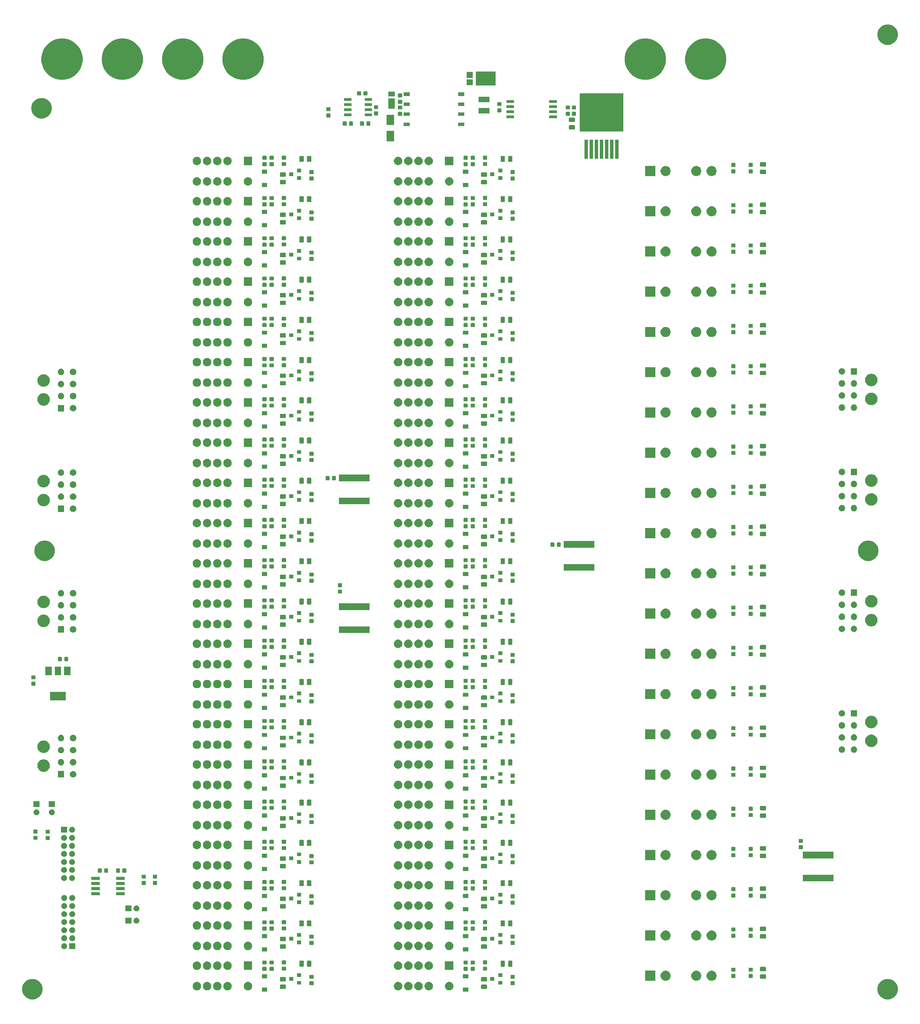
<source format=gts>
G04 #@! TF.GenerationSoftware,KiCad,Pcbnew,(5.1.6)-1*
G04 #@! TF.CreationDate,2020-10-21T11:35:33-07:00*
G04 #@! TF.ProjectId,relayBoard,72656c61-7942-46f6-9172-642e6b696361,rev?*
G04 #@! TF.SameCoordinates,Original*
G04 #@! TF.FileFunction,Soldermask,Top*
G04 #@! TF.FilePolarity,Negative*
%FSLAX46Y46*%
G04 Gerber Fmt 4.6, Leading zero omitted, Abs format (unit mm)*
G04 Created by KiCad (PCBNEW (5.1.6)-1) date 2020-10-21 11:35:33*
%MOMM*%
%LPD*%
G01*
G04 APERTURE LIST*
%ADD10C,0.100000*%
G04 APERTURE END LIST*
D10*
G36*
X232138098Y-178395033D02*
G01*
X232602350Y-178587332D01*
X232602352Y-178587333D01*
X233020168Y-178866509D01*
X233375491Y-179221832D01*
X233505248Y-179416027D01*
X233654668Y-179639650D01*
X233846967Y-180103902D01*
X233945000Y-180596747D01*
X233945000Y-181099253D01*
X233846967Y-181592098D01*
X233654668Y-182056350D01*
X233654667Y-182056352D01*
X233375491Y-182474168D01*
X233020168Y-182829491D01*
X232602352Y-183108667D01*
X232602351Y-183108668D01*
X232602350Y-183108668D01*
X232138098Y-183300967D01*
X231645253Y-183399000D01*
X231142747Y-183399000D01*
X230649902Y-183300967D01*
X230185650Y-183108668D01*
X230185649Y-183108668D01*
X230185648Y-183108667D01*
X229767832Y-182829491D01*
X229412509Y-182474168D01*
X229133333Y-182056352D01*
X229133332Y-182056350D01*
X228941033Y-181592098D01*
X228843000Y-181099253D01*
X228843000Y-180596747D01*
X228941033Y-180103902D01*
X229133332Y-179639650D01*
X229282752Y-179416027D01*
X229412509Y-179221832D01*
X229767832Y-178866509D01*
X230185648Y-178587333D01*
X230185650Y-178587332D01*
X230649902Y-178395033D01*
X231142747Y-178297000D01*
X231645253Y-178297000D01*
X232138098Y-178395033D01*
G37*
G36*
X19540098Y-178395033D02*
G01*
X20004350Y-178587332D01*
X20004352Y-178587333D01*
X20422168Y-178866509D01*
X20777491Y-179221832D01*
X20907248Y-179416027D01*
X21056668Y-179639650D01*
X21248967Y-180103902D01*
X21347000Y-180596747D01*
X21347000Y-181099253D01*
X21248967Y-181592098D01*
X21056668Y-182056350D01*
X21056667Y-182056352D01*
X20777491Y-182474168D01*
X20422168Y-182829491D01*
X20004352Y-183108667D01*
X20004351Y-183108668D01*
X20004350Y-183108668D01*
X19540098Y-183300967D01*
X19047253Y-183399000D01*
X18544747Y-183399000D01*
X18051902Y-183300967D01*
X17587650Y-183108668D01*
X17587649Y-183108668D01*
X17587648Y-183108667D01*
X17169832Y-182829491D01*
X16814509Y-182474168D01*
X16535333Y-182056352D01*
X16535332Y-182056350D01*
X16343033Y-181592098D01*
X16245000Y-181099253D01*
X16245000Y-180596747D01*
X16343033Y-180103902D01*
X16535332Y-179639650D01*
X16684752Y-179416027D01*
X16814509Y-179221832D01*
X17169832Y-178866509D01*
X17587648Y-178587333D01*
X17587650Y-178587332D01*
X18051902Y-178395033D01*
X18544747Y-178297000D01*
X19047253Y-178297000D01*
X19540098Y-178395033D01*
G37*
G36*
X127143000Y-181475000D02*
G01*
X125841000Y-181475000D01*
X125841000Y-180473000D01*
X127143000Y-180473000D01*
X127143000Y-181475000D01*
G37*
G36*
X77143000Y-181475000D02*
G01*
X75841000Y-181475000D01*
X75841000Y-180473000D01*
X77143000Y-180473000D01*
X77143000Y-181475000D01*
G37*
G36*
X122696564Y-179075389D02*
G01*
X122887833Y-179154615D01*
X122887835Y-179154616D01*
X122988431Y-179221832D01*
X123059973Y-179269635D01*
X123206365Y-179416027D01*
X123321385Y-179588167D01*
X123400611Y-179779436D01*
X123441000Y-179982484D01*
X123441000Y-180189516D01*
X123400611Y-180392564D01*
X123321615Y-180583278D01*
X123321384Y-180583835D01*
X123206365Y-180755973D01*
X123059973Y-180902365D01*
X122887835Y-181017384D01*
X122887834Y-181017385D01*
X122887833Y-181017385D01*
X122696564Y-181096611D01*
X122493516Y-181137000D01*
X122286484Y-181137000D01*
X122083436Y-181096611D01*
X121892167Y-181017385D01*
X121892166Y-181017385D01*
X121892165Y-181017384D01*
X121720027Y-180902365D01*
X121573635Y-180755973D01*
X121458616Y-180583835D01*
X121458385Y-180583278D01*
X121379389Y-180392564D01*
X121339000Y-180189516D01*
X121339000Y-179982484D01*
X121379389Y-179779436D01*
X121458615Y-179588167D01*
X121573635Y-179416027D01*
X121720027Y-179269635D01*
X121791569Y-179221832D01*
X121892165Y-179154616D01*
X121892167Y-179154615D01*
X122083436Y-179075389D01*
X122286484Y-179035000D01*
X122493516Y-179035000D01*
X122696564Y-179075389D01*
G37*
G36*
X112536564Y-179075389D02*
G01*
X112727833Y-179154615D01*
X112727835Y-179154616D01*
X112828431Y-179221832D01*
X112899973Y-179269635D01*
X113046365Y-179416027D01*
X113161385Y-179588167D01*
X113240611Y-179779436D01*
X113281000Y-179982484D01*
X113281000Y-180189516D01*
X113240611Y-180392564D01*
X113161615Y-180583278D01*
X113161384Y-180583835D01*
X113046365Y-180755973D01*
X112899973Y-180902365D01*
X112727835Y-181017384D01*
X112727834Y-181017385D01*
X112727833Y-181017385D01*
X112536564Y-181096611D01*
X112333516Y-181137000D01*
X112126484Y-181137000D01*
X111923436Y-181096611D01*
X111732167Y-181017385D01*
X111732166Y-181017385D01*
X111732165Y-181017384D01*
X111560027Y-180902365D01*
X111413635Y-180755973D01*
X111298616Y-180583835D01*
X111298385Y-180583278D01*
X111219389Y-180392564D01*
X111179000Y-180189516D01*
X111179000Y-179982484D01*
X111219389Y-179779436D01*
X111298615Y-179588167D01*
X111413635Y-179416027D01*
X111560027Y-179269635D01*
X111631569Y-179221832D01*
X111732165Y-179154616D01*
X111732167Y-179154615D01*
X111923436Y-179075389D01*
X112126484Y-179035000D01*
X112333516Y-179035000D01*
X112536564Y-179075389D01*
G37*
G36*
X62536564Y-179075389D02*
G01*
X62727833Y-179154615D01*
X62727835Y-179154616D01*
X62828431Y-179221832D01*
X62899973Y-179269635D01*
X63046365Y-179416027D01*
X63161385Y-179588167D01*
X63240611Y-179779436D01*
X63281000Y-179982484D01*
X63281000Y-180189516D01*
X63240611Y-180392564D01*
X63161615Y-180583278D01*
X63161384Y-180583835D01*
X63046365Y-180755973D01*
X62899973Y-180902365D01*
X62727835Y-181017384D01*
X62727834Y-181017385D01*
X62727833Y-181017385D01*
X62536564Y-181096611D01*
X62333516Y-181137000D01*
X62126484Y-181137000D01*
X61923436Y-181096611D01*
X61732167Y-181017385D01*
X61732166Y-181017385D01*
X61732165Y-181017384D01*
X61560027Y-180902365D01*
X61413635Y-180755973D01*
X61298616Y-180583835D01*
X61298385Y-180583278D01*
X61219389Y-180392564D01*
X61179000Y-180189516D01*
X61179000Y-179982484D01*
X61219389Y-179779436D01*
X61298615Y-179588167D01*
X61413635Y-179416027D01*
X61560027Y-179269635D01*
X61631569Y-179221832D01*
X61732165Y-179154616D01*
X61732167Y-179154615D01*
X61923436Y-179075389D01*
X62126484Y-179035000D01*
X62333516Y-179035000D01*
X62536564Y-179075389D01*
G37*
G36*
X67616564Y-179075389D02*
G01*
X67807833Y-179154615D01*
X67807835Y-179154616D01*
X67908431Y-179221832D01*
X67979973Y-179269635D01*
X68126365Y-179416027D01*
X68241385Y-179588167D01*
X68320611Y-179779436D01*
X68361000Y-179982484D01*
X68361000Y-180189516D01*
X68320611Y-180392564D01*
X68241615Y-180583278D01*
X68241384Y-180583835D01*
X68126365Y-180755973D01*
X67979973Y-180902365D01*
X67807835Y-181017384D01*
X67807834Y-181017385D01*
X67807833Y-181017385D01*
X67616564Y-181096611D01*
X67413516Y-181137000D01*
X67206484Y-181137000D01*
X67003436Y-181096611D01*
X66812167Y-181017385D01*
X66812166Y-181017385D01*
X66812165Y-181017384D01*
X66640027Y-180902365D01*
X66493635Y-180755973D01*
X66378616Y-180583835D01*
X66378385Y-180583278D01*
X66299389Y-180392564D01*
X66259000Y-180189516D01*
X66259000Y-179982484D01*
X66299389Y-179779436D01*
X66378615Y-179588167D01*
X66493635Y-179416027D01*
X66640027Y-179269635D01*
X66711569Y-179221832D01*
X66812165Y-179154616D01*
X66812167Y-179154615D01*
X67003436Y-179075389D01*
X67206484Y-179035000D01*
X67413516Y-179035000D01*
X67616564Y-179075389D01*
G37*
G36*
X72696564Y-179075389D02*
G01*
X72887833Y-179154615D01*
X72887835Y-179154616D01*
X72988431Y-179221832D01*
X73059973Y-179269635D01*
X73206365Y-179416027D01*
X73321385Y-179588167D01*
X73400611Y-179779436D01*
X73441000Y-179982484D01*
X73441000Y-180189516D01*
X73400611Y-180392564D01*
X73321615Y-180583278D01*
X73321384Y-180583835D01*
X73206365Y-180755973D01*
X73059973Y-180902365D01*
X72887835Y-181017384D01*
X72887834Y-181017385D01*
X72887833Y-181017385D01*
X72696564Y-181096611D01*
X72493516Y-181137000D01*
X72286484Y-181137000D01*
X72083436Y-181096611D01*
X71892167Y-181017385D01*
X71892166Y-181017385D01*
X71892165Y-181017384D01*
X71720027Y-180902365D01*
X71573635Y-180755973D01*
X71458616Y-180583835D01*
X71458385Y-180583278D01*
X71379389Y-180392564D01*
X71339000Y-180189516D01*
X71339000Y-179982484D01*
X71379389Y-179779436D01*
X71458615Y-179588167D01*
X71573635Y-179416027D01*
X71720027Y-179269635D01*
X71791569Y-179221832D01*
X71892165Y-179154616D01*
X71892167Y-179154615D01*
X72083436Y-179075389D01*
X72286484Y-179035000D01*
X72493516Y-179035000D01*
X72696564Y-179075389D01*
G37*
G36*
X65076564Y-179075389D02*
G01*
X65267833Y-179154615D01*
X65267835Y-179154616D01*
X65368431Y-179221832D01*
X65439973Y-179269635D01*
X65586365Y-179416027D01*
X65701385Y-179588167D01*
X65780611Y-179779436D01*
X65821000Y-179982484D01*
X65821000Y-180189516D01*
X65780611Y-180392564D01*
X65701615Y-180583278D01*
X65701384Y-180583835D01*
X65586365Y-180755973D01*
X65439973Y-180902365D01*
X65267835Y-181017384D01*
X65267834Y-181017385D01*
X65267833Y-181017385D01*
X65076564Y-181096611D01*
X64873516Y-181137000D01*
X64666484Y-181137000D01*
X64463436Y-181096611D01*
X64272167Y-181017385D01*
X64272166Y-181017385D01*
X64272165Y-181017384D01*
X64100027Y-180902365D01*
X63953635Y-180755973D01*
X63838616Y-180583835D01*
X63838385Y-180583278D01*
X63759389Y-180392564D01*
X63719000Y-180189516D01*
X63719000Y-179982484D01*
X63759389Y-179779436D01*
X63838615Y-179588167D01*
X63953635Y-179416027D01*
X64100027Y-179269635D01*
X64171569Y-179221832D01*
X64272165Y-179154616D01*
X64272167Y-179154615D01*
X64463436Y-179075389D01*
X64666484Y-179035000D01*
X64873516Y-179035000D01*
X65076564Y-179075389D01*
G37*
G36*
X59996564Y-179075389D02*
G01*
X60187833Y-179154615D01*
X60187835Y-179154616D01*
X60288431Y-179221832D01*
X60359973Y-179269635D01*
X60506365Y-179416027D01*
X60621385Y-179588167D01*
X60700611Y-179779436D01*
X60741000Y-179982484D01*
X60741000Y-180189516D01*
X60700611Y-180392564D01*
X60621615Y-180583278D01*
X60621384Y-180583835D01*
X60506365Y-180755973D01*
X60359973Y-180902365D01*
X60187835Y-181017384D01*
X60187834Y-181017385D01*
X60187833Y-181017385D01*
X59996564Y-181096611D01*
X59793516Y-181137000D01*
X59586484Y-181137000D01*
X59383436Y-181096611D01*
X59192167Y-181017385D01*
X59192166Y-181017385D01*
X59192165Y-181017384D01*
X59020027Y-180902365D01*
X58873635Y-180755973D01*
X58758616Y-180583835D01*
X58758385Y-180583278D01*
X58679389Y-180392564D01*
X58639000Y-180189516D01*
X58639000Y-179982484D01*
X58679389Y-179779436D01*
X58758615Y-179588167D01*
X58873635Y-179416027D01*
X59020027Y-179269635D01*
X59091569Y-179221832D01*
X59192165Y-179154616D01*
X59192167Y-179154615D01*
X59383436Y-179075389D01*
X59586484Y-179035000D01*
X59793516Y-179035000D01*
X59996564Y-179075389D01*
G37*
G36*
X109996564Y-179075389D02*
G01*
X110187833Y-179154615D01*
X110187835Y-179154616D01*
X110288431Y-179221832D01*
X110359973Y-179269635D01*
X110506365Y-179416027D01*
X110621385Y-179588167D01*
X110700611Y-179779436D01*
X110741000Y-179982484D01*
X110741000Y-180189516D01*
X110700611Y-180392564D01*
X110621615Y-180583278D01*
X110621384Y-180583835D01*
X110506365Y-180755973D01*
X110359973Y-180902365D01*
X110187835Y-181017384D01*
X110187834Y-181017385D01*
X110187833Y-181017385D01*
X109996564Y-181096611D01*
X109793516Y-181137000D01*
X109586484Y-181137000D01*
X109383436Y-181096611D01*
X109192167Y-181017385D01*
X109192166Y-181017385D01*
X109192165Y-181017384D01*
X109020027Y-180902365D01*
X108873635Y-180755973D01*
X108758616Y-180583835D01*
X108758385Y-180583278D01*
X108679389Y-180392564D01*
X108639000Y-180189516D01*
X108639000Y-179982484D01*
X108679389Y-179779436D01*
X108758615Y-179588167D01*
X108873635Y-179416027D01*
X109020027Y-179269635D01*
X109091569Y-179221832D01*
X109192165Y-179154616D01*
X109192167Y-179154615D01*
X109383436Y-179075389D01*
X109586484Y-179035000D01*
X109793516Y-179035000D01*
X109996564Y-179075389D01*
G37*
G36*
X115076564Y-179075389D02*
G01*
X115267833Y-179154615D01*
X115267835Y-179154616D01*
X115368431Y-179221832D01*
X115439973Y-179269635D01*
X115586365Y-179416027D01*
X115701385Y-179588167D01*
X115780611Y-179779436D01*
X115821000Y-179982484D01*
X115821000Y-180189516D01*
X115780611Y-180392564D01*
X115701615Y-180583278D01*
X115701384Y-180583835D01*
X115586365Y-180755973D01*
X115439973Y-180902365D01*
X115267835Y-181017384D01*
X115267834Y-181017385D01*
X115267833Y-181017385D01*
X115076564Y-181096611D01*
X114873516Y-181137000D01*
X114666484Y-181137000D01*
X114463436Y-181096611D01*
X114272167Y-181017385D01*
X114272166Y-181017385D01*
X114272165Y-181017384D01*
X114100027Y-180902365D01*
X113953635Y-180755973D01*
X113838616Y-180583835D01*
X113838385Y-180583278D01*
X113759389Y-180392564D01*
X113719000Y-180189516D01*
X113719000Y-179982484D01*
X113759389Y-179779436D01*
X113838615Y-179588167D01*
X113953635Y-179416027D01*
X114100027Y-179269635D01*
X114171569Y-179221832D01*
X114272165Y-179154616D01*
X114272167Y-179154615D01*
X114463436Y-179075389D01*
X114666484Y-179035000D01*
X114873516Y-179035000D01*
X115076564Y-179075389D01*
G37*
G36*
X117616564Y-179075389D02*
G01*
X117807833Y-179154615D01*
X117807835Y-179154616D01*
X117908431Y-179221832D01*
X117979973Y-179269635D01*
X118126365Y-179416027D01*
X118241385Y-179588167D01*
X118320611Y-179779436D01*
X118361000Y-179982484D01*
X118361000Y-180189516D01*
X118320611Y-180392564D01*
X118241615Y-180583278D01*
X118241384Y-180583835D01*
X118126365Y-180755973D01*
X117979973Y-180902365D01*
X117807835Y-181017384D01*
X117807834Y-181017385D01*
X117807833Y-181017385D01*
X117616564Y-181096611D01*
X117413516Y-181137000D01*
X117206484Y-181137000D01*
X117003436Y-181096611D01*
X116812167Y-181017385D01*
X116812166Y-181017385D01*
X116812165Y-181017384D01*
X116640027Y-180902365D01*
X116493635Y-180755973D01*
X116378616Y-180583835D01*
X116378385Y-180583278D01*
X116299389Y-180392564D01*
X116259000Y-180189516D01*
X116259000Y-179982484D01*
X116299389Y-179779436D01*
X116378615Y-179588167D01*
X116493635Y-179416027D01*
X116640027Y-179269635D01*
X116711569Y-179221832D01*
X116812165Y-179154616D01*
X116812167Y-179154615D01*
X117003436Y-179075389D01*
X117206484Y-179035000D01*
X117413516Y-179035000D01*
X117616564Y-179075389D01*
G37*
G36*
X131648468Y-179727565D02*
G01*
X131687138Y-179739296D01*
X131722777Y-179758346D01*
X131754017Y-179783983D01*
X131779654Y-179815223D01*
X131798704Y-179850862D01*
X131810435Y-179889532D01*
X131815000Y-179935888D01*
X131815000Y-180587112D01*
X131810435Y-180633468D01*
X131798704Y-180672138D01*
X131779654Y-180707777D01*
X131754017Y-180739017D01*
X131722777Y-180764654D01*
X131687138Y-180783704D01*
X131648468Y-180795435D01*
X131602112Y-180800000D01*
X130525888Y-180800000D01*
X130479532Y-180795435D01*
X130440862Y-180783704D01*
X130405223Y-180764654D01*
X130373983Y-180739017D01*
X130348346Y-180707777D01*
X130329296Y-180672138D01*
X130317565Y-180633468D01*
X130313000Y-180587112D01*
X130313000Y-179935888D01*
X130317565Y-179889532D01*
X130329296Y-179850862D01*
X130348346Y-179815223D01*
X130373983Y-179783983D01*
X130405223Y-179758346D01*
X130440862Y-179739296D01*
X130479532Y-179727565D01*
X130525888Y-179723000D01*
X131602112Y-179723000D01*
X131648468Y-179727565D01*
G37*
G36*
X81648468Y-179727565D02*
G01*
X81687138Y-179739296D01*
X81722777Y-179758346D01*
X81754017Y-179783983D01*
X81779654Y-179815223D01*
X81798704Y-179850862D01*
X81810435Y-179889532D01*
X81815000Y-179935888D01*
X81815000Y-180587112D01*
X81810435Y-180633468D01*
X81798704Y-180672138D01*
X81779654Y-180707777D01*
X81754017Y-180739017D01*
X81722777Y-180764654D01*
X81687138Y-180783704D01*
X81648468Y-180795435D01*
X81602112Y-180800000D01*
X80525888Y-180800000D01*
X80479532Y-180795435D01*
X80440862Y-180783704D01*
X80405223Y-180764654D01*
X80373983Y-180739017D01*
X80348346Y-180707777D01*
X80329296Y-180672138D01*
X80317565Y-180633468D01*
X80313000Y-180587112D01*
X80313000Y-179935888D01*
X80317565Y-179889532D01*
X80329296Y-179850862D01*
X80348346Y-179815223D01*
X80373983Y-179783983D01*
X80405223Y-179758346D01*
X80440862Y-179739296D01*
X80479532Y-179727565D01*
X80525888Y-179723000D01*
X81602112Y-179723000D01*
X81648468Y-179727565D01*
G37*
G36*
X88555591Y-178865085D02*
G01*
X88589569Y-178875393D01*
X88620890Y-178892134D01*
X88648339Y-178914661D01*
X88670866Y-178942110D01*
X88687607Y-178973431D01*
X88697915Y-179007409D01*
X88702000Y-179048890D01*
X88702000Y-179650110D01*
X88697915Y-179691591D01*
X88687607Y-179725569D01*
X88670866Y-179756890D01*
X88648339Y-179784339D01*
X88620890Y-179806866D01*
X88589569Y-179823607D01*
X88555591Y-179833915D01*
X88514110Y-179838000D01*
X87837890Y-179838000D01*
X87796409Y-179833915D01*
X87762431Y-179823607D01*
X87731110Y-179806866D01*
X87703661Y-179784339D01*
X87681134Y-179756890D01*
X87664393Y-179725569D01*
X87654085Y-179691591D01*
X87650000Y-179650110D01*
X87650000Y-179048890D01*
X87654085Y-179007409D01*
X87664393Y-178973431D01*
X87681134Y-178942110D01*
X87703661Y-178914661D01*
X87731110Y-178892134D01*
X87762431Y-178875393D01*
X87796409Y-178865085D01*
X87837890Y-178861000D01*
X88514110Y-178861000D01*
X88555591Y-178865085D01*
G37*
G36*
X138555591Y-178865085D02*
G01*
X138589569Y-178875393D01*
X138620890Y-178892134D01*
X138648339Y-178914661D01*
X138670866Y-178942110D01*
X138687607Y-178973431D01*
X138697915Y-179007409D01*
X138702000Y-179048890D01*
X138702000Y-179650110D01*
X138697915Y-179691591D01*
X138687607Y-179725569D01*
X138670866Y-179756890D01*
X138648339Y-179784339D01*
X138620890Y-179806866D01*
X138589569Y-179823607D01*
X138555591Y-179833915D01*
X138514110Y-179838000D01*
X137837890Y-179838000D01*
X137796409Y-179833915D01*
X137762431Y-179823607D01*
X137731110Y-179806866D01*
X137703661Y-179784339D01*
X137681134Y-179756890D01*
X137664393Y-179725569D01*
X137654085Y-179691591D01*
X137650000Y-179650110D01*
X137650000Y-179048890D01*
X137654085Y-179007409D01*
X137664393Y-178973431D01*
X137681134Y-178942110D01*
X137703661Y-178914661D01*
X137731110Y-178892134D01*
X137762431Y-178875393D01*
X137796409Y-178865085D01*
X137837890Y-178861000D01*
X138514110Y-178861000D01*
X138555591Y-178865085D01*
G37*
G36*
X135613000Y-179709000D02*
G01*
X134611000Y-179709000D01*
X134611000Y-178807000D01*
X135613000Y-178807000D01*
X135613000Y-179709000D01*
G37*
G36*
X85613000Y-179709000D02*
G01*
X84611000Y-179709000D01*
X84611000Y-178807000D01*
X85613000Y-178807000D01*
X85613000Y-179709000D01*
G37*
G36*
X131648468Y-177852565D02*
G01*
X131687138Y-177864296D01*
X131722777Y-177883346D01*
X131754017Y-177908983D01*
X131779654Y-177940223D01*
X131798704Y-177975862D01*
X131810435Y-178014532D01*
X131815000Y-178060888D01*
X131815000Y-178712112D01*
X131810435Y-178758468D01*
X131798704Y-178797138D01*
X131779654Y-178832777D01*
X131754017Y-178864017D01*
X131722777Y-178889654D01*
X131687138Y-178908704D01*
X131648468Y-178920435D01*
X131602112Y-178925000D01*
X130525888Y-178925000D01*
X130479532Y-178920435D01*
X130440862Y-178908704D01*
X130405223Y-178889654D01*
X130373983Y-178864017D01*
X130348346Y-178832777D01*
X130329296Y-178797138D01*
X130317565Y-178758468D01*
X130313000Y-178712112D01*
X130313000Y-178060888D01*
X130317565Y-178014532D01*
X130329296Y-177975862D01*
X130348346Y-177940223D01*
X130373983Y-177908983D01*
X130405223Y-177883346D01*
X130440862Y-177864296D01*
X130479532Y-177852565D01*
X130525888Y-177848000D01*
X131602112Y-177848000D01*
X131648468Y-177852565D01*
G37*
G36*
X81648468Y-177852565D02*
G01*
X81687138Y-177864296D01*
X81722777Y-177883346D01*
X81754017Y-177908983D01*
X81779654Y-177940223D01*
X81798704Y-177975862D01*
X81810435Y-178014532D01*
X81815000Y-178060888D01*
X81815000Y-178712112D01*
X81810435Y-178758468D01*
X81798704Y-178797138D01*
X81779654Y-178832777D01*
X81754017Y-178864017D01*
X81722777Y-178889654D01*
X81687138Y-178908704D01*
X81648468Y-178920435D01*
X81602112Y-178925000D01*
X80525888Y-178925000D01*
X80479532Y-178920435D01*
X80440862Y-178908704D01*
X80405223Y-178889654D01*
X80373983Y-178864017D01*
X80348346Y-178832777D01*
X80329296Y-178797138D01*
X80317565Y-178758468D01*
X80313000Y-178712112D01*
X80313000Y-178060888D01*
X80317565Y-178014532D01*
X80329296Y-177975862D01*
X80348346Y-177940223D01*
X80373983Y-177908983D01*
X80405223Y-177883346D01*
X80440862Y-177864296D01*
X80479532Y-177852565D01*
X80525888Y-177848000D01*
X81602112Y-177848000D01*
X81648468Y-177852565D01*
G37*
G36*
X176567819Y-176293459D02*
G01*
X176797306Y-176388516D01*
X177003840Y-176526517D01*
X177179483Y-176702160D01*
X177317484Y-176908694D01*
X177412541Y-177138181D01*
X177461000Y-177381801D01*
X177461000Y-177630199D01*
X177412541Y-177873819D01*
X177317484Y-178103306D01*
X177179483Y-178309840D01*
X177003840Y-178485483D01*
X176797306Y-178623484D01*
X176567819Y-178718541D01*
X176324199Y-178767000D01*
X176075801Y-178767000D01*
X175832181Y-178718541D01*
X175602694Y-178623484D01*
X175396160Y-178485483D01*
X175220517Y-178309840D01*
X175082516Y-178103306D01*
X174987459Y-177873819D01*
X174939000Y-177630199D01*
X174939000Y-177381801D01*
X174987459Y-177138181D01*
X175082516Y-176908694D01*
X175220517Y-176702160D01*
X175396160Y-176526517D01*
X175602694Y-176388516D01*
X175832181Y-176293459D01*
X176075801Y-176245000D01*
X176324199Y-176245000D01*
X176567819Y-176293459D01*
G37*
G36*
X184187819Y-176293459D02*
G01*
X184417306Y-176388516D01*
X184623840Y-176526517D01*
X184799483Y-176702160D01*
X184937484Y-176908694D01*
X185032541Y-177138181D01*
X185081000Y-177381801D01*
X185081000Y-177630199D01*
X185032541Y-177873819D01*
X184937484Y-178103306D01*
X184799483Y-178309840D01*
X184623840Y-178485483D01*
X184417306Y-178623484D01*
X184187819Y-178718541D01*
X183944199Y-178767000D01*
X183695801Y-178767000D01*
X183452181Y-178718541D01*
X183222694Y-178623484D01*
X183016160Y-178485483D01*
X182840517Y-178309840D01*
X182702516Y-178103306D01*
X182607459Y-177873819D01*
X182559000Y-177630199D01*
X182559000Y-177381801D01*
X182607459Y-177138181D01*
X182702516Y-176908694D01*
X182840517Y-176702160D01*
X183016160Y-176526517D01*
X183222694Y-176388516D01*
X183452181Y-176293459D01*
X183695801Y-176245000D01*
X183944199Y-176245000D01*
X184187819Y-176293459D01*
G37*
G36*
X187997819Y-176293459D02*
G01*
X188227306Y-176388516D01*
X188433840Y-176526517D01*
X188609483Y-176702160D01*
X188747484Y-176908694D01*
X188842541Y-177138181D01*
X188891000Y-177381801D01*
X188891000Y-177630199D01*
X188842541Y-177873819D01*
X188747484Y-178103306D01*
X188609483Y-178309840D01*
X188433840Y-178485483D01*
X188227306Y-178623484D01*
X187997819Y-178718541D01*
X187754199Y-178767000D01*
X187505801Y-178767000D01*
X187262181Y-178718541D01*
X187032694Y-178623484D01*
X186826160Y-178485483D01*
X186650517Y-178309840D01*
X186512516Y-178103306D01*
X186417459Y-177873819D01*
X186369000Y-177630199D01*
X186369000Y-177381801D01*
X186417459Y-177138181D01*
X186512516Y-176908694D01*
X186650517Y-176702160D01*
X186826160Y-176526517D01*
X187032694Y-176388516D01*
X187262181Y-176293459D01*
X187505801Y-176245000D01*
X187754199Y-176245000D01*
X187997819Y-176293459D01*
G37*
G36*
X173651000Y-178767000D02*
G01*
X171129000Y-178767000D01*
X171129000Y-176245000D01*
X173651000Y-176245000D01*
X173651000Y-178767000D01*
G37*
G36*
X83613000Y-178759000D02*
G01*
X82611000Y-178759000D01*
X82611000Y-177857000D01*
X83613000Y-177857000D01*
X83613000Y-178759000D01*
G37*
G36*
X133613000Y-178759000D02*
G01*
X132611000Y-178759000D01*
X132611000Y-177857000D01*
X133613000Y-177857000D01*
X133613000Y-178759000D01*
G37*
G36*
X138555591Y-177290085D02*
G01*
X138589569Y-177300393D01*
X138620890Y-177317134D01*
X138648339Y-177339661D01*
X138670866Y-177367110D01*
X138687607Y-177398431D01*
X138697915Y-177432409D01*
X138702000Y-177473890D01*
X138702000Y-178075110D01*
X138697915Y-178116591D01*
X138687607Y-178150569D01*
X138670866Y-178181890D01*
X138648339Y-178209339D01*
X138620890Y-178231866D01*
X138589569Y-178248607D01*
X138555591Y-178258915D01*
X138514110Y-178263000D01*
X137837890Y-178263000D01*
X137796409Y-178258915D01*
X137762431Y-178248607D01*
X137731110Y-178231866D01*
X137703661Y-178209339D01*
X137681134Y-178181890D01*
X137664393Y-178150569D01*
X137654085Y-178116591D01*
X137650000Y-178075110D01*
X137650000Y-177473890D01*
X137654085Y-177432409D01*
X137664393Y-177398431D01*
X137681134Y-177367110D01*
X137703661Y-177339661D01*
X137731110Y-177317134D01*
X137762431Y-177300393D01*
X137796409Y-177290085D01*
X137837890Y-177286000D01*
X138514110Y-177286000D01*
X138555591Y-177290085D01*
G37*
G36*
X88555591Y-177290085D02*
G01*
X88589569Y-177300393D01*
X88620890Y-177317134D01*
X88648339Y-177339661D01*
X88670866Y-177367110D01*
X88687607Y-177398431D01*
X88697915Y-177432409D01*
X88702000Y-177473890D01*
X88702000Y-178075110D01*
X88697915Y-178116591D01*
X88687607Y-178150569D01*
X88670866Y-178181890D01*
X88648339Y-178209339D01*
X88620890Y-178231866D01*
X88589569Y-178248607D01*
X88555591Y-178258915D01*
X88514110Y-178263000D01*
X87837890Y-178263000D01*
X87796409Y-178258915D01*
X87762431Y-178248607D01*
X87731110Y-178231866D01*
X87703661Y-178209339D01*
X87681134Y-178181890D01*
X87664393Y-178150569D01*
X87654085Y-178116591D01*
X87650000Y-178075110D01*
X87650000Y-177473890D01*
X87654085Y-177432409D01*
X87664393Y-177398431D01*
X87681134Y-177367110D01*
X87703661Y-177339661D01*
X87731110Y-177317134D01*
X87762431Y-177300393D01*
X87796409Y-177290085D01*
X87837890Y-177286000D01*
X88514110Y-177286000D01*
X88555591Y-177290085D01*
G37*
G36*
X200990468Y-177187565D02*
G01*
X201029138Y-177199296D01*
X201064777Y-177218346D01*
X201096017Y-177243983D01*
X201121654Y-177275223D01*
X201140704Y-177310862D01*
X201152435Y-177349532D01*
X201157000Y-177395888D01*
X201157000Y-178047112D01*
X201152435Y-178093468D01*
X201140704Y-178132138D01*
X201121654Y-178167777D01*
X201096017Y-178199017D01*
X201064777Y-178224654D01*
X201029138Y-178243704D01*
X200990468Y-178255435D01*
X200944112Y-178260000D01*
X199867888Y-178260000D01*
X199821532Y-178255435D01*
X199782862Y-178243704D01*
X199747223Y-178224654D01*
X199715983Y-178199017D01*
X199690346Y-178167777D01*
X199671296Y-178132138D01*
X199659565Y-178093468D01*
X199655000Y-178047112D01*
X199655000Y-177395888D01*
X199659565Y-177349532D01*
X199671296Y-177310862D01*
X199690346Y-177275223D01*
X199715983Y-177243983D01*
X199747223Y-177218346D01*
X199782862Y-177199296D01*
X199821532Y-177187565D01*
X199867888Y-177183000D01*
X200944112Y-177183000D01*
X200990468Y-177187565D01*
G37*
G36*
X127143000Y-178175000D02*
G01*
X125841000Y-178175000D01*
X125841000Y-177173000D01*
X127143000Y-177173000D01*
X127143000Y-178175000D01*
G37*
G36*
X77143000Y-178175000D02*
G01*
X75841000Y-178175000D01*
X75841000Y-177173000D01*
X77143000Y-177173000D01*
X77143000Y-178175000D01*
G37*
G36*
X193419591Y-177087085D02*
G01*
X193453569Y-177097393D01*
X193484890Y-177114134D01*
X193512339Y-177136661D01*
X193534866Y-177164110D01*
X193551607Y-177195431D01*
X193561915Y-177229409D01*
X193566000Y-177270890D01*
X193566000Y-177872110D01*
X193561915Y-177913591D01*
X193551607Y-177947569D01*
X193534866Y-177978890D01*
X193512339Y-178006339D01*
X193484890Y-178028866D01*
X193453569Y-178045607D01*
X193419591Y-178055915D01*
X193378110Y-178060000D01*
X192701890Y-178060000D01*
X192660409Y-178055915D01*
X192626431Y-178045607D01*
X192595110Y-178028866D01*
X192567661Y-178006339D01*
X192545134Y-177978890D01*
X192528393Y-177947569D01*
X192518085Y-177913591D01*
X192514000Y-177872110D01*
X192514000Y-177270890D01*
X192518085Y-177229409D01*
X192528393Y-177195431D01*
X192545134Y-177164110D01*
X192567661Y-177136661D01*
X192595110Y-177114134D01*
X192626431Y-177097393D01*
X192660409Y-177087085D01*
X192701890Y-177083000D01*
X193378110Y-177083000D01*
X193419591Y-177087085D01*
G37*
G36*
X197737591Y-177087085D02*
G01*
X197771569Y-177097393D01*
X197802890Y-177114134D01*
X197830339Y-177136661D01*
X197852866Y-177164110D01*
X197869607Y-177195431D01*
X197879915Y-177229409D01*
X197884000Y-177270890D01*
X197884000Y-177872110D01*
X197879915Y-177913591D01*
X197869607Y-177947569D01*
X197852866Y-177978890D01*
X197830339Y-178006339D01*
X197802890Y-178028866D01*
X197771569Y-178045607D01*
X197737591Y-178055915D01*
X197696110Y-178060000D01*
X197019890Y-178060000D01*
X196978409Y-178055915D01*
X196944431Y-178045607D01*
X196913110Y-178028866D01*
X196885661Y-178006339D01*
X196863134Y-177978890D01*
X196846393Y-177947569D01*
X196836085Y-177913591D01*
X196832000Y-177872110D01*
X196832000Y-177270890D01*
X196836085Y-177229409D01*
X196846393Y-177195431D01*
X196863134Y-177164110D01*
X196885661Y-177136661D01*
X196913110Y-177114134D01*
X196944431Y-177097393D01*
X196978409Y-177087085D01*
X197019890Y-177083000D01*
X197696110Y-177083000D01*
X197737591Y-177087085D01*
G37*
G36*
X135613000Y-177809000D02*
G01*
X134611000Y-177809000D01*
X134611000Y-176907000D01*
X135613000Y-176907000D01*
X135613000Y-177809000D01*
G37*
G36*
X85613000Y-177809000D02*
G01*
X84611000Y-177809000D01*
X84611000Y-176907000D01*
X85613000Y-176907000D01*
X85613000Y-177809000D01*
G37*
G36*
X193419591Y-175512085D02*
G01*
X193453569Y-175522393D01*
X193484890Y-175539134D01*
X193512339Y-175561661D01*
X193534866Y-175589110D01*
X193551607Y-175620431D01*
X193561915Y-175654409D01*
X193566000Y-175695890D01*
X193566000Y-176297110D01*
X193561915Y-176338591D01*
X193551607Y-176372569D01*
X193534866Y-176403890D01*
X193512339Y-176431339D01*
X193484890Y-176453866D01*
X193453569Y-176470607D01*
X193419591Y-176480915D01*
X193378110Y-176485000D01*
X192701890Y-176485000D01*
X192660409Y-176480915D01*
X192626431Y-176470607D01*
X192595110Y-176453866D01*
X192567661Y-176431339D01*
X192545134Y-176403890D01*
X192528393Y-176372569D01*
X192518085Y-176338591D01*
X192514000Y-176297110D01*
X192514000Y-175695890D01*
X192518085Y-175654409D01*
X192528393Y-175620431D01*
X192545134Y-175589110D01*
X192567661Y-175561661D01*
X192595110Y-175539134D01*
X192626431Y-175522393D01*
X192660409Y-175512085D01*
X192701890Y-175508000D01*
X193378110Y-175508000D01*
X193419591Y-175512085D01*
G37*
G36*
X197737591Y-175512085D02*
G01*
X197771569Y-175522393D01*
X197802890Y-175539134D01*
X197830339Y-175561661D01*
X197852866Y-175589110D01*
X197869607Y-175620431D01*
X197879915Y-175654409D01*
X197884000Y-175695890D01*
X197884000Y-176297110D01*
X197879915Y-176338591D01*
X197869607Y-176372569D01*
X197852866Y-176403890D01*
X197830339Y-176431339D01*
X197802890Y-176453866D01*
X197771569Y-176470607D01*
X197737591Y-176480915D01*
X197696110Y-176485000D01*
X197019890Y-176485000D01*
X196978409Y-176480915D01*
X196944431Y-176470607D01*
X196913110Y-176453866D01*
X196885661Y-176431339D01*
X196863134Y-176403890D01*
X196846393Y-176372569D01*
X196836085Y-176338591D01*
X196832000Y-176297110D01*
X196832000Y-175695890D01*
X196836085Y-175654409D01*
X196846393Y-175620431D01*
X196863134Y-175589110D01*
X196885661Y-175561661D01*
X196913110Y-175539134D01*
X196944431Y-175522393D01*
X196978409Y-175512085D01*
X197019890Y-175508000D01*
X197696110Y-175508000D01*
X197737591Y-175512085D01*
G37*
G36*
X200990468Y-175312565D02*
G01*
X201029138Y-175324296D01*
X201064777Y-175343346D01*
X201096017Y-175368983D01*
X201121654Y-175400223D01*
X201140704Y-175435862D01*
X201152435Y-175474532D01*
X201157000Y-175520888D01*
X201157000Y-176172112D01*
X201152435Y-176218468D01*
X201140704Y-176257138D01*
X201121654Y-176292777D01*
X201096017Y-176324017D01*
X201064777Y-176349654D01*
X201029138Y-176368704D01*
X200990468Y-176380435D01*
X200944112Y-176385000D01*
X199867888Y-176385000D01*
X199821532Y-176380435D01*
X199782862Y-176368704D01*
X199747223Y-176349654D01*
X199715983Y-176324017D01*
X199690346Y-176292777D01*
X199671296Y-176257138D01*
X199659565Y-176218468D01*
X199655000Y-176172112D01*
X199655000Y-175520888D01*
X199659565Y-175474532D01*
X199671296Y-175435862D01*
X199690346Y-175400223D01*
X199715983Y-175368983D01*
X199747223Y-175343346D01*
X199782862Y-175324296D01*
X199821532Y-175312565D01*
X199867888Y-175308000D01*
X200944112Y-175308000D01*
X200990468Y-175312565D01*
G37*
G36*
X128649591Y-175309085D02*
G01*
X128683569Y-175319393D01*
X128714890Y-175336134D01*
X128742339Y-175358661D01*
X128764866Y-175386110D01*
X128781607Y-175417431D01*
X128791915Y-175451409D01*
X128796000Y-175492890D01*
X128796000Y-176094110D01*
X128791915Y-176135591D01*
X128781607Y-176169569D01*
X128764866Y-176200890D01*
X128742339Y-176228339D01*
X128714890Y-176250866D01*
X128683569Y-176267607D01*
X128649591Y-176277915D01*
X128608110Y-176282000D01*
X127931890Y-176282000D01*
X127890409Y-176277915D01*
X127856431Y-176267607D01*
X127825110Y-176250866D01*
X127797661Y-176228339D01*
X127775134Y-176200890D01*
X127758393Y-176169569D01*
X127748085Y-176135591D01*
X127744000Y-176094110D01*
X127744000Y-175492890D01*
X127748085Y-175451409D01*
X127758393Y-175417431D01*
X127775134Y-175386110D01*
X127797661Y-175358661D01*
X127825110Y-175336134D01*
X127856431Y-175319393D01*
X127890409Y-175309085D01*
X127931890Y-175305000D01*
X128608110Y-175305000D01*
X128649591Y-175309085D01*
G37*
G36*
X76871591Y-175309085D02*
G01*
X76905569Y-175319393D01*
X76936890Y-175336134D01*
X76964339Y-175358661D01*
X76986866Y-175386110D01*
X77003607Y-175417431D01*
X77013915Y-175451409D01*
X77018000Y-175492890D01*
X77018000Y-176094110D01*
X77013915Y-176135591D01*
X77003607Y-176169569D01*
X76986866Y-176200890D01*
X76964339Y-176228339D01*
X76936890Y-176250866D01*
X76905569Y-176267607D01*
X76871591Y-176277915D01*
X76830110Y-176282000D01*
X76153890Y-176282000D01*
X76112409Y-176277915D01*
X76078431Y-176267607D01*
X76047110Y-176250866D01*
X76019661Y-176228339D01*
X75997134Y-176200890D01*
X75980393Y-176169569D01*
X75970085Y-176135591D01*
X75966000Y-176094110D01*
X75966000Y-175492890D01*
X75970085Y-175451409D01*
X75980393Y-175417431D01*
X75997134Y-175386110D01*
X76019661Y-175358661D01*
X76047110Y-175336134D01*
X76078431Y-175319393D01*
X76112409Y-175309085D01*
X76153890Y-175305000D01*
X76830110Y-175305000D01*
X76871591Y-175309085D01*
G37*
G36*
X78649591Y-175309085D02*
G01*
X78683569Y-175319393D01*
X78714890Y-175336134D01*
X78742339Y-175358661D01*
X78764866Y-175386110D01*
X78781607Y-175417431D01*
X78791915Y-175451409D01*
X78796000Y-175492890D01*
X78796000Y-176094110D01*
X78791915Y-176135591D01*
X78781607Y-176169569D01*
X78764866Y-176200890D01*
X78742339Y-176228339D01*
X78714890Y-176250866D01*
X78683569Y-176267607D01*
X78649591Y-176277915D01*
X78608110Y-176282000D01*
X77931890Y-176282000D01*
X77890409Y-176277915D01*
X77856431Y-176267607D01*
X77825110Y-176250866D01*
X77797661Y-176228339D01*
X77775134Y-176200890D01*
X77758393Y-176169569D01*
X77748085Y-176135591D01*
X77744000Y-176094110D01*
X77744000Y-175492890D01*
X77748085Y-175451409D01*
X77758393Y-175417431D01*
X77775134Y-175386110D01*
X77797661Y-175358661D01*
X77825110Y-175336134D01*
X77856431Y-175319393D01*
X77890409Y-175309085D01*
X77931890Y-175305000D01*
X78608110Y-175305000D01*
X78649591Y-175309085D01*
G37*
G36*
X126871591Y-175309085D02*
G01*
X126905569Y-175319393D01*
X126936890Y-175336134D01*
X126964339Y-175358661D01*
X126986866Y-175386110D01*
X127003607Y-175417431D01*
X127013915Y-175451409D01*
X127018000Y-175492890D01*
X127018000Y-176094110D01*
X127013915Y-176135591D01*
X127003607Y-176169569D01*
X126986866Y-176200890D01*
X126964339Y-176228339D01*
X126936890Y-176250866D01*
X126905569Y-176267607D01*
X126871591Y-176277915D01*
X126830110Y-176282000D01*
X126153890Y-176282000D01*
X126112409Y-176277915D01*
X126078431Y-176267607D01*
X126047110Y-176250866D01*
X126019661Y-176228339D01*
X125997134Y-176200890D01*
X125980393Y-176169569D01*
X125970085Y-176135591D01*
X125966000Y-176094110D01*
X125966000Y-175492890D01*
X125970085Y-175451409D01*
X125980393Y-175417431D01*
X125997134Y-175386110D01*
X126019661Y-175358661D01*
X126047110Y-175336134D01*
X126078431Y-175319393D01*
X126112409Y-175309085D01*
X126153890Y-175305000D01*
X126830110Y-175305000D01*
X126871591Y-175309085D01*
G37*
G36*
X131697591Y-175283585D02*
G01*
X131731569Y-175293893D01*
X131762890Y-175310634D01*
X131790339Y-175333161D01*
X131812866Y-175360610D01*
X131829607Y-175391931D01*
X131839915Y-175425909D01*
X131844000Y-175467390D01*
X131844000Y-176068610D01*
X131839915Y-176110091D01*
X131829607Y-176144069D01*
X131812866Y-176175390D01*
X131790339Y-176202839D01*
X131762890Y-176225366D01*
X131731569Y-176242107D01*
X131697591Y-176252415D01*
X131656110Y-176256500D01*
X130979890Y-176256500D01*
X130938409Y-176252415D01*
X130904431Y-176242107D01*
X130873110Y-176225366D01*
X130845661Y-176202839D01*
X130823134Y-176175390D01*
X130806393Y-176144069D01*
X130796085Y-176110091D01*
X130792000Y-176068610D01*
X130792000Y-175467390D01*
X130796085Y-175425909D01*
X130806393Y-175391931D01*
X130823134Y-175360610D01*
X130845661Y-175333161D01*
X130873110Y-175310634D01*
X130904431Y-175293893D01*
X130938409Y-175283585D01*
X130979890Y-175279500D01*
X131656110Y-175279500D01*
X131697591Y-175283585D01*
G37*
G36*
X81697591Y-175283585D02*
G01*
X81731569Y-175293893D01*
X81762890Y-175310634D01*
X81790339Y-175333161D01*
X81812866Y-175360610D01*
X81829607Y-175391931D01*
X81839915Y-175425909D01*
X81844000Y-175467390D01*
X81844000Y-176068610D01*
X81839915Y-176110091D01*
X81829607Y-176144069D01*
X81812866Y-176175390D01*
X81790339Y-176202839D01*
X81762890Y-176225366D01*
X81731569Y-176242107D01*
X81697591Y-176252415D01*
X81656110Y-176256500D01*
X80979890Y-176256500D01*
X80938409Y-176252415D01*
X80904431Y-176242107D01*
X80873110Y-176225366D01*
X80845661Y-176202839D01*
X80823134Y-176175390D01*
X80806393Y-176144069D01*
X80796085Y-176110091D01*
X80792000Y-176068610D01*
X80792000Y-175467390D01*
X80796085Y-175425909D01*
X80806393Y-175391931D01*
X80823134Y-175360610D01*
X80845661Y-175333161D01*
X80873110Y-175310634D01*
X80904431Y-175293893D01*
X80938409Y-175283585D01*
X80979890Y-175279500D01*
X81656110Y-175279500D01*
X81697591Y-175283585D01*
G37*
G36*
X65076564Y-173995389D02*
G01*
X65267833Y-174074615D01*
X65267835Y-174074616D01*
X65439973Y-174189635D01*
X65586365Y-174336027D01*
X65691659Y-174493610D01*
X65701385Y-174508167D01*
X65780611Y-174699436D01*
X65821000Y-174902484D01*
X65821000Y-175109516D01*
X65780611Y-175312564D01*
X65721289Y-175455780D01*
X65701384Y-175503835D01*
X65586365Y-175675973D01*
X65439973Y-175822365D01*
X65267835Y-175937384D01*
X65267834Y-175937385D01*
X65267833Y-175937385D01*
X65076564Y-176016611D01*
X64873516Y-176057000D01*
X64666484Y-176057000D01*
X64463436Y-176016611D01*
X64272167Y-175937385D01*
X64272166Y-175937385D01*
X64272165Y-175937384D01*
X64100027Y-175822365D01*
X63953635Y-175675973D01*
X63838616Y-175503835D01*
X63818711Y-175455780D01*
X63759389Y-175312564D01*
X63719000Y-175109516D01*
X63719000Y-174902484D01*
X63759389Y-174699436D01*
X63838615Y-174508167D01*
X63848342Y-174493610D01*
X63953635Y-174336027D01*
X64100027Y-174189635D01*
X64272165Y-174074616D01*
X64272167Y-174074615D01*
X64463436Y-173995389D01*
X64666484Y-173955000D01*
X64873516Y-173955000D01*
X65076564Y-173995389D01*
G37*
G36*
X115076564Y-173995389D02*
G01*
X115267833Y-174074615D01*
X115267835Y-174074616D01*
X115439973Y-174189635D01*
X115586365Y-174336027D01*
X115691659Y-174493610D01*
X115701385Y-174508167D01*
X115780611Y-174699436D01*
X115821000Y-174902484D01*
X115821000Y-175109516D01*
X115780611Y-175312564D01*
X115721289Y-175455780D01*
X115701384Y-175503835D01*
X115586365Y-175675973D01*
X115439973Y-175822365D01*
X115267835Y-175937384D01*
X115267834Y-175937385D01*
X115267833Y-175937385D01*
X115076564Y-176016611D01*
X114873516Y-176057000D01*
X114666484Y-176057000D01*
X114463436Y-176016611D01*
X114272167Y-175937385D01*
X114272166Y-175937385D01*
X114272165Y-175937384D01*
X114100027Y-175822365D01*
X113953635Y-175675973D01*
X113838616Y-175503835D01*
X113818711Y-175455780D01*
X113759389Y-175312564D01*
X113719000Y-175109516D01*
X113719000Y-174902484D01*
X113759389Y-174699436D01*
X113838615Y-174508167D01*
X113848342Y-174493610D01*
X113953635Y-174336027D01*
X114100027Y-174189635D01*
X114272165Y-174074616D01*
X114272167Y-174074615D01*
X114463436Y-173995389D01*
X114666484Y-173955000D01*
X114873516Y-173955000D01*
X115076564Y-173995389D01*
G37*
G36*
X123441000Y-176057000D02*
G01*
X121339000Y-176057000D01*
X121339000Y-173955000D01*
X123441000Y-173955000D01*
X123441000Y-176057000D01*
G37*
G36*
X117616564Y-173995389D02*
G01*
X117807833Y-174074615D01*
X117807835Y-174074616D01*
X117979973Y-174189635D01*
X118126365Y-174336027D01*
X118231659Y-174493610D01*
X118241385Y-174508167D01*
X118320611Y-174699436D01*
X118361000Y-174902484D01*
X118361000Y-175109516D01*
X118320611Y-175312564D01*
X118261289Y-175455780D01*
X118241384Y-175503835D01*
X118126365Y-175675973D01*
X117979973Y-175822365D01*
X117807835Y-175937384D01*
X117807834Y-175937385D01*
X117807833Y-175937385D01*
X117616564Y-176016611D01*
X117413516Y-176057000D01*
X117206484Y-176057000D01*
X117003436Y-176016611D01*
X116812167Y-175937385D01*
X116812166Y-175937385D01*
X116812165Y-175937384D01*
X116640027Y-175822365D01*
X116493635Y-175675973D01*
X116378616Y-175503835D01*
X116358711Y-175455780D01*
X116299389Y-175312564D01*
X116259000Y-175109516D01*
X116259000Y-174902484D01*
X116299389Y-174699436D01*
X116378615Y-174508167D01*
X116388342Y-174493610D01*
X116493635Y-174336027D01*
X116640027Y-174189635D01*
X116812165Y-174074616D01*
X116812167Y-174074615D01*
X117003436Y-173995389D01*
X117206484Y-173955000D01*
X117413516Y-173955000D01*
X117616564Y-173995389D01*
G37*
G36*
X112536564Y-173995389D02*
G01*
X112727833Y-174074615D01*
X112727835Y-174074616D01*
X112899973Y-174189635D01*
X113046365Y-174336027D01*
X113151659Y-174493610D01*
X113161385Y-174508167D01*
X113240611Y-174699436D01*
X113281000Y-174902484D01*
X113281000Y-175109516D01*
X113240611Y-175312564D01*
X113181289Y-175455780D01*
X113161384Y-175503835D01*
X113046365Y-175675973D01*
X112899973Y-175822365D01*
X112727835Y-175937384D01*
X112727834Y-175937385D01*
X112727833Y-175937385D01*
X112536564Y-176016611D01*
X112333516Y-176057000D01*
X112126484Y-176057000D01*
X111923436Y-176016611D01*
X111732167Y-175937385D01*
X111732166Y-175937385D01*
X111732165Y-175937384D01*
X111560027Y-175822365D01*
X111413635Y-175675973D01*
X111298616Y-175503835D01*
X111278711Y-175455780D01*
X111219389Y-175312564D01*
X111179000Y-175109516D01*
X111179000Y-174902484D01*
X111219389Y-174699436D01*
X111298615Y-174508167D01*
X111308342Y-174493610D01*
X111413635Y-174336027D01*
X111560027Y-174189635D01*
X111732165Y-174074616D01*
X111732167Y-174074615D01*
X111923436Y-173995389D01*
X112126484Y-173955000D01*
X112333516Y-173955000D01*
X112536564Y-173995389D01*
G37*
G36*
X62536564Y-173995389D02*
G01*
X62727833Y-174074615D01*
X62727835Y-174074616D01*
X62899973Y-174189635D01*
X63046365Y-174336027D01*
X63151659Y-174493610D01*
X63161385Y-174508167D01*
X63240611Y-174699436D01*
X63281000Y-174902484D01*
X63281000Y-175109516D01*
X63240611Y-175312564D01*
X63181289Y-175455780D01*
X63161384Y-175503835D01*
X63046365Y-175675973D01*
X62899973Y-175822365D01*
X62727835Y-175937384D01*
X62727834Y-175937385D01*
X62727833Y-175937385D01*
X62536564Y-176016611D01*
X62333516Y-176057000D01*
X62126484Y-176057000D01*
X61923436Y-176016611D01*
X61732167Y-175937385D01*
X61732166Y-175937385D01*
X61732165Y-175937384D01*
X61560027Y-175822365D01*
X61413635Y-175675973D01*
X61298616Y-175503835D01*
X61278711Y-175455780D01*
X61219389Y-175312564D01*
X61179000Y-175109516D01*
X61179000Y-174902484D01*
X61219389Y-174699436D01*
X61298615Y-174508167D01*
X61308342Y-174493610D01*
X61413635Y-174336027D01*
X61560027Y-174189635D01*
X61732165Y-174074616D01*
X61732167Y-174074615D01*
X61923436Y-173995389D01*
X62126484Y-173955000D01*
X62333516Y-173955000D01*
X62536564Y-173995389D01*
G37*
G36*
X109996564Y-173995389D02*
G01*
X110187833Y-174074615D01*
X110187835Y-174074616D01*
X110359973Y-174189635D01*
X110506365Y-174336027D01*
X110611659Y-174493610D01*
X110621385Y-174508167D01*
X110700611Y-174699436D01*
X110741000Y-174902484D01*
X110741000Y-175109516D01*
X110700611Y-175312564D01*
X110641289Y-175455780D01*
X110621384Y-175503835D01*
X110506365Y-175675973D01*
X110359973Y-175822365D01*
X110187835Y-175937384D01*
X110187834Y-175937385D01*
X110187833Y-175937385D01*
X109996564Y-176016611D01*
X109793516Y-176057000D01*
X109586484Y-176057000D01*
X109383436Y-176016611D01*
X109192167Y-175937385D01*
X109192166Y-175937385D01*
X109192165Y-175937384D01*
X109020027Y-175822365D01*
X108873635Y-175675973D01*
X108758616Y-175503835D01*
X108738711Y-175455780D01*
X108679389Y-175312564D01*
X108639000Y-175109516D01*
X108639000Y-174902484D01*
X108679389Y-174699436D01*
X108758615Y-174508167D01*
X108768342Y-174493610D01*
X108873635Y-174336027D01*
X109020027Y-174189635D01*
X109192165Y-174074616D01*
X109192167Y-174074615D01*
X109383436Y-173995389D01*
X109586484Y-173955000D01*
X109793516Y-173955000D01*
X109996564Y-173995389D01*
G37*
G36*
X67616564Y-173995389D02*
G01*
X67807833Y-174074615D01*
X67807835Y-174074616D01*
X67979973Y-174189635D01*
X68126365Y-174336027D01*
X68231659Y-174493610D01*
X68241385Y-174508167D01*
X68320611Y-174699436D01*
X68361000Y-174902484D01*
X68361000Y-175109516D01*
X68320611Y-175312564D01*
X68261289Y-175455780D01*
X68241384Y-175503835D01*
X68126365Y-175675973D01*
X67979973Y-175822365D01*
X67807835Y-175937384D01*
X67807834Y-175937385D01*
X67807833Y-175937385D01*
X67616564Y-176016611D01*
X67413516Y-176057000D01*
X67206484Y-176057000D01*
X67003436Y-176016611D01*
X66812167Y-175937385D01*
X66812166Y-175937385D01*
X66812165Y-175937384D01*
X66640027Y-175822365D01*
X66493635Y-175675973D01*
X66378616Y-175503835D01*
X66358711Y-175455780D01*
X66299389Y-175312564D01*
X66259000Y-175109516D01*
X66259000Y-174902484D01*
X66299389Y-174699436D01*
X66378615Y-174508167D01*
X66388342Y-174493610D01*
X66493635Y-174336027D01*
X66640027Y-174189635D01*
X66812165Y-174074616D01*
X66812167Y-174074615D01*
X67003436Y-173995389D01*
X67206484Y-173955000D01*
X67413516Y-173955000D01*
X67616564Y-173995389D01*
G37*
G36*
X73441000Y-176057000D02*
G01*
X71339000Y-176057000D01*
X71339000Y-173955000D01*
X73441000Y-173955000D01*
X73441000Y-176057000D01*
G37*
G36*
X59996564Y-173995389D02*
G01*
X60187833Y-174074615D01*
X60187835Y-174074616D01*
X60359973Y-174189635D01*
X60506365Y-174336027D01*
X60611659Y-174493610D01*
X60621385Y-174508167D01*
X60700611Y-174699436D01*
X60741000Y-174902484D01*
X60741000Y-175109516D01*
X60700611Y-175312564D01*
X60641289Y-175455780D01*
X60621384Y-175503835D01*
X60506365Y-175675973D01*
X60359973Y-175822365D01*
X60187835Y-175937384D01*
X60187834Y-175937385D01*
X60187833Y-175937385D01*
X59996564Y-176016611D01*
X59793516Y-176057000D01*
X59586484Y-176057000D01*
X59383436Y-176016611D01*
X59192167Y-175937385D01*
X59192166Y-175937385D01*
X59192165Y-175937384D01*
X59020027Y-175822365D01*
X58873635Y-175675973D01*
X58758616Y-175503835D01*
X58738711Y-175455780D01*
X58679389Y-175312564D01*
X58639000Y-175109516D01*
X58639000Y-174902484D01*
X58679389Y-174699436D01*
X58758615Y-174508167D01*
X58768342Y-174493610D01*
X58873635Y-174336027D01*
X59020027Y-174189635D01*
X59192165Y-174074616D01*
X59192167Y-174074615D01*
X59383436Y-173995389D01*
X59586484Y-173955000D01*
X59793516Y-173955000D01*
X59996564Y-173995389D01*
G37*
G36*
X136086468Y-173751565D02*
G01*
X136125138Y-173763296D01*
X136160777Y-173782346D01*
X136192017Y-173807983D01*
X136217654Y-173839223D01*
X136236704Y-173874862D01*
X136248435Y-173913532D01*
X136253000Y-173959888D01*
X136253000Y-175036112D01*
X136248435Y-175082468D01*
X136236704Y-175121138D01*
X136217654Y-175156777D01*
X136192017Y-175188017D01*
X136160777Y-175213654D01*
X136125138Y-175232704D01*
X136086468Y-175244435D01*
X136040112Y-175249000D01*
X135388888Y-175249000D01*
X135342532Y-175244435D01*
X135303862Y-175232704D01*
X135268223Y-175213654D01*
X135236983Y-175188017D01*
X135211346Y-175156777D01*
X135192296Y-175121138D01*
X135180565Y-175082468D01*
X135176000Y-175036112D01*
X135176000Y-173959888D01*
X135180565Y-173913532D01*
X135192296Y-173874862D01*
X135211346Y-173839223D01*
X135236983Y-173807983D01*
X135268223Y-173782346D01*
X135303862Y-173763296D01*
X135342532Y-173751565D01*
X135388888Y-173747000D01*
X136040112Y-173747000D01*
X136086468Y-173751565D01*
G37*
G36*
X86086468Y-173751565D02*
G01*
X86125138Y-173763296D01*
X86160777Y-173782346D01*
X86192017Y-173807983D01*
X86217654Y-173839223D01*
X86236704Y-173874862D01*
X86248435Y-173913532D01*
X86253000Y-173959888D01*
X86253000Y-175036112D01*
X86248435Y-175082468D01*
X86236704Y-175121138D01*
X86217654Y-175156777D01*
X86192017Y-175188017D01*
X86160777Y-175213654D01*
X86125138Y-175232704D01*
X86086468Y-175244435D01*
X86040112Y-175249000D01*
X85388888Y-175249000D01*
X85342532Y-175244435D01*
X85303862Y-175232704D01*
X85268223Y-175213654D01*
X85236983Y-175188017D01*
X85211346Y-175156777D01*
X85192296Y-175121138D01*
X85180565Y-175082468D01*
X85176000Y-175036112D01*
X85176000Y-173959888D01*
X85180565Y-173913532D01*
X85192296Y-173874862D01*
X85211346Y-173839223D01*
X85236983Y-173807983D01*
X85268223Y-173782346D01*
X85303862Y-173763296D01*
X85342532Y-173751565D01*
X85388888Y-173747000D01*
X86040112Y-173747000D01*
X86086468Y-173751565D01*
G37*
G36*
X87961468Y-173751565D02*
G01*
X88000138Y-173763296D01*
X88035777Y-173782346D01*
X88067017Y-173807983D01*
X88092654Y-173839223D01*
X88111704Y-173874862D01*
X88123435Y-173913532D01*
X88128000Y-173959888D01*
X88128000Y-175036112D01*
X88123435Y-175082468D01*
X88111704Y-175121138D01*
X88092654Y-175156777D01*
X88067017Y-175188017D01*
X88035777Y-175213654D01*
X88000138Y-175232704D01*
X87961468Y-175244435D01*
X87915112Y-175249000D01*
X87263888Y-175249000D01*
X87217532Y-175244435D01*
X87178862Y-175232704D01*
X87143223Y-175213654D01*
X87111983Y-175188017D01*
X87086346Y-175156777D01*
X87067296Y-175121138D01*
X87055565Y-175082468D01*
X87051000Y-175036112D01*
X87051000Y-173959888D01*
X87055565Y-173913532D01*
X87067296Y-173874862D01*
X87086346Y-173839223D01*
X87111983Y-173807983D01*
X87143223Y-173782346D01*
X87178862Y-173763296D01*
X87217532Y-173751565D01*
X87263888Y-173747000D01*
X87915112Y-173747000D01*
X87961468Y-173751565D01*
G37*
G36*
X137961468Y-173751565D02*
G01*
X138000138Y-173763296D01*
X138035777Y-173782346D01*
X138067017Y-173807983D01*
X138092654Y-173839223D01*
X138111704Y-173874862D01*
X138123435Y-173913532D01*
X138128000Y-173959888D01*
X138128000Y-175036112D01*
X138123435Y-175082468D01*
X138111704Y-175121138D01*
X138092654Y-175156777D01*
X138067017Y-175188017D01*
X138035777Y-175213654D01*
X138000138Y-175232704D01*
X137961468Y-175244435D01*
X137915112Y-175249000D01*
X137263888Y-175249000D01*
X137217532Y-175244435D01*
X137178862Y-175232704D01*
X137143223Y-175213654D01*
X137111983Y-175188017D01*
X137086346Y-175156777D01*
X137067296Y-175121138D01*
X137055565Y-175082468D01*
X137051000Y-175036112D01*
X137051000Y-173959888D01*
X137055565Y-173913532D01*
X137067296Y-173874862D01*
X137086346Y-173839223D01*
X137111983Y-173807983D01*
X137143223Y-173782346D01*
X137178862Y-173763296D01*
X137217532Y-173751565D01*
X137263888Y-173747000D01*
X137915112Y-173747000D01*
X137961468Y-173751565D01*
G37*
G36*
X76871591Y-173734085D02*
G01*
X76905569Y-173744393D01*
X76936890Y-173761134D01*
X76964339Y-173783661D01*
X76986866Y-173811110D01*
X77003607Y-173842431D01*
X77013915Y-173876409D01*
X77018000Y-173917890D01*
X77018000Y-174519110D01*
X77013915Y-174560591D01*
X77003607Y-174594569D01*
X76986866Y-174625890D01*
X76964339Y-174653339D01*
X76936890Y-174675866D01*
X76905569Y-174692607D01*
X76871591Y-174702915D01*
X76830110Y-174707000D01*
X76153890Y-174707000D01*
X76112409Y-174702915D01*
X76078431Y-174692607D01*
X76047110Y-174675866D01*
X76019661Y-174653339D01*
X75997134Y-174625890D01*
X75980393Y-174594569D01*
X75970085Y-174560591D01*
X75966000Y-174519110D01*
X75966000Y-173917890D01*
X75970085Y-173876409D01*
X75980393Y-173842431D01*
X75997134Y-173811110D01*
X76019661Y-173783661D01*
X76047110Y-173761134D01*
X76078431Y-173744393D01*
X76112409Y-173734085D01*
X76153890Y-173730000D01*
X76830110Y-173730000D01*
X76871591Y-173734085D01*
G37*
G36*
X128649591Y-173734085D02*
G01*
X128683569Y-173744393D01*
X128714890Y-173761134D01*
X128742339Y-173783661D01*
X128764866Y-173811110D01*
X128781607Y-173842431D01*
X128791915Y-173876409D01*
X128796000Y-173917890D01*
X128796000Y-174519110D01*
X128791915Y-174560591D01*
X128781607Y-174594569D01*
X128764866Y-174625890D01*
X128742339Y-174653339D01*
X128714890Y-174675866D01*
X128683569Y-174692607D01*
X128649591Y-174702915D01*
X128608110Y-174707000D01*
X127931890Y-174707000D01*
X127890409Y-174702915D01*
X127856431Y-174692607D01*
X127825110Y-174675866D01*
X127797661Y-174653339D01*
X127775134Y-174625890D01*
X127758393Y-174594569D01*
X127748085Y-174560591D01*
X127744000Y-174519110D01*
X127744000Y-173917890D01*
X127748085Y-173876409D01*
X127758393Y-173842431D01*
X127775134Y-173811110D01*
X127797661Y-173783661D01*
X127825110Y-173761134D01*
X127856431Y-173744393D01*
X127890409Y-173734085D01*
X127931890Y-173730000D01*
X128608110Y-173730000D01*
X128649591Y-173734085D01*
G37*
G36*
X126871591Y-173734085D02*
G01*
X126905569Y-173744393D01*
X126936890Y-173761134D01*
X126964339Y-173783661D01*
X126986866Y-173811110D01*
X127003607Y-173842431D01*
X127013915Y-173876409D01*
X127018000Y-173917890D01*
X127018000Y-174519110D01*
X127013915Y-174560591D01*
X127003607Y-174594569D01*
X126986866Y-174625890D01*
X126964339Y-174653339D01*
X126936890Y-174675866D01*
X126905569Y-174692607D01*
X126871591Y-174702915D01*
X126830110Y-174707000D01*
X126153890Y-174707000D01*
X126112409Y-174702915D01*
X126078431Y-174692607D01*
X126047110Y-174675866D01*
X126019661Y-174653339D01*
X125997134Y-174625890D01*
X125980393Y-174594569D01*
X125970085Y-174560591D01*
X125966000Y-174519110D01*
X125966000Y-173917890D01*
X125970085Y-173876409D01*
X125980393Y-173842431D01*
X125997134Y-173811110D01*
X126019661Y-173783661D01*
X126047110Y-173761134D01*
X126078431Y-173744393D01*
X126112409Y-173734085D01*
X126153890Y-173730000D01*
X126830110Y-173730000D01*
X126871591Y-173734085D01*
G37*
G36*
X78649591Y-173734085D02*
G01*
X78683569Y-173744393D01*
X78714890Y-173761134D01*
X78742339Y-173783661D01*
X78764866Y-173811110D01*
X78781607Y-173842431D01*
X78791915Y-173876409D01*
X78796000Y-173917890D01*
X78796000Y-174519110D01*
X78791915Y-174560591D01*
X78781607Y-174594569D01*
X78764866Y-174625890D01*
X78742339Y-174653339D01*
X78714890Y-174675866D01*
X78683569Y-174692607D01*
X78649591Y-174702915D01*
X78608110Y-174707000D01*
X77931890Y-174707000D01*
X77890409Y-174702915D01*
X77856431Y-174692607D01*
X77825110Y-174675866D01*
X77797661Y-174653339D01*
X77775134Y-174625890D01*
X77758393Y-174594569D01*
X77748085Y-174560591D01*
X77744000Y-174519110D01*
X77744000Y-173917890D01*
X77748085Y-173876409D01*
X77758393Y-173842431D01*
X77775134Y-173811110D01*
X77797661Y-173783661D01*
X77825110Y-173761134D01*
X77856431Y-173744393D01*
X77890409Y-173734085D01*
X77931890Y-173730000D01*
X78608110Y-173730000D01*
X78649591Y-173734085D01*
G37*
G36*
X81697591Y-173708585D02*
G01*
X81731569Y-173718893D01*
X81762890Y-173735634D01*
X81790339Y-173758161D01*
X81812866Y-173785610D01*
X81829607Y-173816931D01*
X81839915Y-173850909D01*
X81844000Y-173892390D01*
X81844000Y-174493610D01*
X81839915Y-174535091D01*
X81829607Y-174569069D01*
X81812866Y-174600390D01*
X81790339Y-174627839D01*
X81762890Y-174650366D01*
X81731569Y-174667107D01*
X81697591Y-174677415D01*
X81656110Y-174681500D01*
X80979890Y-174681500D01*
X80938409Y-174677415D01*
X80904431Y-174667107D01*
X80873110Y-174650366D01*
X80845661Y-174627839D01*
X80823134Y-174600390D01*
X80806393Y-174569069D01*
X80796085Y-174535091D01*
X80792000Y-174493610D01*
X80792000Y-173892390D01*
X80796085Y-173850909D01*
X80806393Y-173816931D01*
X80823134Y-173785610D01*
X80845661Y-173758161D01*
X80873110Y-173735634D01*
X80904431Y-173718893D01*
X80938409Y-173708585D01*
X80979890Y-173704500D01*
X81656110Y-173704500D01*
X81697591Y-173708585D01*
G37*
G36*
X131697591Y-173708585D02*
G01*
X131731569Y-173718893D01*
X131762890Y-173735634D01*
X131790339Y-173758161D01*
X131812866Y-173785610D01*
X131829607Y-173816931D01*
X131839915Y-173850909D01*
X131844000Y-173892390D01*
X131844000Y-174493610D01*
X131839915Y-174535091D01*
X131829607Y-174569069D01*
X131812866Y-174600390D01*
X131790339Y-174627839D01*
X131762890Y-174650366D01*
X131731569Y-174667107D01*
X131697591Y-174677415D01*
X131656110Y-174681500D01*
X130979890Y-174681500D01*
X130938409Y-174677415D01*
X130904431Y-174667107D01*
X130873110Y-174650366D01*
X130845661Y-174627839D01*
X130823134Y-174600390D01*
X130806393Y-174569069D01*
X130796085Y-174535091D01*
X130792000Y-174493610D01*
X130792000Y-173892390D01*
X130796085Y-173850909D01*
X130806393Y-173816931D01*
X130823134Y-173785610D01*
X130845661Y-173758161D01*
X130873110Y-173735634D01*
X130904431Y-173718893D01*
X130938409Y-173708585D01*
X130979890Y-173704500D01*
X131656110Y-173704500D01*
X131697591Y-173708585D01*
G37*
G36*
X77143000Y-171475000D02*
G01*
X75841000Y-171475000D01*
X75841000Y-170473000D01*
X77143000Y-170473000D01*
X77143000Y-171475000D01*
G37*
G36*
X127143000Y-171475000D02*
G01*
X125841000Y-171475000D01*
X125841000Y-170473000D01*
X127143000Y-170473000D01*
X127143000Y-171475000D01*
G37*
G36*
X59996564Y-169075389D02*
G01*
X60187833Y-169154615D01*
X60187835Y-169154616D01*
X60359973Y-169269635D01*
X60506365Y-169416027D01*
X60586947Y-169536626D01*
X60621385Y-169588167D01*
X60700611Y-169779436D01*
X60741000Y-169982484D01*
X60741000Y-170189516D01*
X60700611Y-170392564D01*
X60621615Y-170583278D01*
X60621384Y-170583835D01*
X60506365Y-170755973D01*
X60359973Y-170902365D01*
X60187835Y-171017384D01*
X60187834Y-171017385D01*
X60187833Y-171017385D01*
X59996564Y-171096611D01*
X59793516Y-171137000D01*
X59586484Y-171137000D01*
X59383436Y-171096611D01*
X59192167Y-171017385D01*
X59192166Y-171017385D01*
X59192165Y-171017384D01*
X59020027Y-170902365D01*
X58873635Y-170755973D01*
X58758616Y-170583835D01*
X58758385Y-170583278D01*
X58679389Y-170392564D01*
X58639000Y-170189516D01*
X58639000Y-169982484D01*
X58679389Y-169779436D01*
X58758615Y-169588167D01*
X58793054Y-169536626D01*
X58873635Y-169416027D01*
X59020027Y-169269635D01*
X59192165Y-169154616D01*
X59192167Y-169154615D01*
X59383436Y-169075389D01*
X59586484Y-169035000D01*
X59793516Y-169035000D01*
X59996564Y-169075389D01*
G37*
G36*
X115076564Y-169075389D02*
G01*
X115267833Y-169154615D01*
X115267835Y-169154616D01*
X115439973Y-169269635D01*
X115586365Y-169416027D01*
X115666947Y-169536626D01*
X115701385Y-169588167D01*
X115780611Y-169779436D01*
X115821000Y-169982484D01*
X115821000Y-170189516D01*
X115780611Y-170392564D01*
X115701615Y-170583278D01*
X115701384Y-170583835D01*
X115586365Y-170755973D01*
X115439973Y-170902365D01*
X115267835Y-171017384D01*
X115267834Y-171017385D01*
X115267833Y-171017385D01*
X115076564Y-171096611D01*
X114873516Y-171137000D01*
X114666484Y-171137000D01*
X114463436Y-171096611D01*
X114272167Y-171017385D01*
X114272166Y-171017385D01*
X114272165Y-171017384D01*
X114100027Y-170902365D01*
X113953635Y-170755973D01*
X113838616Y-170583835D01*
X113838385Y-170583278D01*
X113759389Y-170392564D01*
X113719000Y-170189516D01*
X113719000Y-169982484D01*
X113759389Y-169779436D01*
X113838615Y-169588167D01*
X113873054Y-169536626D01*
X113953635Y-169416027D01*
X114100027Y-169269635D01*
X114272165Y-169154616D01*
X114272167Y-169154615D01*
X114463436Y-169075389D01*
X114666484Y-169035000D01*
X114873516Y-169035000D01*
X115076564Y-169075389D01*
G37*
G36*
X122696564Y-169075389D02*
G01*
X122887833Y-169154615D01*
X122887835Y-169154616D01*
X123059973Y-169269635D01*
X123206365Y-169416027D01*
X123286947Y-169536626D01*
X123321385Y-169588167D01*
X123400611Y-169779436D01*
X123441000Y-169982484D01*
X123441000Y-170189516D01*
X123400611Y-170392564D01*
X123321615Y-170583278D01*
X123321384Y-170583835D01*
X123206365Y-170755973D01*
X123059973Y-170902365D01*
X122887835Y-171017384D01*
X122887834Y-171017385D01*
X122887833Y-171017385D01*
X122696564Y-171096611D01*
X122493516Y-171137000D01*
X122286484Y-171137000D01*
X122083436Y-171096611D01*
X121892167Y-171017385D01*
X121892166Y-171017385D01*
X121892165Y-171017384D01*
X121720027Y-170902365D01*
X121573635Y-170755973D01*
X121458616Y-170583835D01*
X121458385Y-170583278D01*
X121379389Y-170392564D01*
X121339000Y-170189516D01*
X121339000Y-169982484D01*
X121379389Y-169779436D01*
X121458615Y-169588167D01*
X121493054Y-169536626D01*
X121573635Y-169416027D01*
X121720027Y-169269635D01*
X121892165Y-169154616D01*
X121892167Y-169154615D01*
X122083436Y-169075389D01*
X122286484Y-169035000D01*
X122493516Y-169035000D01*
X122696564Y-169075389D01*
G37*
G36*
X117616564Y-169075389D02*
G01*
X117807833Y-169154615D01*
X117807835Y-169154616D01*
X117979973Y-169269635D01*
X118126365Y-169416027D01*
X118206947Y-169536626D01*
X118241385Y-169588167D01*
X118320611Y-169779436D01*
X118361000Y-169982484D01*
X118361000Y-170189516D01*
X118320611Y-170392564D01*
X118241615Y-170583278D01*
X118241384Y-170583835D01*
X118126365Y-170755973D01*
X117979973Y-170902365D01*
X117807835Y-171017384D01*
X117807834Y-171017385D01*
X117807833Y-171017385D01*
X117616564Y-171096611D01*
X117413516Y-171137000D01*
X117206484Y-171137000D01*
X117003436Y-171096611D01*
X116812167Y-171017385D01*
X116812166Y-171017385D01*
X116812165Y-171017384D01*
X116640027Y-170902365D01*
X116493635Y-170755973D01*
X116378616Y-170583835D01*
X116378385Y-170583278D01*
X116299389Y-170392564D01*
X116259000Y-170189516D01*
X116259000Y-169982484D01*
X116299389Y-169779436D01*
X116378615Y-169588167D01*
X116413054Y-169536626D01*
X116493635Y-169416027D01*
X116640027Y-169269635D01*
X116812165Y-169154616D01*
X116812167Y-169154615D01*
X117003436Y-169075389D01*
X117206484Y-169035000D01*
X117413516Y-169035000D01*
X117616564Y-169075389D01*
G37*
G36*
X112536564Y-169075389D02*
G01*
X112727833Y-169154615D01*
X112727835Y-169154616D01*
X112899973Y-169269635D01*
X113046365Y-169416027D01*
X113126947Y-169536626D01*
X113161385Y-169588167D01*
X113240611Y-169779436D01*
X113281000Y-169982484D01*
X113281000Y-170189516D01*
X113240611Y-170392564D01*
X113161615Y-170583278D01*
X113161384Y-170583835D01*
X113046365Y-170755973D01*
X112899973Y-170902365D01*
X112727835Y-171017384D01*
X112727834Y-171017385D01*
X112727833Y-171017385D01*
X112536564Y-171096611D01*
X112333516Y-171137000D01*
X112126484Y-171137000D01*
X111923436Y-171096611D01*
X111732167Y-171017385D01*
X111732166Y-171017385D01*
X111732165Y-171017384D01*
X111560027Y-170902365D01*
X111413635Y-170755973D01*
X111298616Y-170583835D01*
X111298385Y-170583278D01*
X111219389Y-170392564D01*
X111179000Y-170189516D01*
X111179000Y-169982484D01*
X111219389Y-169779436D01*
X111298615Y-169588167D01*
X111333054Y-169536626D01*
X111413635Y-169416027D01*
X111560027Y-169269635D01*
X111732165Y-169154616D01*
X111732167Y-169154615D01*
X111923436Y-169075389D01*
X112126484Y-169035000D01*
X112333516Y-169035000D01*
X112536564Y-169075389D01*
G37*
G36*
X109996564Y-169075389D02*
G01*
X110187833Y-169154615D01*
X110187835Y-169154616D01*
X110359973Y-169269635D01*
X110506365Y-169416027D01*
X110586947Y-169536626D01*
X110621385Y-169588167D01*
X110700611Y-169779436D01*
X110741000Y-169982484D01*
X110741000Y-170189516D01*
X110700611Y-170392564D01*
X110621615Y-170583278D01*
X110621384Y-170583835D01*
X110506365Y-170755973D01*
X110359973Y-170902365D01*
X110187835Y-171017384D01*
X110187834Y-171017385D01*
X110187833Y-171017385D01*
X109996564Y-171096611D01*
X109793516Y-171137000D01*
X109586484Y-171137000D01*
X109383436Y-171096611D01*
X109192167Y-171017385D01*
X109192166Y-171017385D01*
X109192165Y-171017384D01*
X109020027Y-170902365D01*
X108873635Y-170755973D01*
X108758616Y-170583835D01*
X108758385Y-170583278D01*
X108679389Y-170392564D01*
X108639000Y-170189516D01*
X108639000Y-169982484D01*
X108679389Y-169779436D01*
X108758615Y-169588167D01*
X108793054Y-169536626D01*
X108873635Y-169416027D01*
X109020027Y-169269635D01*
X109192165Y-169154616D01*
X109192167Y-169154615D01*
X109383436Y-169075389D01*
X109586484Y-169035000D01*
X109793516Y-169035000D01*
X109996564Y-169075389D01*
G37*
G36*
X65076564Y-169075389D02*
G01*
X65267833Y-169154615D01*
X65267835Y-169154616D01*
X65439973Y-169269635D01*
X65586365Y-169416027D01*
X65666947Y-169536626D01*
X65701385Y-169588167D01*
X65780611Y-169779436D01*
X65821000Y-169982484D01*
X65821000Y-170189516D01*
X65780611Y-170392564D01*
X65701615Y-170583278D01*
X65701384Y-170583835D01*
X65586365Y-170755973D01*
X65439973Y-170902365D01*
X65267835Y-171017384D01*
X65267834Y-171017385D01*
X65267833Y-171017385D01*
X65076564Y-171096611D01*
X64873516Y-171137000D01*
X64666484Y-171137000D01*
X64463436Y-171096611D01*
X64272167Y-171017385D01*
X64272166Y-171017385D01*
X64272165Y-171017384D01*
X64100027Y-170902365D01*
X63953635Y-170755973D01*
X63838616Y-170583835D01*
X63838385Y-170583278D01*
X63759389Y-170392564D01*
X63719000Y-170189516D01*
X63719000Y-169982484D01*
X63759389Y-169779436D01*
X63838615Y-169588167D01*
X63873054Y-169536626D01*
X63953635Y-169416027D01*
X64100027Y-169269635D01*
X64272165Y-169154616D01*
X64272167Y-169154615D01*
X64463436Y-169075389D01*
X64666484Y-169035000D01*
X64873516Y-169035000D01*
X65076564Y-169075389D01*
G37*
G36*
X72696564Y-169075389D02*
G01*
X72887833Y-169154615D01*
X72887835Y-169154616D01*
X73059973Y-169269635D01*
X73206365Y-169416027D01*
X73286947Y-169536626D01*
X73321385Y-169588167D01*
X73400611Y-169779436D01*
X73441000Y-169982484D01*
X73441000Y-170189516D01*
X73400611Y-170392564D01*
X73321615Y-170583278D01*
X73321384Y-170583835D01*
X73206365Y-170755973D01*
X73059973Y-170902365D01*
X72887835Y-171017384D01*
X72887834Y-171017385D01*
X72887833Y-171017385D01*
X72696564Y-171096611D01*
X72493516Y-171137000D01*
X72286484Y-171137000D01*
X72083436Y-171096611D01*
X71892167Y-171017385D01*
X71892166Y-171017385D01*
X71892165Y-171017384D01*
X71720027Y-170902365D01*
X71573635Y-170755973D01*
X71458616Y-170583835D01*
X71458385Y-170583278D01*
X71379389Y-170392564D01*
X71339000Y-170189516D01*
X71339000Y-169982484D01*
X71379389Y-169779436D01*
X71458615Y-169588167D01*
X71493054Y-169536626D01*
X71573635Y-169416027D01*
X71720027Y-169269635D01*
X71892165Y-169154616D01*
X71892167Y-169154615D01*
X72083436Y-169075389D01*
X72286484Y-169035000D01*
X72493516Y-169035000D01*
X72696564Y-169075389D01*
G37*
G36*
X67616564Y-169075389D02*
G01*
X67807833Y-169154615D01*
X67807835Y-169154616D01*
X67979973Y-169269635D01*
X68126365Y-169416027D01*
X68206947Y-169536626D01*
X68241385Y-169588167D01*
X68320611Y-169779436D01*
X68361000Y-169982484D01*
X68361000Y-170189516D01*
X68320611Y-170392564D01*
X68241615Y-170583278D01*
X68241384Y-170583835D01*
X68126365Y-170755973D01*
X67979973Y-170902365D01*
X67807835Y-171017384D01*
X67807834Y-171017385D01*
X67807833Y-171017385D01*
X67616564Y-171096611D01*
X67413516Y-171137000D01*
X67206484Y-171137000D01*
X67003436Y-171096611D01*
X66812167Y-171017385D01*
X66812166Y-171017385D01*
X66812165Y-171017384D01*
X66640027Y-170902365D01*
X66493635Y-170755973D01*
X66378616Y-170583835D01*
X66378385Y-170583278D01*
X66299389Y-170392564D01*
X66259000Y-170189516D01*
X66259000Y-169982484D01*
X66299389Y-169779436D01*
X66378615Y-169588167D01*
X66413054Y-169536626D01*
X66493635Y-169416027D01*
X66640027Y-169269635D01*
X66812165Y-169154616D01*
X66812167Y-169154615D01*
X67003436Y-169075389D01*
X67206484Y-169035000D01*
X67413516Y-169035000D01*
X67616564Y-169075389D01*
G37*
G36*
X62536564Y-169075389D02*
G01*
X62727833Y-169154615D01*
X62727835Y-169154616D01*
X62899973Y-169269635D01*
X63046365Y-169416027D01*
X63126947Y-169536626D01*
X63161385Y-169588167D01*
X63240611Y-169779436D01*
X63281000Y-169982484D01*
X63281000Y-170189516D01*
X63240611Y-170392564D01*
X63161615Y-170583278D01*
X63161384Y-170583835D01*
X63046365Y-170755973D01*
X62899973Y-170902365D01*
X62727835Y-171017384D01*
X62727834Y-171017385D01*
X62727833Y-171017385D01*
X62536564Y-171096611D01*
X62333516Y-171137000D01*
X62126484Y-171137000D01*
X61923436Y-171096611D01*
X61732167Y-171017385D01*
X61732166Y-171017385D01*
X61732165Y-171017384D01*
X61560027Y-170902365D01*
X61413635Y-170755973D01*
X61298616Y-170583835D01*
X61298385Y-170583278D01*
X61219389Y-170392564D01*
X61179000Y-170189516D01*
X61179000Y-169982484D01*
X61219389Y-169779436D01*
X61298615Y-169588167D01*
X61333054Y-169536626D01*
X61413635Y-169416027D01*
X61560027Y-169269635D01*
X61732165Y-169154616D01*
X61732167Y-169154615D01*
X61923436Y-169075389D01*
X62126484Y-169035000D01*
X62333516Y-169035000D01*
X62536564Y-169075389D01*
G37*
G36*
X26913766Y-169481899D02*
G01*
X27045888Y-169536626D01*
X27045890Y-169536627D01*
X27164798Y-169616079D01*
X27265921Y-169717202D01*
X27343500Y-169833307D01*
X27345374Y-169836112D01*
X27400101Y-169968234D01*
X27428000Y-170108494D01*
X27428000Y-170251506D01*
X27400101Y-170391766D01*
X27345374Y-170523888D01*
X27345373Y-170523890D01*
X27265921Y-170642798D01*
X27164798Y-170743921D01*
X27045890Y-170823373D01*
X27045889Y-170823374D01*
X27045888Y-170823374D01*
X26913766Y-170878101D01*
X26773506Y-170906000D01*
X26630494Y-170906000D01*
X26490234Y-170878101D01*
X26358112Y-170823374D01*
X26358111Y-170823374D01*
X26358110Y-170823373D01*
X26239202Y-170743921D01*
X26138079Y-170642798D01*
X26058627Y-170523890D01*
X26058626Y-170523888D01*
X26003899Y-170391766D01*
X25976000Y-170251506D01*
X25976000Y-170108494D01*
X26003899Y-169968234D01*
X26058626Y-169836112D01*
X26060500Y-169833307D01*
X26138079Y-169717202D01*
X26239202Y-169616079D01*
X26358110Y-169536627D01*
X26358112Y-169536626D01*
X26490234Y-169481899D01*
X26630494Y-169454000D01*
X26773506Y-169454000D01*
X26913766Y-169481899D01*
G37*
G36*
X29428000Y-170906000D02*
G01*
X27976000Y-170906000D01*
X27976000Y-169454000D01*
X29428000Y-169454000D01*
X29428000Y-170906000D01*
G37*
G36*
X81648468Y-169727565D02*
G01*
X81687138Y-169739296D01*
X81722777Y-169758346D01*
X81754017Y-169783983D01*
X81779654Y-169815223D01*
X81798704Y-169850862D01*
X81810435Y-169889532D01*
X81815000Y-169935888D01*
X81815000Y-170587112D01*
X81810435Y-170633468D01*
X81798704Y-170672138D01*
X81779654Y-170707777D01*
X81754017Y-170739017D01*
X81722777Y-170764654D01*
X81687138Y-170783704D01*
X81648468Y-170795435D01*
X81602112Y-170800000D01*
X80525888Y-170800000D01*
X80479532Y-170795435D01*
X80440862Y-170783704D01*
X80405223Y-170764654D01*
X80373983Y-170739017D01*
X80348346Y-170707777D01*
X80329296Y-170672138D01*
X80317565Y-170633468D01*
X80313000Y-170587112D01*
X80313000Y-169935888D01*
X80317565Y-169889532D01*
X80329296Y-169850862D01*
X80348346Y-169815223D01*
X80373983Y-169783983D01*
X80405223Y-169758346D01*
X80440862Y-169739296D01*
X80479532Y-169727565D01*
X80525888Y-169723000D01*
X81602112Y-169723000D01*
X81648468Y-169727565D01*
G37*
G36*
X131648468Y-169727565D02*
G01*
X131687138Y-169739296D01*
X131722777Y-169758346D01*
X131754017Y-169783983D01*
X131779654Y-169815223D01*
X131798704Y-169850862D01*
X131810435Y-169889532D01*
X131815000Y-169935888D01*
X131815000Y-170587112D01*
X131810435Y-170633468D01*
X131798704Y-170672138D01*
X131779654Y-170707777D01*
X131754017Y-170739017D01*
X131722777Y-170764654D01*
X131687138Y-170783704D01*
X131648468Y-170795435D01*
X131602112Y-170800000D01*
X130525888Y-170800000D01*
X130479532Y-170795435D01*
X130440862Y-170783704D01*
X130405223Y-170764654D01*
X130373983Y-170739017D01*
X130348346Y-170707777D01*
X130329296Y-170672138D01*
X130317565Y-170633468D01*
X130313000Y-170587112D01*
X130313000Y-169935888D01*
X130317565Y-169889532D01*
X130329296Y-169850862D01*
X130348346Y-169815223D01*
X130373983Y-169783983D01*
X130405223Y-169758346D01*
X130440862Y-169739296D01*
X130479532Y-169727565D01*
X130525888Y-169723000D01*
X131602112Y-169723000D01*
X131648468Y-169727565D01*
G37*
G36*
X138555591Y-168865085D02*
G01*
X138589569Y-168875393D01*
X138620890Y-168892134D01*
X138648339Y-168914661D01*
X138670866Y-168942110D01*
X138687607Y-168973431D01*
X138697915Y-169007409D01*
X138702000Y-169048890D01*
X138702000Y-169650110D01*
X138697915Y-169691591D01*
X138687607Y-169725569D01*
X138670866Y-169756890D01*
X138648339Y-169784339D01*
X138620890Y-169806866D01*
X138589569Y-169823607D01*
X138555591Y-169833915D01*
X138514110Y-169838000D01*
X137837890Y-169838000D01*
X137796409Y-169833915D01*
X137762431Y-169823607D01*
X137731110Y-169806866D01*
X137703661Y-169784339D01*
X137681134Y-169756890D01*
X137664393Y-169725569D01*
X137654085Y-169691591D01*
X137650000Y-169650110D01*
X137650000Y-169048890D01*
X137654085Y-169007409D01*
X137664393Y-168973431D01*
X137681134Y-168942110D01*
X137703661Y-168914661D01*
X137731110Y-168892134D01*
X137762431Y-168875393D01*
X137796409Y-168865085D01*
X137837890Y-168861000D01*
X138514110Y-168861000D01*
X138555591Y-168865085D01*
G37*
G36*
X88555591Y-168865085D02*
G01*
X88589569Y-168875393D01*
X88620890Y-168892134D01*
X88648339Y-168914661D01*
X88670866Y-168942110D01*
X88687607Y-168973431D01*
X88697915Y-169007409D01*
X88702000Y-169048890D01*
X88702000Y-169650110D01*
X88697915Y-169691591D01*
X88687607Y-169725569D01*
X88670866Y-169756890D01*
X88648339Y-169784339D01*
X88620890Y-169806866D01*
X88589569Y-169823607D01*
X88555591Y-169833915D01*
X88514110Y-169838000D01*
X87837890Y-169838000D01*
X87796409Y-169833915D01*
X87762431Y-169823607D01*
X87731110Y-169806866D01*
X87703661Y-169784339D01*
X87681134Y-169756890D01*
X87664393Y-169725569D01*
X87654085Y-169691591D01*
X87650000Y-169650110D01*
X87650000Y-169048890D01*
X87654085Y-169007409D01*
X87664393Y-168973431D01*
X87681134Y-168942110D01*
X87703661Y-168914661D01*
X87731110Y-168892134D01*
X87762431Y-168875393D01*
X87796409Y-168865085D01*
X87837890Y-168861000D01*
X88514110Y-168861000D01*
X88555591Y-168865085D01*
G37*
G36*
X135613000Y-169709000D02*
G01*
X134611000Y-169709000D01*
X134611000Y-168807000D01*
X135613000Y-168807000D01*
X135613000Y-169709000D01*
G37*
G36*
X85613000Y-169709000D02*
G01*
X84611000Y-169709000D01*
X84611000Y-168807000D01*
X85613000Y-168807000D01*
X85613000Y-169709000D01*
G37*
G36*
X131648468Y-167852565D02*
G01*
X131687138Y-167864296D01*
X131722777Y-167883346D01*
X131754017Y-167908983D01*
X131779654Y-167940223D01*
X131798704Y-167975862D01*
X131810435Y-168014532D01*
X131815000Y-168060888D01*
X131815000Y-168712112D01*
X131810435Y-168758468D01*
X131798704Y-168797138D01*
X131779654Y-168832777D01*
X131754017Y-168864017D01*
X131722777Y-168889654D01*
X131687138Y-168908704D01*
X131648468Y-168920435D01*
X131602112Y-168925000D01*
X130525888Y-168925000D01*
X130479532Y-168920435D01*
X130440862Y-168908704D01*
X130405223Y-168889654D01*
X130373983Y-168864017D01*
X130348346Y-168832777D01*
X130329296Y-168797138D01*
X130317565Y-168758468D01*
X130313000Y-168712112D01*
X130313000Y-168060888D01*
X130317565Y-168014532D01*
X130329296Y-167975862D01*
X130348346Y-167940223D01*
X130373983Y-167908983D01*
X130405223Y-167883346D01*
X130440862Y-167864296D01*
X130479532Y-167852565D01*
X130525888Y-167848000D01*
X131602112Y-167848000D01*
X131648468Y-167852565D01*
G37*
G36*
X81648468Y-167852565D02*
G01*
X81687138Y-167864296D01*
X81722777Y-167883346D01*
X81754017Y-167908983D01*
X81779654Y-167940223D01*
X81798704Y-167975862D01*
X81810435Y-168014532D01*
X81815000Y-168060888D01*
X81815000Y-168712112D01*
X81810435Y-168758468D01*
X81798704Y-168797138D01*
X81779654Y-168832777D01*
X81754017Y-168864017D01*
X81722777Y-168889654D01*
X81687138Y-168908704D01*
X81648468Y-168920435D01*
X81602112Y-168925000D01*
X80525888Y-168925000D01*
X80479532Y-168920435D01*
X80440862Y-168908704D01*
X80405223Y-168889654D01*
X80373983Y-168864017D01*
X80348346Y-168832777D01*
X80329296Y-168797138D01*
X80317565Y-168758468D01*
X80313000Y-168712112D01*
X80313000Y-168060888D01*
X80317565Y-168014532D01*
X80329296Y-167975862D01*
X80348346Y-167940223D01*
X80373983Y-167908983D01*
X80405223Y-167883346D01*
X80440862Y-167864296D01*
X80479532Y-167852565D01*
X80525888Y-167848000D01*
X81602112Y-167848000D01*
X81648468Y-167852565D01*
G37*
G36*
X26913766Y-167481899D02*
G01*
X27045888Y-167536626D01*
X27045890Y-167536627D01*
X27164798Y-167616079D01*
X27265921Y-167717202D01*
X27331769Y-167815750D01*
X27345374Y-167836112D01*
X27400101Y-167968234D01*
X27428000Y-168108494D01*
X27428000Y-168251506D01*
X27400101Y-168391766D01*
X27361282Y-168485482D01*
X27345373Y-168523890D01*
X27265921Y-168642798D01*
X27164798Y-168743921D01*
X27045890Y-168823373D01*
X27045889Y-168823374D01*
X27045888Y-168823374D01*
X26913766Y-168878101D01*
X26773506Y-168906000D01*
X26630494Y-168906000D01*
X26490234Y-168878101D01*
X26358112Y-168823374D01*
X26358111Y-168823374D01*
X26358110Y-168823373D01*
X26239202Y-168743921D01*
X26138079Y-168642798D01*
X26058627Y-168523890D01*
X26042718Y-168485482D01*
X26003899Y-168391766D01*
X25976000Y-168251506D01*
X25976000Y-168108494D01*
X26003899Y-167968234D01*
X26058626Y-167836112D01*
X26072231Y-167815750D01*
X26138079Y-167717202D01*
X26239202Y-167616079D01*
X26358110Y-167536627D01*
X26358112Y-167536626D01*
X26490234Y-167481899D01*
X26630494Y-167454000D01*
X26773506Y-167454000D01*
X26913766Y-167481899D01*
G37*
G36*
X28913766Y-167481899D02*
G01*
X29045888Y-167536626D01*
X29045890Y-167536627D01*
X29164798Y-167616079D01*
X29265921Y-167717202D01*
X29331769Y-167815750D01*
X29345374Y-167836112D01*
X29400101Y-167968234D01*
X29428000Y-168108494D01*
X29428000Y-168251506D01*
X29400101Y-168391766D01*
X29361282Y-168485482D01*
X29345373Y-168523890D01*
X29265921Y-168642798D01*
X29164798Y-168743921D01*
X29045890Y-168823373D01*
X29045889Y-168823374D01*
X29045888Y-168823374D01*
X28913766Y-168878101D01*
X28773506Y-168906000D01*
X28630494Y-168906000D01*
X28490234Y-168878101D01*
X28358112Y-168823374D01*
X28358111Y-168823374D01*
X28358110Y-168823373D01*
X28239202Y-168743921D01*
X28138079Y-168642798D01*
X28058627Y-168523890D01*
X28042718Y-168485482D01*
X28003899Y-168391766D01*
X27976000Y-168251506D01*
X27976000Y-168108494D01*
X28003899Y-167968234D01*
X28058626Y-167836112D01*
X28072231Y-167815750D01*
X28138079Y-167717202D01*
X28239202Y-167616079D01*
X28358110Y-167536627D01*
X28358112Y-167536626D01*
X28490234Y-167481899D01*
X28630494Y-167454000D01*
X28773506Y-167454000D01*
X28913766Y-167481899D01*
G37*
G36*
X173651000Y-168767000D02*
G01*
X171129000Y-168767000D01*
X171129000Y-166245000D01*
X173651000Y-166245000D01*
X173651000Y-168767000D01*
G37*
G36*
X176567819Y-166293459D02*
G01*
X176797306Y-166388516D01*
X177003840Y-166526517D01*
X177179483Y-166702160D01*
X177317484Y-166908694D01*
X177412541Y-167138181D01*
X177461000Y-167381801D01*
X177461000Y-167630199D01*
X177412541Y-167873819D01*
X177317484Y-168103306D01*
X177179483Y-168309840D01*
X177003840Y-168485483D01*
X176797306Y-168623484D01*
X176567819Y-168718541D01*
X176324199Y-168767000D01*
X176075801Y-168767000D01*
X175832181Y-168718541D01*
X175602694Y-168623484D01*
X175396160Y-168485483D01*
X175220517Y-168309840D01*
X175082516Y-168103306D01*
X174987459Y-167873819D01*
X174939000Y-167630199D01*
X174939000Y-167381801D01*
X174987459Y-167138181D01*
X175082516Y-166908694D01*
X175220517Y-166702160D01*
X175396160Y-166526517D01*
X175602694Y-166388516D01*
X175832181Y-166293459D01*
X176075801Y-166245000D01*
X176324199Y-166245000D01*
X176567819Y-166293459D01*
G37*
G36*
X184187819Y-166293459D02*
G01*
X184417306Y-166388516D01*
X184623840Y-166526517D01*
X184799483Y-166702160D01*
X184937484Y-166908694D01*
X185032541Y-167138181D01*
X185081000Y-167381801D01*
X185081000Y-167630199D01*
X185032541Y-167873819D01*
X184937484Y-168103306D01*
X184799483Y-168309840D01*
X184623840Y-168485483D01*
X184417306Y-168623484D01*
X184187819Y-168718541D01*
X183944199Y-168767000D01*
X183695801Y-168767000D01*
X183452181Y-168718541D01*
X183222694Y-168623484D01*
X183016160Y-168485483D01*
X182840517Y-168309840D01*
X182702516Y-168103306D01*
X182607459Y-167873819D01*
X182559000Y-167630199D01*
X182559000Y-167381801D01*
X182607459Y-167138181D01*
X182702516Y-166908694D01*
X182840517Y-166702160D01*
X183016160Y-166526517D01*
X183222694Y-166388516D01*
X183452181Y-166293459D01*
X183695801Y-166245000D01*
X183944199Y-166245000D01*
X184187819Y-166293459D01*
G37*
G36*
X187997819Y-166293459D02*
G01*
X188227306Y-166388516D01*
X188433840Y-166526517D01*
X188609483Y-166702160D01*
X188747484Y-166908694D01*
X188842541Y-167138181D01*
X188891000Y-167381801D01*
X188891000Y-167630199D01*
X188842541Y-167873819D01*
X188747484Y-168103306D01*
X188609483Y-168309840D01*
X188433840Y-168485483D01*
X188227306Y-168623484D01*
X187997819Y-168718541D01*
X187754199Y-168767000D01*
X187505801Y-168767000D01*
X187262181Y-168718541D01*
X187032694Y-168623484D01*
X186826160Y-168485483D01*
X186650517Y-168309840D01*
X186512516Y-168103306D01*
X186417459Y-167873819D01*
X186369000Y-167630199D01*
X186369000Y-167381801D01*
X186417459Y-167138181D01*
X186512516Y-166908694D01*
X186650517Y-166702160D01*
X186826160Y-166526517D01*
X187032694Y-166388516D01*
X187262181Y-166293459D01*
X187505801Y-166245000D01*
X187754199Y-166245000D01*
X187997819Y-166293459D01*
G37*
G36*
X83613000Y-168759000D02*
G01*
X82611000Y-168759000D01*
X82611000Y-167857000D01*
X83613000Y-167857000D01*
X83613000Y-168759000D01*
G37*
G36*
X133613000Y-168759000D02*
G01*
X132611000Y-168759000D01*
X132611000Y-167857000D01*
X133613000Y-167857000D01*
X133613000Y-168759000D01*
G37*
G36*
X138555591Y-167290085D02*
G01*
X138589569Y-167300393D01*
X138620890Y-167317134D01*
X138648339Y-167339661D01*
X138670866Y-167367110D01*
X138687607Y-167398431D01*
X138697915Y-167432409D01*
X138702000Y-167473890D01*
X138702000Y-168075110D01*
X138697915Y-168116591D01*
X138687607Y-168150569D01*
X138670866Y-168181890D01*
X138648339Y-168209339D01*
X138620890Y-168231866D01*
X138589569Y-168248607D01*
X138555591Y-168258915D01*
X138514110Y-168263000D01*
X137837890Y-168263000D01*
X137796409Y-168258915D01*
X137762431Y-168248607D01*
X137731110Y-168231866D01*
X137703661Y-168209339D01*
X137681134Y-168181890D01*
X137664393Y-168150569D01*
X137654085Y-168116591D01*
X137650000Y-168075110D01*
X137650000Y-167473890D01*
X137654085Y-167432409D01*
X137664393Y-167398431D01*
X137681134Y-167367110D01*
X137703661Y-167339661D01*
X137731110Y-167317134D01*
X137762431Y-167300393D01*
X137796409Y-167290085D01*
X137837890Y-167286000D01*
X138514110Y-167286000D01*
X138555591Y-167290085D01*
G37*
G36*
X88555591Y-167290085D02*
G01*
X88589569Y-167300393D01*
X88620890Y-167317134D01*
X88648339Y-167339661D01*
X88670866Y-167367110D01*
X88687607Y-167398431D01*
X88697915Y-167432409D01*
X88702000Y-167473890D01*
X88702000Y-168075110D01*
X88697915Y-168116591D01*
X88687607Y-168150569D01*
X88670866Y-168181890D01*
X88648339Y-168209339D01*
X88620890Y-168231866D01*
X88589569Y-168248607D01*
X88555591Y-168258915D01*
X88514110Y-168263000D01*
X87837890Y-168263000D01*
X87796409Y-168258915D01*
X87762431Y-168248607D01*
X87731110Y-168231866D01*
X87703661Y-168209339D01*
X87681134Y-168181890D01*
X87664393Y-168150569D01*
X87654085Y-168116591D01*
X87650000Y-168075110D01*
X87650000Y-167473890D01*
X87654085Y-167432409D01*
X87664393Y-167398431D01*
X87681134Y-167367110D01*
X87703661Y-167339661D01*
X87731110Y-167317134D01*
X87762431Y-167300393D01*
X87796409Y-167290085D01*
X87837890Y-167286000D01*
X88514110Y-167286000D01*
X88555591Y-167290085D01*
G37*
G36*
X200990468Y-167187565D02*
G01*
X201029138Y-167199296D01*
X201064777Y-167218346D01*
X201096017Y-167243983D01*
X201121654Y-167275223D01*
X201140704Y-167310862D01*
X201152435Y-167349532D01*
X201157000Y-167395888D01*
X201157000Y-168047112D01*
X201152435Y-168093468D01*
X201140704Y-168132138D01*
X201121654Y-168167777D01*
X201096017Y-168199017D01*
X201064777Y-168224654D01*
X201029138Y-168243704D01*
X200990468Y-168255435D01*
X200944112Y-168260000D01*
X199867888Y-168260000D01*
X199821532Y-168255435D01*
X199782862Y-168243704D01*
X199747223Y-168224654D01*
X199715983Y-168199017D01*
X199690346Y-168167777D01*
X199671296Y-168132138D01*
X199659565Y-168093468D01*
X199655000Y-168047112D01*
X199655000Y-167395888D01*
X199659565Y-167349532D01*
X199671296Y-167310862D01*
X199690346Y-167275223D01*
X199715983Y-167243983D01*
X199747223Y-167218346D01*
X199782862Y-167199296D01*
X199821532Y-167187565D01*
X199867888Y-167183000D01*
X200944112Y-167183000D01*
X200990468Y-167187565D01*
G37*
G36*
X127143000Y-168175000D02*
G01*
X125841000Y-168175000D01*
X125841000Y-167173000D01*
X127143000Y-167173000D01*
X127143000Y-168175000D01*
G37*
G36*
X77143000Y-168175000D02*
G01*
X75841000Y-168175000D01*
X75841000Y-167173000D01*
X77143000Y-167173000D01*
X77143000Y-168175000D01*
G37*
G36*
X193419591Y-167087085D02*
G01*
X193453569Y-167097393D01*
X193484890Y-167114134D01*
X193512339Y-167136661D01*
X193534866Y-167164110D01*
X193551607Y-167195431D01*
X193561915Y-167229409D01*
X193566000Y-167270890D01*
X193566000Y-167872110D01*
X193561915Y-167913591D01*
X193551607Y-167947569D01*
X193534866Y-167978890D01*
X193512339Y-168006339D01*
X193484890Y-168028866D01*
X193453569Y-168045607D01*
X193419591Y-168055915D01*
X193378110Y-168060000D01*
X192701890Y-168060000D01*
X192660409Y-168055915D01*
X192626431Y-168045607D01*
X192595110Y-168028866D01*
X192567661Y-168006339D01*
X192545134Y-167978890D01*
X192528393Y-167947569D01*
X192518085Y-167913591D01*
X192514000Y-167872110D01*
X192514000Y-167270890D01*
X192518085Y-167229409D01*
X192528393Y-167195431D01*
X192545134Y-167164110D01*
X192567661Y-167136661D01*
X192595110Y-167114134D01*
X192626431Y-167097393D01*
X192660409Y-167087085D01*
X192701890Y-167083000D01*
X193378110Y-167083000D01*
X193419591Y-167087085D01*
G37*
G36*
X197737591Y-167087085D02*
G01*
X197771569Y-167097393D01*
X197802890Y-167114134D01*
X197830339Y-167136661D01*
X197852866Y-167164110D01*
X197869607Y-167195431D01*
X197879915Y-167229409D01*
X197884000Y-167270890D01*
X197884000Y-167872110D01*
X197879915Y-167913591D01*
X197869607Y-167947569D01*
X197852866Y-167978890D01*
X197830339Y-168006339D01*
X197802890Y-168028866D01*
X197771569Y-168045607D01*
X197737591Y-168055915D01*
X197696110Y-168060000D01*
X197019890Y-168060000D01*
X196978409Y-168055915D01*
X196944431Y-168045607D01*
X196913110Y-168028866D01*
X196885661Y-168006339D01*
X196863134Y-167978890D01*
X196846393Y-167947569D01*
X196836085Y-167913591D01*
X196832000Y-167872110D01*
X196832000Y-167270890D01*
X196836085Y-167229409D01*
X196846393Y-167195431D01*
X196863134Y-167164110D01*
X196885661Y-167136661D01*
X196913110Y-167114134D01*
X196944431Y-167097393D01*
X196978409Y-167087085D01*
X197019890Y-167083000D01*
X197696110Y-167083000D01*
X197737591Y-167087085D01*
G37*
G36*
X85613000Y-167809000D02*
G01*
X84611000Y-167809000D01*
X84611000Y-166907000D01*
X85613000Y-166907000D01*
X85613000Y-167809000D01*
G37*
G36*
X135613000Y-167809000D02*
G01*
X134611000Y-167809000D01*
X134611000Y-166907000D01*
X135613000Y-166907000D01*
X135613000Y-167809000D01*
G37*
G36*
X26913766Y-165481899D02*
G01*
X27045888Y-165536626D01*
X27045890Y-165536627D01*
X27164798Y-165616079D01*
X27265921Y-165717202D01*
X27265922Y-165717204D01*
X27345374Y-165836112D01*
X27400101Y-165968234D01*
X27428000Y-166108494D01*
X27428000Y-166251506D01*
X27400101Y-166391766D01*
X27363174Y-166480915D01*
X27345373Y-166523890D01*
X27265921Y-166642798D01*
X27164798Y-166743921D01*
X27045890Y-166823373D01*
X27045889Y-166823374D01*
X27045888Y-166823374D01*
X26913766Y-166878101D01*
X26773506Y-166906000D01*
X26630494Y-166906000D01*
X26490234Y-166878101D01*
X26358112Y-166823374D01*
X26358111Y-166823374D01*
X26358110Y-166823373D01*
X26239202Y-166743921D01*
X26138079Y-166642798D01*
X26058627Y-166523890D01*
X26040826Y-166480915D01*
X26003899Y-166391766D01*
X25976000Y-166251506D01*
X25976000Y-166108494D01*
X26003899Y-165968234D01*
X26058626Y-165836112D01*
X26138078Y-165717204D01*
X26138079Y-165717202D01*
X26239202Y-165616079D01*
X26358110Y-165536627D01*
X26358112Y-165536626D01*
X26490234Y-165481899D01*
X26630494Y-165454000D01*
X26773506Y-165454000D01*
X26913766Y-165481899D01*
G37*
G36*
X28913766Y-165481899D02*
G01*
X29045888Y-165536626D01*
X29045890Y-165536627D01*
X29164798Y-165616079D01*
X29265921Y-165717202D01*
X29265922Y-165717204D01*
X29345374Y-165836112D01*
X29400101Y-165968234D01*
X29428000Y-166108494D01*
X29428000Y-166251506D01*
X29400101Y-166391766D01*
X29363174Y-166480915D01*
X29345373Y-166523890D01*
X29265921Y-166642798D01*
X29164798Y-166743921D01*
X29045890Y-166823373D01*
X29045889Y-166823374D01*
X29045888Y-166823374D01*
X28913766Y-166878101D01*
X28773506Y-166906000D01*
X28630494Y-166906000D01*
X28490234Y-166878101D01*
X28358112Y-166823374D01*
X28358111Y-166823374D01*
X28358110Y-166823373D01*
X28239202Y-166743921D01*
X28138079Y-166642798D01*
X28058627Y-166523890D01*
X28040826Y-166480915D01*
X28003899Y-166391766D01*
X27976000Y-166251506D01*
X27976000Y-166108494D01*
X28003899Y-165968234D01*
X28058626Y-165836112D01*
X28138078Y-165717204D01*
X28138079Y-165717202D01*
X28239202Y-165616079D01*
X28358110Y-165536627D01*
X28358112Y-165536626D01*
X28490234Y-165481899D01*
X28630494Y-165454000D01*
X28773506Y-165454000D01*
X28913766Y-165481899D01*
G37*
G36*
X197737591Y-165512085D02*
G01*
X197771569Y-165522393D01*
X197802890Y-165539134D01*
X197830339Y-165561661D01*
X197852866Y-165589110D01*
X197869607Y-165620431D01*
X197879915Y-165654409D01*
X197884000Y-165695890D01*
X197884000Y-166297110D01*
X197879915Y-166338591D01*
X197869607Y-166372569D01*
X197852866Y-166403890D01*
X197830339Y-166431339D01*
X197802890Y-166453866D01*
X197771569Y-166470607D01*
X197737591Y-166480915D01*
X197696110Y-166485000D01*
X197019890Y-166485000D01*
X196978409Y-166480915D01*
X196944431Y-166470607D01*
X196913110Y-166453866D01*
X196885661Y-166431339D01*
X196863134Y-166403890D01*
X196846393Y-166372569D01*
X196836085Y-166338591D01*
X196832000Y-166297110D01*
X196832000Y-165695890D01*
X196836085Y-165654409D01*
X196846393Y-165620431D01*
X196863134Y-165589110D01*
X196885661Y-165561661D01*
X196913110Y-165539134D01*
X196944431Y-165522393D01*
X196978409Y-165512085D01*
X197019890Y-165508000D01*
X197696110Y-165508000D01*
X197737591Y-165512085D01*
G37*
G36*
X193419591Y-165512085D02*
G01*
X193453569Y-165522393D01*
X193484890Y-165539134D01*
X193512339Y-165561661D01*
X193534866Y-165589110D01*
X193551607Y-165620431D01*
X193561915Y-165654409D01*
X193566000Y-165695890D01*
X193566000Y-166297110D01*
X193561915Y-166338591D01*
X193551607Y-166372569D01*
X193534866Y-166403890D01*
X193512339Y-166431339D01*
X193484890Y-166453866D01*
X193453569Y-166470607D01*
X193419591Y-166480915D01*
X193378110Y-166485000D01*
X192701890Y-166485000D01*
X192660409Y-166480915D01*
X192626431Y-166470607D01*
X192595110Y-166453866D01*
X192567661Y-166431339D01*
X192545134Y-166403890D01*
X192528393Y-166372569D01*
X192518085Y-166338591D01*
X192514000Y-166297110D01*
X192514000Y-165695890D01*
X192518085Y-165654409D01*
X192528393Y-165620431D01*
X192545134Y-165589110D01*
X192567661Y-165561661D01*
X192595110Y-165539134D01*
X192626431Y-165522393D01*
X192660409Y-165512085D01*
X192701890Y-165508000D01*
X193378110Y-165508000D01*
X193419591Y-165512085D01*
G37*
G36*
X200990468Y-165312565D02*
G01*
X201029138Y-165324296D01*
X201064777Y-165343346D01*
X201096017Y-165368983D01*
X201121654Y-165400223D01*
X201140704Y-165435862D01*
X201152435Y-165474532D01*
X201157000Y-165520888D01*
X201157000Y-166172112D01*
X201152435Y-166218468D01*
X201140704Y-166257138D01*
X201121654Y-166292777D01*
X201096017Y-166324017D01*
X201064777Y-166349654D01*
X201029138Y-166368704D01*
X200990468Y-166380435D01*
X200944112Y-166385000D01*
X199867888Y-166385000D01*
X199821532Y-166380435D01*
X199782862Y-166368704D01*
X199747223Y-166349654D01*
X199715983Y-166324017D01*
X199690346Y-166292777D01*
X199671296Y-166257138D01*
X199659565Y-166218468D01*
X199655000Y-166172112D01*
X199655000Y-165520888D01*
X199659565Y-165474532D01*
X199671296Y-165435862D01*
X199690346Y-165400223D01*
X199715983Y-165368983D01*
X199747223Y-165343346D01*
X199782862Y-165324296D01*
X199821532Y-165312565D01*
X199867888Y-165308000D01*
X200944112Y-165308000D01*
X200990468Y-165312565D01*
G37*
G36*
X78649591Y-165309085D02*
G01*
X78683569Y-165319393D01*
X78714890Y-165336134D01*
X78742339Y-165358661D01*
X78764866Y-165386110D01*
X78781607Y-165417431D01*
X78791915Y-165451409D01*
X78796000Y-165492890D01*
X78796000Y-166094110D01*
X78791915Y-166135591D01*
X78781607Y-166169569D01*
X78764866Y-166200890D01*
X78742339Y-166228339D01*
X78714890Y-166250866D01*
X78683569Y-166267607D01*
X78649591Y-166277915D01*
X78608110Y-166282000D01*
X77931890Y-166282000D01*
X77890409Y-166277915D01*
X77856431Y-166267607D01*
X77825110Y-166250866D01*
X77797661Y-166228339D01*
X77775134Y-166200890D01*
X77758393Y-166169569D01*
X77748085Y-166135591D01*
X77744000Y-166094110D01*
X77744000Y-165492890D01*
X77748085Y-165451409D01*
X77758393Y-165417431D01*
X77775134Y-165386110D01*
X77797661Y-165358661D01*
X77825110Y-165336134D01*
X77856431Y-165319393D01*
X77890409Y-165309085D01*
X77931890Y-165305000D01*
X78608110Y-165305000D01*
X78649591Y-165309085D01*
G37*
G36*
X126871591Y-165309085D02*
G01*
X126905569Y-165319393D01*
X126936890Y-165336134D01*
X126964339Y-165358661D01*
X126986866Y-165386110D01*
X127003607Y-165417431D01*
X127013915Y-165451409D01*
X127018000Y-165492890D01*
X127018000Y-166094110D01*
X127013915Y-166135591D01*
X127003607Y-166169569D01*
X126986866Y-166200890D01*
X126964339Y-166228339D01*
X126936890Y-166250866D01*
X126905569Y-166267607D01*
X126871591Y-166277915D01*
X126830110Y-166282000D01*
X126153890Y-166282000D01*
X126112409Y-166277915D01*
X126078431Y-166267607D01*
X126047110Y-166250866D01*
X126019661Y-166228339D01*
X125997134Y-166200890D01*
X125980393Y-166169569D01*
X125970085Y-166135591D01*
X125966000Y-166094110D01*
X125966000Y-165492890D01*
X125970085Y-165451409D01*
X125980393Y-165417431D01*
X125997134Y-165386110D01*
X126019661Y-165358661D01*
X126047110Y-165336134D01*
X126078431Y-165319393D01*
X126112409Y-165309085D01*
X126153890Y-165305000D01*
X126830110Y-165305000D01*
X126871591Y-165309085D01*
G37*
G36*
X128649591Y-165309085D02*
G01*
X128683569Y-165319393D01*
X128714890Y-165336134D01*
X128742339Y-165358661D01*
X128764866Y-165386110D01*
X128781607Y-165417431D01*
X128791915Y-165451409D01*
X128796000Y-165492890D01*
X128796000Y-166094110D01*
X128791915Y-166135591D01*
X128781607Y-166169569D01*
X128764866Y-166200890D01*
X128742339Y-166228339D01*
X128714890Y-166250866D01*
X128683569Y-166267607D01*
X128649591Y-166277915D01*
X128608110Y-166282000D01*
X127931890Y-166282000D01*
X127890409Y-166277915D01*
X127856431Y-166267607D01*
X127825110Y-166250866D01*
X127797661Y-166228339D01*
X127775134Y-166200890D01*
X127758393Y-166169569D01*
X127748085Y-166135591D01*
X127744000Y-166094110D01*
X127744000Y-165492890D01*
X127748085Y-165451409D01*
X127758393Y-165417431D01*
X127775134Y-165386110D01*
X127797661Y-165358661D01*
X127825110Y-165336134D01*
X127856431Y-165319393D01*
X127890409Y-165309085D01*
X127931890Y-165305000D01*
X128608110Y-165305000D01*
X128649591Y-165309085D01*
G37*
G36*
X76871591Y-165309085D02*
G01*
X76905569Y-165319393D01*
X76936890Y-165336134D01*
X76964339Y-165358661D01*
X76986866Y-165386110D01*
X77003607Y-165417431D01*
X77013915Y-165451409D01*
X77018000Y-165492890D01*
X77018000Y-166094110D01*
X77013915Y-166135591D01*
X77003607Y-166169569D01*
X76986866Y-166200890D01*
X76964339Y-166228339D01*
X76936890Y-166250866D01*
X76905569Y-166267607D01*
X76871591Y-166277915D01*
X76830110Y-166282000D01*
X76153890Y-166282000D01*
X76112409Y-166277915D01*
X76078431Y-166267607D01*
X76047110Y-166250866D01*
X76019661Y-166228339D01*
X75997134Y-166200890D01*
X75980393Y-166169569D01*
X75970085Y-166135591D01*
X75966000Y-166094110D01*
X75966000Y-165492890D01*
X75970085Y-165451409D01*
X75980393Y-165417431D01*
X75997134Y-165386110D01*
X76019661Y-165358661D01*
X76047110Y-165336134D01*
X76078431Y-165319393D01*
X76112409Y-165309085D01*
X76153890Y-165305000D01*
X76830110Y-165305000D01*
X76871591Y-165309085D01*
G37*
G36*
X131697591Y-165283585D02*
G01*
X131731569Y-165293893D01*
X131762890Y-165310634D01*
X131790339Y-165333161D01*
X131812866Y-165360610D01*
X131829607Y-165391931D01*
X131839915Y-165425909D01*
X131844000Y-165467390D01*
X131844000Y-166068610D01*
X131839915Y-166110091D01*
X131829607Y-166144069D01*
X131812866Y-166175390D01*
X131790339Y-166202839D01*
X131762890Y-166225366D01*
X131731569Y-166242107D01*
X131697591Y-166252415D01*
X131656110Y-166256500D01*
X130979890Y-166256500D01*
X130938409Y-166252415D01*
X130904431Y-166242107D01*
X130873110Y-166225366D01*
X130845661Y-166202839D01*
X130823134Y-166175390D01*
X130806393Y-166144069D01*
X130796085Y-166110091D01*
X130792000Y-166068610D01*
X130792000Y-165467390D01*
X130796085Y-165425909D01*
X130806393Y-165391931D01*
X130823134Y-165360610D01*
X130845661Y-165333161D01*
X130873110Y-165310634D01*
X130904431Y-165293893D01*
X130938409Y-165283585D01*
X130979890Y-165279500D01*
X131656110Y-165279500D01*
X131697591Y-165283585D01*
G37*
G36*
X81697591Y-165283585D02*
G01*
X81731569Y-165293893D01*
X81762890Y-165310634D01*
X81790339Y-165333161D01*
X81812866Y-165360610D01*
X81829607Y-165391931D01*
X81839915Y-165425909D01*
X81844000Y-165467390D01*
X81844000Y-166068610D01*
X81839915Y-166110091D01*
X81829607Y-166144069D01*
X81812866Y-166175390D01*
X81790339Y-166202839D01*
X81762890Y-166225366D01*
X81731569Y-166242107D01*
X81697591Y-166252415D01*
X81656110Y-166256500D01*
X80979890Y-166256500D01*
X80938409Y-166252415D01*
X80904431Y-166242107D01*
X80873110Y-166225366D01*
X80845661Y-166202839D01*
X80823134Y-166175390D01*
X80806393Y-166144069D01*
X80796085Y-166110091D01*
X80792000Y-166068610D01*
X80792000Y-165467390D01*
X80796085Y-165425909D01*
X80806393Y-165391931D01*
X80823134Y-165360610D01*
X80845661Y-165333161D01*
X80873110Y-165310634D01*
X80904431Y-165293893D01*
X80938409Y-165283585D01*
X80979890Y-165279500D01*
X81656110Y-165279500D01*
X81697591Y-165283585D01*
G37*
G36*
X115076564Y-163995389D02*
G01*
X115267833Y-164074615D01*
X115267835Y-164074616D01*
X115439973Y-164189635D01*
X115586365Y-164336027D01*
X115691659Y-164493610D01*
X115701385Y-164508167D01*
X115780611Y-164699436D01*
X115821000Y-164902484D01*
X115821000Y-165109516D01*
X115780611Y-165312564D01*
X115722026Y-165454000D01*
X115701384Y-165503835D01*
X115586365Y-165675973D01*
X115439973Y-165822365D01*
X115267835Y-165937384D01*
X115267834Y-165937385D01*
X115267833Y-165937385D01*
X115076564Y-166016611D01*
X114873516Y-166057000D01*
X114666484Y-166057000D01*
X114463436Y-166016611D01*
X114272167Y-165937385D01*
X114272166Y-165937385D01*
X114272165Y-165937384D01*
X114100027Y-165822365D01*
X113953635Y-165675973D01*
X113838616Y-165503835D01*
X113817974Y-165454000D01*
X113759389Y-165312564D01*
X113719000Y-165109516D01*
X113719000Y-164902484D01*
X113759389Y-164699436D01*
X113838615Y-164508167D01*
X113848342Y-164493610D01*
X113953635Y-164336027D01*
X114100027Y-164189635D01*
X114272165Y-164074616D01*
X114272167Y-164074615D01*
X114463436Y-163995389D01*
X114666484Y-163955000D01*
X114873516Y-163955000D01*
X115076564Y-163995389D01*
G37*
G36*
X109996564Y-163995389D02*
G01*
X110187833Y-164074615D01*
X110187835Y-164074616D01*
X110359973Y-164189635D01*
X110506365Y-164336027D01*
X110611659Y-164493610D01*
X110621385Y-164508167D01*
X110700611Y-164699436D01*
X110741000Y-164902484D01*
X110741000Y-165109516D01*
X110700611Y-165312564D01*
X110642026Y-165454000D01*
X110621384Y-165503835D01*
X110506365Y-165675973D01*
X110359973Y-165822365D01*
X110187835Y-165937384D01*
X110187834Y-165937385D01*
X110187833Y-165937385D01*
X109996564Y-166016611D01*
X109793516Y-166057000D01*
X109586484Y-166057000D01*
X109383436Y-166016611D01*
X109192167Y-165937385D01*
X109192166Y-165937385D01*
X109192165Y-165937384D01*
X109020027Y-165822365D01*
X108873635Y-165675973D01*
X108758616Y-165503835D01*
X108737974Y-165454000D01*
X108679389Y-165312564D01*
X108639000Y-165109516D01*
X108639000Y-164902484D01*
X108679389Y-164699436D01*
X108758615Y-164508167D01*
X108768342Y-164493610D01*
X108873635Y-164336027D01*
X109020027Y-164189635D01*
X109192165Y-164074616D01*
X109192167Y-164074615D01*
X109383436Y-163995389D01*
X109586484Y-163955000D01*
X109793516Y-163955000D01*
X109996564Y-163995389D01*
G37*
G36*
X112536564Y-163995389D02*
G01*
X112727833Y-164074615D01*
X112727835Y-164074616D01*
X112899973Y-164189635D01*
X113046365Y-164336027D01*
X113151659Y-164493610D01*
X113161385Y-164508167D01*
X113240611Y-164699436D01*
X113281000Y-164902484D01*
X113281000Y-165109516D01*
X113240611Y-165312564D01*
X113182026Y-165454000D01*
X113161384Y-165503835D01*
X113046365Y-165675973D01*
X112899973Y-165822365D01*
X112727835Y-165937384D01*
X112727834Y-165937385D01*
X112727833Y-165937385D01*
X112536564Y-166016611D01*
X112333516Y-166057000D01*
X112126484Y-166057000D01*
X111923436Y-166016611D01*
X111732167Y-165937385D01*
X111732166Y-165937385D01*
X111732165Y-165937384D01*
X111560027Y-165822365D01*
X111413635Y-165675973D01*
X111298616Y-165503835D01*
X111277974Y-165454000D01*
X111219389Y-165312564D01*
X111179000Y-165109516D01*
X111179000Y-164902484D01*
X111219389Y-164699436D01*
X111298615Y-164508167D01*
X111308342Y-164493610D01*
X111413635Y-164336027D01*
X111560027Y-164189635D01*
X111732165Y-164074616D01*
X111732167Y-164074615D01*
X111923436Y-163995389D01*
X112126484Y-163955000D01*
X112333516Y-163955000D01*
X112536564Y-163995389D01*
G37*
G36*
X67616564Y-163995389D02*
G01*
X67807833Y-164074615D01*
X67807835Y-164074616D01*
X67979973Y-164189635D01*
X68126365Y-164336027D01*
X68231659Y-164493610D01*
X68241385Y-164508167D01*
X68320611Y-164699436D01*
X68361000Y-164902484D01*
X68361000Y-165109516D01*
X68320611Y-165312564D01*
X68262026Y-165454000D01*
X68241384Y-165503835D01*
X68126365Y-165675973D01*
X67979973Y-165822365D01*
X67807835Y-165937384D01*
X67807834Y-165937385D01*
X67807833Y-165937385D01*
X67616564Y-166016611D01*
X67413516Y-166057000D01*
X67206484Y-166057000D01*
X67003436Y-166016611D01*
X66812167Y-165937385D01*
X66812166Y-165937385D01*
X66812165Y-165937384D01*
X66640027Y-165822365D01*
X66493635Y-165675973D01*
X66378616Y-165503835D01*
X66357974Y-165454000D01*
X66299389Y-165312564D01*
X66259000Y-165109516D01*
X66259000Y-164902484D01*
X66299389Y-164699436D01*
X66378615Y-164508167D01*
X66388342Y-164493610D01*
X66493635Y-164336027D01*
X66640027Y-164189635D01*
X66812165Y-164074616D01*
X66812167Y-164074615D01*
X67003436Y-163995389D01*
X67206484Y-163955000D01*
X67413516Y-163955000D01*
X67616564Y-163995389D01*
G37*
G36*
X65076564Y-163995389D02*
G01*
X65267833Y-164074615D01*
X65267835Y-164074616D01*
X65439973Y-164189635D01*
X65586365Y-164336027D01*
X65691659Y-164493610D01*
X65701385Y-164508167D01*
X65780611Y-164699436D01*
X65821000Y-164902484D01*
X65821000Y-165109516D01*
X65780611Y-165312564D01*
X65722026Y-165454000D01*
X65701384Y-165503835D01*
X65586365Y-165675973D01*
X65439973Y-165822365D01*
X65267835Y-165937384D01*
X65267834Y-165937385D01*
X65267833Y-165937385D01*
X65076564Y-166016611D01*
X64873516Y-166057000D01*
X64666484Y-166057000D01*
X64463436Y-166016611D01*
X64272167Y-165937385D01*
X64272166Y-165937385D01*
X64272165Y-165937384D01*
X64100027Y-165822365D01*
X63953635Y-165675973D01*
X63838616Y-165503835D01*
X63817974Y-165454000D01*
X63759389Y-165312564D01*
X63719000Y-165109516D01*
X63719000Y-164902484D01*
X63759389Y-164699436D01*
X63838615Y-164508167D01*
X63848342Y-164493610D01*
X63953635Y-164336027D01*
X64100027Y-164189635D01*
X64272165Y-164074616D01*
X64272167Y-164074615D01*
X64463436Y-163995389D01*
X64666484Y-163955000D01*
X64873516Y-163955000D01*
X65076564Y-163995389D01*
G37*
G36*
X62536564Y-163995389D02*
G01*
X62727833Y-164074615D01*
X62727835Y-164074616D01*
X62899973Y-164189635D01*
X63046365Y-164336027D01*
X63151659Y-164493610D01*
X63161385Y-164508167D01*
X63240611Y-164699436D01*
X63281000Y-164902484D01*
X63281000Y-165109516D01*
X63240611Y-165312564D01*
X63182026Y-165454000D01*
X63161384Y-165503835D01*
X63046365Y-165675973D01*
X62899973Y-165822365D01*
X62727835Y-165937384D01*
X62727834Y-165937385D01*
X62727833Y-165937385D01*
X62536564Y-166016611D01*
X62333516Y-166057000D01*
X62126484Y-166057000D01*
X61923436Y-166016611D01*
X61732167Y-165937385D01*
X61732166Y-165937385D01*
X61732165Y-165937384D01*
X61560027Y-165822365D01*
X61413635Y-165675973D01*
X61298616Y-165503835D01*
X61277974Y-165454000D01*
X61219389Y-165312564D01*
X61179000Y-165109516D01*
X61179000Y-164902484D01*
X61219389Y-164699436D01*
X61298615Y-164508167D01*
X61308342Y-164493610D01*
X61413635Y-164336027D01*
X61560027Y-164189635D01*
X61732165Y-164074616D01*
X61732167Y-164074615D01*
X61923436Y-163995389D01*
X62126484Y-163955000D01*
X62333516Y-163955000D01*
X62536564Y-163995389D01*
G37*
G36*
X59996564Y-163995389D02*
G01*
X60187833Y-164074615D01*
X60187835Y-164074616D01*
X60359973Y-164189635D01*
X60506365Y-164336027D01*
X60611659Y-164493610D01*
X60621385Y-164508167D01*
X60700611Y-164699436D01*
X60741000Y-164902484D01*
X60741000Y-165109516D01*
X60700611Y-165312564D01*
X60642026Y-165454000D01*
X60621384Y-165503835D01*
X60506365Y-165675973D01*
X60359973Y-165822365D01*
X60187835Y-165937384D01*
X60187834Y-165937385D01*
X60187833Y-165937385D01*
X59996564Y-166016611D01*
X59793516Y-166057000D01*
X59586484Y-166057000D01*
X59383436Y-166016611D01*
X59192167Y-165937385D01*
X59192166Y-165937385D01*
X59192165Y-165937384D01*
X59020027Y-165822365D01*
X58873635Y-165675973D01*
X58758616Y-165503835D01*
X58737974Y-165454000D01*
X58679389Y-165312564D01*
X58639000Y-165109516D01*
X58639000Y-164902484D01*
X58679389Y-164699436D01*
X58758615Y-164508167D01*
X58768342Y-164493610D01*
X58873635Y-164336027D01*
X59020027Y-164189635D01*
X59192165Y-164074616D01*
X59192167Y-164074615D01*
X59383436Y-163995389D01*
X59586484Y-163955000D01*
X59793516Y-163955000D01*
X59996564Y-163995389D01*
G37*
G36*
X117616564Y-163995389D02*
G01*
X117807833Y-164074615D01*
X117807835Y-164074616D01*
X117979973Y-164189635D01*
X118126365Y-164336027D01*
X118231659Y-164493610D01*
X118241385Y-164508167D01*
X118320611Y-164699436D01*
X118361000Y-164902484D01*
X118361000Y-165109516D01*
X118320611Y-165312564D01*
X118262026Y-165454000D01*
X118241384Y-165503835D01*
X118126365Y-165675973D01*
X117979973Y-165822365D01*
X117807835Y-165937384D01*
X117807834Y-165937385D01*
X117807833Y-165937385D01*
X117616564Y-166016611D01*
X117413516Y-166057000D01*
X117206484Y-166057000D01*
X117003436Y-166016611D01*
X116812167Y-165937385D01*
X116812166Y-165937385D01*
X116812165Y-165937384D01*
X116640027Y-165822365D01*
X116493635Y-165675973D01*
X116378616Y-165503835D01*
X116357974Y-165454000D01*
X116299389Y-165312564D01*
X116259000Y-165109516D01*
X116259000Y-164902484D01*
X116299389Y-164699436D01*
X116378615Y-164508167D01*
X116388342Y-164493610D01*
X116493635Y-164336027D01*
X116640027Y-164189635D01*
X116812165Y-164074616D01*
X116812167Y-164074615D01*
X117003436Y-163995389D01*
X117206484Y-163955000D01*
X117413516Y-163955000D01*
X117616564Y-163995389D01*
G37*
G36*
X123441000Y-166057000D02*
G01*
X121339000Y-166057000D01*
X121339000Y-163955000D01*
X123441000Y-163955000D01*
X123441000Y-166057000D01*
G37*
G36*
X73441000Y-166057000D02*
G01*
X71339000Y-166057000D01*
X71339000Y-163955000D01*
X73441000Y-163955000D01*
X73441000Y-166057000D01*
G37*
G36*
X86086468Y-163751565D02*
G01*
X86125138Y-163763296D01*
X86160777Y-163782346D01*
X86192017Y-163807983D01*
X86217654Y-163839223D01*
X86236704Y-163874862D01*
X86248435Y-163913532D01*
X86253000Y-163959888D01*
X86253000Y-165036112D01*
X86248435Y-165082468D01*
X86236704Y-165121138D01*
X86217654Y-165156777D01*
X86192017Y-165188017D01*
X86160777Y-165213654D01*
X86125138Y-165232704D01*
X86086468Y-165244435D01*
X86040112Y-165249000D01*
X85388888Y-165249000D01*
X85342532Y-165244435D01*
X85303862Y-165232704D01*
X85268223Y-165213654D01*
X85236983Y-165188017D01*
X85211346Y-165156777D01*
X85192296Y-165121138D01*
X85180565Y-165082468D01*
X85176000Y-165036112D01*
X85176000Y-163959888D01*
X85180565Y-163913532D01*
X85192296Y-163874862D01*
X85211346Y-163839223D01*
X85236983Y-163807983D01*
X85268223Y-163782346D01*
X85303862Y-163763296D01*
X85342532Y-163751565D01*
X85388888Y-163747000D01*
X86040112Y-163747000D01*
X86086468Y-163751565D01*
G37*
G36*
X87961468Y-163751565D02*
G01*
X88000138Y-163763296D01*
X88035777Y-163782346D01*
X88067017Y-163807983D01*
X88092654Y-163839223D01*
X88111704Y-163874862D01*
X88123435Y-163913532D01*
X88128000Y-163959888D01*
X88128000Y-165036112D01*
X88123435Y-165082468D01*
X88111704Y-165121138D01*
X88092654Y-165156777D01*
X88067017Y-165188017D01*
X88035777Y-165213654D01*
X88000138Y-165232704D01*
X87961468Y-165244435D01*
X87915112Y-165249000D01*
X87263888Y-165249000D01*
X87217532Y-165244435D01*
X87178862Y-165232704D01*
X87143223Y-165213654D01*
X87111983Y-165188017D01*
X87086346Y-165156777D01*
X87067296Y-165121138D01*
X87055565Y-165082468D01*
X87051000Y-165036112D01*
X87051000Y-163959888D01*
X87055565Y-163913532D01*
X87067296Y-163874862D01*
X87086346Y-163839223D01*
X87111983Y-163807983D01*
X87143223Y-163782346D01*
X87178862Y-163763296D01*
X87217532Y-163751565D01*
X87263888Y-163747000D01*
X87915112Y-163747000D01*
X87961468Y-163751565D01*
G37*
G36*
X136086468Y-163751565D02*
G01*
X136125138Y-163763296D01*
X136160777Y-163782346D01*
X136192017Y-163807983D01*
X136217654Y-163839223D01*
X136236704Y-163874862D01*
X136248435Y-163913532D01*
X136253000Y-163959888D01*
X136253000Y-165036112D01*
X136248435Y-165082468D01*
X136236704Y-165121138D01*
X136217654Y-165156777D01*
X136192017Y-165188017D01*
X136160777Y-165213654D01*
X136125138Y-165232704D01*
X136086468Y-165244435D01*
X136040112Y-165249000D01*
X135388888Y-165249000D01*
X135342532Y-165244435D01*
X135303862Y-165232704D01*
X135268223Y-165213654D01*
X135236983Y-165188017D01*
X135211346Y-165156777D01*
X135192296Y-165121138D01*
X135180565Y-165082468D01*
X135176000Y-165036112D01*
X135176000Y-163959888D01*
X135180565Y-163913532D01*
X135192296Y-163874862D01*
X135211346Y-163839223D01*
X135236983Y-163807983D01*
X135268223Y-163782346D01*
X135303862Y-163763296D01*
X135342532Y-163751565D01*
X135388888Y-163747000D01*
X136040112Y-163747000D01*
X136086468Y-163751565D01*
G37*
G36*
X137961468Y-163751565D02*
G01*
X138000138Y-163763296D01*
X138035777Y-163782346D01*
X138067017Y-163807983D01*
X138092654Y-163839223D01*
X138111704Y-163874862D01*
X138123435Y-163913532D01*
X138128000Y-163959888D01*
X138128000Y-165036112D01*
X138123435Y-165082468D01*
X138111704Y-165121138D01*
X138092654Y-165156777D01*
X138067017Y-165188017D01*
X138035777Y-165213654D01*
X138000138Y-165232704D01*
X137961468Y-165244435D01*
X137915112Y-165249000D01*
X137263888Y-165249000D01*
X137217532Y-165244435D01*
X137178862Y-165232704D01*
X137143223Y-165213654D01*
X137111983Y-165188017D01*
X137086346Y-165156777D01*
X137067296Y-165121138D01*
X137055565Y-165082468D01*
X137051000Y-165036112D01*
X137051000Y-163959888D01*
X137055565Y-163913532D01*
X137067296Y-163874862D01*
X137086346Y-163839223D01*
X137111983Y-163807983D01*
X137143223Y-163782346D01*
X137178862Y-163763296D01*
X137217532Y-163751565D01*
X137263888Y-163747000D01*
X137915112Y-163747000D01*
X137961468Y-163751565D01*
G37*
G36*
X26913766Y-163481899D02*
G01*
X27045888Y-163536626D01*
X27045890Y-163536627D01*
X27164798Y-163616079D01*
X27265921Y-163717202D01*
X27345373Y-163836110D01*
X27345374Y-163836112D01*
X27400101Y-163968234D01*
X27428000Y-164108494D01*
X27428000Y-164251506D01*
X27400101Y-164391766D01*
X27347353Y-164519110D01*
X27345373Y-164523890D01*
X27265921Y-164642798D01*
X27164798Y-164743921D01*
X27045890Y-164823373D01*
X27045889Y-164823374D01*
X27045888Y-164823374D01*
X26913766Y-164878101D01*
X26773506Y-164906000D01*
X26630494Y-164906000D01*
X26490234Y-164878101D01*
X26358112Y-164823374D01*
X26358111Y-164823374D01*
X26358110Y-164823373D01*
X26239202Y-164743921D01*
X26138079Y-164642798D01*
X26058627Y-164523890D01*
X26056647Y-164519110D01*
X26003899Y-164391766D01*
X25976000Y-164251506D01*
X25976000Y-164108494D01*
X26003899Y-163968234D01*
X26058626Y-163836112D01*
X26058627Y-163836110D01*
X26138079Y-163717202D01*
X26239202Y-163616079D01*
X26358110Y-163536627D01*
X26358112Y-163536626D01*
X26490234Y-163481899D01*
X26630494Y-163454000D01*
X26773506Y-163454000D01*
X26913766Y-163481899D01*
G37*
G36*
X28913766Y-163481899D02*
G01*
X29045888Y-163536626D01*
X29045890Y-163536627D01*
X29164798Y-163616079D01*
X29265921Y-163717202D01*
X29345373Y-163836110D01*
X29345374Y-163836112D01*
X29400101Y-163968234D01*
X29428000Y-164108494D01*
X29428000Y-164251506D01*
X29400101Y-164391766D01*
X29347353Y-164519110D01*
X29345373Y-164523890D01*
X29265921Y-164642798D01*
X29164798Y-164743921D01*
X29045890Y-164823373D01*
X29045889Y-164823374D01*
X29045888Y-164823374D01*
X28913766Y-164878101D01*
X28773506Y-164906000D01*
X28630494Y-164906000D01*
X28490234Y-164878101D01*
X28358112Y-164823374D01*
X28358111Y-164823374D01*
X28358110Y-164823373D01*
X28239202Y-164743921D01*
X28138079Y-164642798D01*
X28058627Y-164523890D01*
X28056647Y-164519110D01*
X28003899Y-164391766D01*
X27976000Y-164251506D01*
X27976000Y-164108494D01*
X28003899Y-163968234D01*
X28058626Y-163836112D01*
X28058627Y-163836110D01*
X28138079Y-163717202D01*
X28239202Y-163616079D01*
X28358110Y-163536627D01*
X28358112Y-163536626D01*
X28490234Y-163481899D01*
X28630494Y-163454000D01*
X28773506Y-163454000D01*
X28913766Y-163481899D01*
G37*
G36*
X76871591Y-163734085D02*
G01*
X76905569Y-163744393D01*
X76936890Y-163761134D01*
X76964339Y-163783661D01*
X76986866Y-163811110D01*
X77003607Y-163842431D01*
X77013915Y-163876409D01*
X77018000Y-163917890D01*
X77018000Y-164519110D01*
X77013915Y-164560591D01*
X77003607Y-164594569D01*
X76986866Y-164625890D01*
X76964339Y-164653339D01*
X76936890Y-164675866D01*
X76905569Y-164692607D01*
X76871591Y-164702915D01*
X76830110Y-164707000D01*
X76153890Y-164707000D01*
X76112409Y-164702915D01*
X76078431Y-164692607D01*
X76047110Y-164675866D01*
X76019661Y-164653339D01*
X75997134Y-164625890D01*
X75980393Y-164594569D01*
X75970085Y-164560591D01*
X75966000Y-164519110D01*
X75966000Y-163917890D01*
X75970085Y-163876409D01*
X75980393Y-163842431D01*
X75997134Y-163811110D01*
X76019661Y-163783661D01*
X76047110Y-163761134D01*
X76078431Y-163744393D01*
X76112409Y-163734085D01*
X76153890Y-163730000D01*
X76830110Y-163730000D01*
X76871591Y-163734085D01*
G37*
G36*
X78649591Y-163734085D02*
G01*
X78683569Y-163744393D01*
X78714890Y-163761134D01*
X78742339Y-163783661D01*
X78764866Y-163811110D01*
X78781607Y-163842431D01*
X78791915Y-163876409D01*
X78796000Y-163917890D01*
X78796000Y-164519110D01*
X78791915Y-164560591D01*
X78781607Y-164594569D01*
X78764866Y-164625890D01*
X78742339Y-164653339D01*
X78714890Y-164675866D01*
X78683569Y-164692607D01*
X78649591Y-164702915D01*
X78608110Y-164707000D01*
X77931890Y-164707000D01*
X77890409Y-164702915D01*
X77856431Y-164692607D01*
X77825110Y-164675866D01*
X77797661Y-164653339D01*
X77775134Y-164625890D01*
X77758393Y-164594569D01*
X77748085Y-164560591D01*
X77744000Y-164519110D01*
X77744000Y-163917890D01*
X77748085Y-163876409D01*
X77758393Y-163842431D01*
X77775134Y-163811110D01*
X77797661Y-163783661D01*
X77825110Y-163761134D01*
X77856431Y-163744393D01*
X77890409Y-163734085D01*
X77931890Y-163730000D01*
X78608110Y-163730000D01*
X78649591Y-163734085D01*
G37*
G36*
X126871591Y-163734085D02*
G01*
X126905569Y-163744393D01*
X126936890Y-163761134D01*
X126964339Y-163783661D01*
X126986866Y-163811110D01*
X127003607Y-163842431D01*
X127013915Y-163876409D01*
X127018000Y-163917890D01*
X127018000Y-164519110D01*
X127013915Y-164560591D01*
X127003607Y-164594569D01*
X126986866Y-164625890D01*
X126964339Y-164653339D01*
X126936890Y-164675866D01*
X126905569Y-164692607D01*
X126871591Y-164702915D01*
X126830110Y-164707000D01*
X126153890Y-164707000D01*
X126112409Y-164702915D01*
X126078431Y-164692607D01*
X126047110Y-164675866D01*
X126019661Y-164653339D01*
X125997134Y-164625890D01*
X125980393Y-164594569D01*
X125970085Y-164560591D01*
X125966000Y-164519110D01*
X125966000Y-163917890D01*
X125970085Y-163876409D01*
X125980393Y-163842431D01*
X125997134Y-163811110D01*
X126019661Y-163783661D01*
X126047110Y-163761134D01*
X126078431Y-163744393D01*
X126112409Y-163734085D01*
X126153890Y-163730000D01*
X126830110Y-163730000D01*
X126871591Y-163734085D01*
G37*
G36*
X128649591Y-163734085D02*
G01*
X128683569Y-163744393D01*
X128714890Y-163761134D01*
X128742339Y-163783661D01*
X128764866Y-163811110D01*
X128781607Y-163842431D01*
X128791915Y-163876409D01*
X128796000Y-163917890D01*
X128796000Y-164519110D01*
X128791915Y-164560591D01*
X128781607Y-164594569D01*
X128764866Y-164625890D01*
X128742339Y-164653339D01*
X128714890Y-164675866D01*
X128683569Y-164692607D01*
X128649591Y-164702915D01*
X128608110Y-164707000D01*
X127931890Y-164707000D01*
X127890409Y-164702915D01*
X127856431Y-164692607D01*
X127825110Y-164675866D01*
X127797661Y-164653339D01*
X127775134Y-164625890D01*
X127758393Y-164594569D01*
X127748085Y-164560591D01*
X127744000Y-164519110D01*
X127744000Y-163917890D01*
X127748085Y-163876409D01*
X127758393Y-163842431D01*
X127775134Y-163811110D01*
X127797661Y-163783661D01*
X127825110Y-163761134D01*
X127856431Y-163744393D01*
X127890409Y-163734085D01*
X127931890Y-163730000D01*
X128608110Y-163730000D01*
X128649591Y-163734085D01*
G37*
G36*
X131697591Y-163708585D02*
G01*
X131731569Y-163718893D01*
X131762890Y-163735634D01*
X131790339Y-163758161D01*
X131812866Y-163785610D01*
X131829607Y-163816931D01*
X131839915Y-163850909D01*
X131844000Y-163892390D01*
X131844000Y-164493610D01*
X131839915Y-164535091D01*
X131829607Y-164569069D01*
X131812866Y-164600390D01*
X131790339Y-164627839D01*
X131762890Y-164650366D01*
X131731569Y-164667107D01*
X131697591Y-164677415D01*
X131656110Y-164681500D01*
X130979890Y-164681500D01*
X130938409Y-164677415D01*
X130904431Y-164667107D01*
X130873110Y-164650366D01*
X130845661Y-164627839D01*
X130823134Y-164600390D01*
X130806393Y-164569069D01*
X130796085Y-164535091D01*
X130792000Y-164493610D01*
X130792000Y-163892390D01*
X130796085Y-163850909D01*
X130806393Y-163816931D01*
X130823134Y-163785610D01*
X130845661Y-163758161D01*
X130873110Y-163735634D01*
X130904431Y-163718893D01*
X130938409Y-163708585D01*
X130979890Y-163704500D01*
X131656110Y-163704500D01*
X131697591Y-163708585D01*
G37*
G36*
X81697591Y-163708585D02*
G01*
X81731569Y-163718893D01*
X81762890Y-163735634D01*
X81790339Y-163758161D01*
X81812866Y-163785610D01*
X81829607Y-163816931D01*
X81839915Y-163850909D01*
X81844000Y-163892390D01*
X81844000Y-164493610D01*
X81839915Y-164535091D01*
X81829607Y-164569069D01*
X81812866Y-164600390D01*
X81790339Y-164627839D01*
X81762890Y-164650366D01*
X81731569Y-164667107D01*
X81697591Y-164677415D01*
X81656110Y-164681500D01*
X80979890Y-164681500D01*
X80938409Y-164677415D01*
X80904431Y-164667107D01*
X80873110Y-164650366D01*
X80845661Y-164627839D01*
X80823134Y-164600390D01*
X80806393Y-164569069D01*
X80796085Y-164535091D01*
X80792000Y-164493610D01*
X80792000Y-163892390D01*
X80796085Y-163850909D01*
X80806393Y-163816931D01*
X80823134Y-163785610D01*
X80845661Y-163758161D01*
X80873110Y-163735634D01*
X80904431Y-163718893D01*
X80938409Y-163708585D01*
X80979890Y-163704500D01*
X81656110Y-163704500D01*
X81697591Y-163708585D01*
G37*
G36*
X43398000Y-164556000D02*
G01*
X41946000Y-164556000D01*
X41946000Y-163104000D01*
X43398000Y-163104000D01*
X43398000Y-164556000D01*
G37*
G36*
X44883766Y-163131899D02*
G01*
X45015888Y-163186626D01*
X45015890Y-163186627D01*
X45134798Y-163266079D01*
X45235921Y-163367202D01*
X45312559Y-163481899D01*
X45315374Y-163486112D01*
X45370101Y-163618234D01*
X45398000Y-163758494D01*
X45398000Y-163901506D01*
X45370101Y-164041766D01*
X45315374Y-164173888D01*
X45315373Y-164173890D01*
X45235921Y-164292798D01*
X45134798Y-164393921D01*
X45015890Y-164473373D01*
X45015889Y-164473374D01*
X45015888Y-164473374D01*
X44883766Y-164528101D01*
X44743506Y-164556000D01*
X44600494Y-164556000D01*
X44460234Y-164528101D01*
X44328112Y-164473374D01*
X44328111Y-164473374D01*
X44328110Y-164473373D01*
X44209202Y-164393921D01*
X44108079Y-164292798D01*
X44028627Y-164173890D01*
X44028626Y-164173888D01*
X43973899Y-164041766D01*
X43946000Y-163901506D01*
X43946000Y-163758494D01*
X43973899Y-163618234D01*
X44028626Y-163486112D01*
X44031441Y-163481899D01*
X44108079Y-163367202D01*
X44209202Y-163266079D01*
X44328110Y-163186627D01*
X44328112Y-163186626D01*
X44460234Y-163131899D01*
X44600494Y-163104000D01*
X44743506Y-163104000D01*
X44883766Y-163131899D01*
G37*
G36*
X28913766Y-161481899D02*
G01*
X29045888Y-161536626D01*
X29045890Y-161536627D01*
X29164798Y-161616079D01*
X29265921Y-161717202D01*
X29265922Y-161717204D01*
X29345374Y-161836112D01*
X29400101Y-161968234D01*
X29428000Y-162108494D01*
X29428000Y-162251506D01*
X29400101Y-162391766D01*
X29345374Y-162523888D01*
X29345373Y-162523890D01*
X29265921Y-162642798D01*
X29164798Y-162743921D01*
X29045890Y-162823373D01*
X29045889Y-162823374D01*
X29045888Y-162823374D01*
X28913766Y-162878101D01*
X28773506Y-162906000D01*
X28630494Y-162906000D01*
X28490234Y-162878101D01*
X28358112Y-162823374D01*
X28358111Y-162823374D01*
X28358110Y-162823373D01*
X28239202Y-162743921D01*
X28138079Y-162642798D01*
X28058627Y-162523890D01*
X28058626Y-162523888D01*
X28003899Y-162391766D01*
X27976000Y-162251506D01*
X27976000Y-162108494D01*
X28003899Y-161968234D01*
X28058626Y-161836112D01*
X28138078Y-161717204D01*
X28138079Y-161717202D01*
X28239202Y-161616079D01*
X28358110Y-161536627D01*
X28358112Y-161536626D01*
X28490234Y-161481899D01*
X28630494Y-161454000D01*
X28773506Y-161454000D01*
X28913766Y-161481899D01*
G37*
G36*
X26913766Y-161481899D02*
G01*
X27045888Y-161536626D01*
X27045890Y-161536627D01*
X27164798Y-161616079D01*
X27265921Y-161717202D01*
X27265922Y-161717204D01*
X27345374Y-161836112D01*
X27400101Y-161968234D01*
X27428000Y-162108494D01*
X27428000Y-162251506D01*
X27400101Y-162391766D01*
X27345374Y-162523888D01*
X27345373Y-162523890D01*
X27265921Y-162642798D01*
X27164798Y-162743921D01*
X27045890Y-162823373D01*
X27045889Y-162823374D01*
X27045888Y-162823374D01*
X26913766Y-162878101D01*
X26773506Y-162906000D01*
X26630494Y-162906000D01*
X26490234Y-162878101D01*
X26358112Y-162823374D01*
X26358111Y-162823374D01*
X26358110Y-162823373D01*
X26239202Y-162743921D01*
X26138079Y-162642798D01*
X26058627Y-162523890D01*
X26058626Y-162523888D01*
X26003899Y-162391766D01*
X25976000Y-162251506D01*
X25976000Y-162108494D01*
X26003899Y-161968234D01*
X26058626Y-161836112D01*
X26138078Y-161717204D01*
X26138079Y-161717202D01*
X26239202Y-161616079D01*
X26358110Y-161536627D01*
X26358112Y-161536626D01*
X26490234Y-161481899D01*
X26630494Y-161454000D01*
X26773506Y-161454000D01*
X26913766Y-161481899D01*
G37*
G36*
X43398000Y-161508000D02*
G01*
X41946000Y-161508000D01*
X41946000Y-160056000D01*
X43398000Y-160056000D01*
X43398000Y-161508000D01*
G37*
G36*
X44883766Y-160083899D02*
G01*
X45015888Y-160138626D01*
X45015890Y-160138627D01*
X45134798Y-160218079D01*
X45235921Y-160319202D01*
X45315373Y-160438110D01*
X45315374Y-160438112D01*
X45370101Y-160570234D01*
X45398000Y-160710494D01*
X45398000Y-160853506D01*
X45370101Y-160993766D01*
X45327501Y-161096610D01*
X45315373Y-161125890D01*
X45235921Y-161244798D01*
X45134798Y-161345921D01*
X45015890Y-161425373D01*
X45015889Y-161425374D01*
X45015888Y-161425374D01*
X44883766Y-161480101D01*
X44743506Y-161508000D01*
X44600494Y-161508000D01*
X44460234Y-161480101D01*
X44328112Y-161425374D01*
X44328111Y-161425374D01*
X44328110Y-161425373D01*
X44209202Y-161345921D01*
X44108079Y-161244798D01*
X44028627Y-161125890D01*
X44016499Y-161096610D01*
X43973899Y-160993766D01*
X43946000Y-160853506D01*
X43946000Y-160710494D01*
X43973899Y-160570234D01*
X44028626Y-160438112D01*
X44028627Y-160438110D01*
X44108079Y-160319202D01*
X44209202Y-160218079D01*
X44328110Y-160138627D01*
X44328112Y-160138626D01*
X44460234Y-160083899D01*
X44600494Y-160056000D01*
X44743506Y-160056000D01*
X44883766Y-160083899D01*
G37*
G36*
X77143000Y-161475000D02*
G01*
X75841000Y-161475000D01*
X75841000Y-160473000D01*
X77143000Y-160473000D01*
X77143000Y-161475000D01*
G37*
G36*
X127143000Y-161475000D02*
G01*
X125841000Y-161475000D01*
X125841000Y-160473000D01*
X127143000Y-160473000D01*
X127143000Y-161475000D01*
G37*
G36*
X65076564Y-159075389D02*
G01*
X65267833Y-159154615D01*
X65267835Y-159154616D01*
X65439973Y-159269635D01*
X65586365Y-159416027D01*
X65666947Y-159536626D01*
X65701385Y-159588167D01*
X65780611Y-159779436D01*
X65821000Y-159982484D01*
X65821000Y-160189516D01*
X65780611Y-160392564D01*
X65707018Y-160570234D01*
X65701384Y-160583835D01*
X65586365Y-160755973D01*
X65439973Y-160902365D01*
X65267835Y-161017384D01*
X65267834Y-161017385D01*
X65267833Y-161017385D01*
X65076564Y-161096611D01*
X64873516Y-161137000D01*
X64666484Y-161137000D01*
X64463436Y-161096611D01*
X64272167Y-161017385D01*
X64272166Y-161017385D01*
X64272165Y-161017384D01*
X64100027Y-160902365D01*
X63953635Y-160755973D01*
X63838616Y-160583835D01*
X63832982Y-160570234D01*
X63759389Y-160392564D01*
X63719000Y-160189516D01*
X63719000Y-159982484D01*
X63759389Y-159779436D01*
X63838615Y-159588167D01*
X63873054Y-159536626D01*
X63953635Y-159416027D01*
X64100027Y-159269635D01*
X64272165Y-159154616D01*
X64272167Y-159154615D01*
X64463436Y-159075389D01*
X64666484Y-159035000D01*
X64873516Y-159035000D01*
X65076564Y-159075389D01*
G37*
G36*
X72696564Y-159075389D02*
G01*
X72887833Y-159154615D01*
X72887835Y-159154616D01*
X73059973Y-159269635D01*
X73206365Y-159416027D01*
X73286947Y-159536626D01*
X73321385Y-159588167D01*
X73400611Y-159779436D01*
X73441000Y-159982484D01*
X73441000Y-160189516D01*
X73400611Y-160392564D01*
X73327018Y-160570234D01*
X73321384Y-160583835D01*
X73206365Y-160755973D01*
X73059973Y-160902365D01*
X72887835Y-161017384D01*
X72887834Y-161017385D01*
X72887833Y-161017385D01*
X72696564Y-161096611D01*
X72493516Y-161137000D01*
X72286484Y-161137000D01*
X72083436Y-161096611D01*
X71892167Y-161017385D01*
X71892166Y-161017385D01*
X71892165Y-161017384D01*
X71720027Y-160902365D01*
X71573635Y-160755973D01*
X71458616Y-160583835D01*
X71452982Y-160570234D01*
X71379389Y-160392564D01*
X71339000Y-160189516D01*
X71339000Y-159982484D01*
X71379389Y-159779436D01*
X71458615Y-159588167D01*
X71493054Y-159536626D01*
X71573635Y-159416027D01*
X71720027Y-159269635D01*
X71892165Y-159154616D01*
X71892167Y-159154615D01*
X72083436Y-159075389D01*
X72286484Y-159035000D01*
X72493516Y-159035000D01*
X72696564Y-159075389D01*
G37*
G36*
X62536564Y-159075389D02*
G01*
X62727833Y-159154615D01*
X62727835Y-159154616D01*
X62899973Y-159269635D01*
X63046365Y-159416027D01*
X63126947Y-159536626D01*
X63161385Y-159588167D01*
X63240611Y-159779436D01*
X63281000Y-159982484D01*
X63281000Y-160189516D01*
X63240611Y-160392564D01*
X63167018Y-160570234D01*
X63161384Y-160583835D01*
X63046365Y-160755973D01*
X62899973Y-160902365D01*
X62727835Y-161017384D01*
X62727834Y-161017385D01*
X62727833Y-161017385D01*
X62536564Y-161096611D01*
X62333516Y-161137000D01*
X62126484Y-161137000D01*
X61923436Y-161096611D01*
X61732167Y-161017385D01*
X61732166Y-161017385D01*
X61732165Y-161017384D01*
X61560027Y-160902365D01*
X61413635Y-160755973D01*
X61298616Y-160583835D01*
X61292982Y-160570234D01*
X61219389Y-160392564D01*
X61179000Y-160189516D01*
X61179000Y-159982484D01*
X61219389Y-159779436D01*
X61298615Y-159588167D01*
X61333054Y-159536626D01*
X61413635Y-159416027D01*
X61560027Y-159269635D01*
X61732165Y-159154616D01*
X61732167Y-159154615D01*
X61923436Y-159075389D01*
X62126484Y-159035000D01*
X62333516Y-159035000D01*
X62536564Y-159075389D01*
G37*
G36*
X115076564Y-159075389D02*
G01*
X115267833Y-159154615D01*
X115267835Y-159154616D01*
X115439973Y-159269635D01*
X115586365Y-159416027D01*
X115666947Y-159536626D01*
X115701385Y-159588167D01*
X115780611Y-159779436D01*
X115821000Y-159982484D01*
X115821000Y-160189516D01*
X115780611Y-160392564D01*
X115707018Y-160570234D01*
X115701384Y-160583835D01*
X115586365Y-160755973D01*
X115439973Y-160902365D01*
X115267835Y-161017384D01*
X115267834Y-161017385D01*
X115267833Y-161017385D01*
X115076564Y-161096611D01*
X114873516Y-161137000D01*
X114666484Y-161137000D01*
X114463436Y-161096611D01*
X114272167Y-161017385D01*
X114272166Y-161017385D01*
X114272165Y-161017384D01*
X114100027Y-160902365D01*
X113953635Y-160755973D01*
X113838616Y-160583835D01*
X113832982Y-160570234D01*
X113759389Y-160392564D01*
X113719000Y-160189516D01*
X113719000Y-159982484D01*
X113759389Y-159779436D01*
X113838615Y-159588167D01*
X113873054Y-159536626D01*
X113953635Y-159416027D01*
X114100027Y-159269635D01*
X114272165Y-159154616D01*
X114272167Y-159154615D01*
X114463436Y-159075389D01*
X114666484Y-159035000D01*
X114873516Y-159035000D01*
X115076564Y-159075389D01*
G37*
G36*
X122696564Y-159075389D02*
G01*
X122887833Y-159154615D01*
X122887835Y-159154616D01*
X123059973Y-159269635D01*
X123206365Y-159416027D01*
X123286947Y-159536626D01*
X123321385Y-159588167D01*
X123400611Y-159779436D01*
X123441000Y-159982484D01*
X123441000Y-160189516D01*
X123400611Y-160392564D01*
X123327018Y-160570234D01*
X123321384Y-160583835D01*
X123206365Y-160755973D01*
X123059973Y-160902365D01*
X122887835Y-161017384D01*
X122887834Y-161017385D01*
X122887833Y-161017385D01*
X122696564Y-161096611D01*
X122493516Y-161137000D01*
X122286484Y-161137000D01*
X122083436Y-161096611D01*
X121892167Y-161017385D01*
X121892166Y-161017385D01*
X121892165Y-161017384D01*
X121720027Y-160902365D01*
X121573635Y-160755973D01*
X121458616Y-160583835D01*
X121452982Y-160570234D01*
X121379389Y-160392564D01*
X121339000Y-160189516D01*
X121339000Y-159982484D01*
X121379389Y-159779436D01*
X121458615Y-159588167D01*
X121493054Y-159536626D01*
X121573635Y-159416027D01*
X121720027Y-159269635D01*
X121892165Y-159154616D01*
X121892167Y-159154615D01*
X122083436Y-159075389D01*
X122286484Y-159035000D01*
X122493516Y-159035000D01*
X122696564Y-159075389D01*
G37*
G36*
X117616564Y-159075389D02*
G01*
X117807833Y-159154615D01*
X117807835Y-159154616D01*
X117979973Y-159269635D01*
X118126365Y-159416027D01*
X118206947Y-159536626D01*
X118241385Y-159588167D01*
X118320611Y-159779436D01*
X118361000Y-159982484D01*
X118361000Y-160189516D01*
X118320611Y-160392564D01*
X118247018Y-160570234D01*
X118241384Y-160583835D01*
X118126365Y-160755973D01*
X117979973Y-160902365D01*
X117807835Y-161017384D01*
X117807834Y-161017385D01*
X117807833Y-161017385D01*
X117616564Y-161096611D01*
X117413516Y-161137000D01*
X117206484Y-161137000D01*
X117003436Y-161096611D01*
X116812167Y-161017385D01*
X116812166Y-161017385D01*
X116812165Y-161017384D01*
X116640027Y-160902365D01*
X116493635Y-160755973D01*
X116378616Y-160583835D01*
X116372982Y-160570234D01*
X116299389Y-160392564D01*
X116259000Y-160189516D01*
X116259000Y-159982484D01*
X116299389Y-159779436D01*
X116378615Y-159588167D01*
X116413054Y-159536626D01*
X116493635Y-159416027D01*
X116640027Y-159269635D01*
X116812165Y-159154616D01*
X116812167Y-159154615D01*
X117003436Y-159075389D01*
X117206484Y-159035000D01*
X117413516Y-159035000D01*
X117616564Y-159075389D01*
G37*
G36*
X59996564Y-159075389D02*
G01*
X60187833Y-159154615D01*
X60187835Y-159154616D01*
X60359973Y-159269635D01*
X60506365Y-159416027D01*
X60586947Y-159536626D01*
X60621385Y-159588167D01*
X60700611Y-159779436D01*
X60741000Y-159982484D01*
X60741000Y-160189516D01*
X60700611Y-160392564D01*
X60627018Y-160570234D01*
X60621384Y-160583835D01*
X60506365Y-160755973D01*
X60359973Y-160902365D01*
X60187835Y-161017384D01*
X60187834Y-161017385D01*
X60187833Y-161017385D01*
X59996564Y-161096611D01*
X59793516Y-161137000D01*
X59586484Y-161137000D01*
X59383436Y-161096611D01*
X59192167Y-161017385D01*
X59192166Y-161017385D01*
X59192165Y-161017384D01*
X59020027Y-160902365D01*
X58873635Y-160755973D01*
X58758616Y-160583835D01*
X58752982Y-160570234D01*
X58679389Y-160392564D01*
X58639000Y-160189516D01*
X58639000Y-159982484D01*
X58679389Y-159779436D01*
X58758615Y-159588167D01*
X58793054Y-159536626D01*
X58873635Y-159416027D01*
X59020027Y-159269635D01*
X59192165Y-159154616D01*
X59192167Y-159154615D01*
X59383436Y-159075389D01*
X59586484Y-159035000D01*
X59793516Y-159035000D01*
X59996564Y-159075389D01*
G37*
G36*
X67616564Y-159075389D02*
G01*
X67807833Y-159154615D01*
X67807835Y-159154616D01*
X67979973Y-159269635D01*
X68126365Y-159416027D01*
X68206947Y-159536626D01*
X68241385Y-159588167D01*
X68320611Y-159779436D01*
X68361000Y-159982484D01*
X68361000Y-160189516D01*
X68320611Y-160392564D01*
X68247018Y-160570234D01*
X68241384Y-160583835D01*
X68126365Y-160755973D01*
X67979973Y-160902365D01*
X67807835Y-161017384D01*
X67807834Y-161017385D01*
X67807833Y-161017385D01*
X67616564Y-161096611D01*
X67413516Y-161137000D01*
X67206484Y-161137000D01*
X67003436Y-161096611D01*
X66812167Y-161017385D01*
X66812166Y-161017385D01*
X66812165Y-161017384D01*
X66640027Y-160902365D01*
X66493635Y-160755973D01*
X66378616Y-160583835D01*
X66372982Y-160570234D01*
X66299389Y-160392564D01*
X66259000Y-160189516D01*
X66259000Y-159982484D01*
X66299389Y-159779436D01*
X66378615Y-159588167D01*
X66413054Y-159536626D01*
X66493635Y-159416027D01*
X66640027Y-159269635D01*
X66812165Y-159154616D01*
X66812167Y-159154615D01*
X67003436Y-159075389D01*
X67206484Y-159035000D01*
X67413516Y-159035000D01*
X67616564Y-159075389D01*
G37*
G36*
X112536564Y-159075389D02*
G01*
X112727833Y-159154615D01*
X112727835Y-159154616D01*
X112899973Y-159269635D01*
X113046365Y-159416027D01*
X113126947Y-159536626D01*
X113161385Y-159588167D01*
X113240611Y-159779436D01*
X113281000Y-159982484D01*
X113281000Y-160189516D01*
X113240611Y-160392564D01*
X113167018Y-160570234D01*
X113161384Y-160583835D01*
X113046365Y-160755973D01*
X112899973Y-160902365D01*
X112727835Y-161017384D01*
X112727834Y-161017385D01*
X112727833Y-161017385D01*
X112536564Y-161096611D01*
X112333516Y-161137000D01*
X112126484Y-161137000D01*
X111923436Y-161096611D01*
X111732167Y-161017385D01*
X111732166Y-161017385D01*
X111732165Y-161017384D01*
X111560027Y-160902365D01*
X111413635Y-160755973D01*
X111298616Y-160583835D01*
X111292982Y-160570234D01*
X111219389Y-160392564D01*
X111179000Y-160189516D01*
X111179000Y-159982484D01*
X111219389Y-159779436D01*
X111298615Y-159588167D01*
X111333054Y-159536626D01*
X111413635Y-159416027D01*
X111560027Y-159269635D01*
X111732165Y-159154616D01*
X111732167Y-159154615D01*
X111923436Y-159075389D01*
X112126484Y-159035000D01*
X112333516Y-159035000D01*
X112536564Y-159075389D01*
G37*
G36*
X109996564Y-159075389D02*
G01*
X110187833Y-159154615D01*
X110187835Y-159154616D01*
X110359973Y-159269635D01*
X110506365Y-159416027D01*
X110586947Y-159536626D01*
X110621385Y-159588167D01*
X110700611Y-159779436D01*
X110741000Y-159982484D01*
X110741000Y-160189516D01*
X110700611Y-160392564D01*
X110627018Y-160570234D01*
X110621384Y-160583835D01*
X110506365Y-160755973D01*
X110359973Y-160902365D01*
X110187835Y-161017384D01*
X110187834Y-161017385D01*
X110187833Y-161017385D01*
X109996564Y-161096611D01*
X109793516Y-161137000D01*
X109586484Y-161137000D01*
X109383436Y-161096611D01*
X109192167Y-161017385D01*
X109192166Y-161017385D01*
X109192165Y-161017384D01*
X109020027Y-160902365D01*
X108873635Y-160755973D01*
X108758616Y-160583835D01*
X108752982Y-160570234D01*
X108679389Y-160392564D01*
X108639000Y-160189516D01*
X108639000Y-159982484D01*
X108679389Y-159779436D01*
X108758615Y-159588167D01*
X108793054Y-159536626D01*
X108873635Y-159416027D01*
X109020027Y-159269635D01*
X109192165Y-159154616D01*
X109192167Y-159154615D01*
X109383436Y-159075389D01*
X109586484Y-159035000D01*
X109793516Y-159035000D01*
X109996564Y-159075389D01*
G37*
G36*
X28913766Y-159481899D02*
G01*
X29045888Y-159536626D01*
X29045890Y-159536627D01*
X29164798Y-159616079D01*
X29265921Y-159717202D01*
X29343500Y-159833307D01*
X29345374Y-159836112D01*
X29400101Y-159968234D01*
X29428000Y-160108494D01*
X29428000Y-160251506D01*
X29400101Y-160391766D01*
X29345374Y-160523888D01*
X29345373Y-160523890D01*
X29265921Y-160642798D01*
X29164798Y-160743921D01*
X29045890Y-160823373D01*
X29045889Y-160823374D01*
X29045888Y-160823374D01*
X28913766Y-160878101D01*
X28773506Y-160906000D01*
X28630494Y-160906000D01*
X28490234Y-160878101D01*
X28358112Y-160823374D01*
X28358111Y-160823374D01*
X28358110Y-160823373D01*
X28239202Y-160743921D01*
X28138079Y-160642798D01*
X28058627Y-160523890D01*
X28058626Y-160523888D01*
X28003899Y-160391766D01*
X27976000Y-160251506D01*
X27976000Y-160108494D01*
X28003899Y-159968234D01*
X28058626Y-159836112D01*
X28060500Y-159833307D01*
X28138079Y-159717202D01*
X28239202Y-159616079D01*
X28358110Y-159536627D01*
X28358112Y-159536626D01*
X28490234Y-159481899D01*
X28630494Y-159454000D01*
X28773506Y-159454000D01*
X28913766Y-159481899D01*
G37*
G36*
X26913766Y-159481899D02*
G01*
X27045888Y-159536626D01*
X27045890Y-159536627D01*
X27164798Y-159616079D01*
X27265921Y-159717202D01*
X27343500Y-159833307D01*
X27345374Y-159836112D01*
X27400101Y-159968234D01*
X27428000Y-160108494D01*
X27428000Y-160251506D01*
X27400101Y-160391766D01*
X27345374Y-160523888D01*
X27345373Y-160523890D01*
X27265921Y-160642798D01*
X27164798Y-160743921D01*
X27045890Y-160823373D01*
X27045889Y-160823374D01*
X27045888Y-160823374D01*
X26913766Y-160878101D01*
X26773506Y-160906000D01*
X26630494Y-160906000D01*
X26490234Y-160878101D01*
X26358112Y-160823374D01*
X26358111Y-160823374D01*
X26358110Y-160823373D01*
X26239202Y-160743921D01*
X26138079Y-160642798D01*
X26058627Y-160523890D01*
X26058626Y-160523888D01*
X26003899Y-160391766D01*
X25976000Y-160251506D01*
X25976000Y-160108494D01*
X26003899Y-159968234D01*
X26058626Y-159836112D01*
X26060500Y-159833307D01*
X26138079Y-159717202D01*
X26239202Y-159616079D01*
X26358110Y-159536627D01*
X26358112Y-159536626D01*
X26490234Y-159481899D01*
X26630494Y-159454000D01*
X26773506Y-159454000D01*
X26913766Y-159481899D01*
G37*
G36*
X131648468Y-159727565D02*
G01*
X131687138Y-159739296D01*
X131722777Y-159758346D01*
X131754017Y-159783983D01*
X131779654Y-159815223D01*
X131798704Y-159850862D01*
X131810435Y-159889532D01*
X131815000Y-159935888D01*
X131815000Y-160587112D01*
X131810435Y-160633468D01*
X131798704Y-160672138D01*
X131779654Y-160707777D01*
X131754017Y-160739017D01*
X131722777Y-160764654D01*
X131687138Y-160783704D01*
X131648468Y-160795435D01*
X131602112Y-160800000D01*
X130525888Y-160800000D01*
X130479532Y-160795435D01*
X130440862Y-160783704D01*
X130405223Y-160764654D01*
X130373983Y-160739017D01*
X130348346Y-160707777D01*
X130329296Y-160672138D01*
X130317565Y-160633468D01*
X130313000Y-160587112D01*
X130313000Y-159935888D01*
X130317565Y-159889532D01*
X130329296Y-159850862D01*
X130348346Y-159815223D01*
X130373983Y-159783983D01*
X130405223Y-159758346D01*
X130440862Y-159739296D01*
X130479532Y-159727565D01*
X130525888Y-159723000D01*
X131602112Y-159723000D01*
X131648468Y-159727565D01*
G37*
G36*
X81648468Y-159727565D02*
G01*
X81687138Y-159739296D01*
X81722777Y-159758346D01*
X81754017Y-159783983D01*
X81779654Y-159815223D01*
X81798704Y-159850862D01*
X81810435Y-159889532D01*
X81815000Y-159935888D01*
X81815000Y-160587112D01*
X81810435Y-160633468D01*
X81798704Y-160672138D01*
X81779654Y-160707777D01*
X81754017Y-160739017D01*
X81722777Y-160764654D01*
X81687138Y-160783704D01*
X81648468Y-160795435D01*
X81602112Y-160800000D01*
X80525888Y-160800000D01*
X80479532Y-160795435D01*
X80440862Y-160783704D01*
X80405223Y-160764654D01*
X80373983Y-160739017D01*
X80348346Y-160707777D01*
X80329296Y-160672138D01*
X80317565Y-160633468D01*
X80313000Y-160587112D01*
X80313000Y-159935888D01*
X80317565Y-159889532D01*
X80329296Y-159850862D01*
X80348346Y-159815223D01*
X80373983Y-159783983D01*
X80405223Y-159758346D01*
X80440862Y-159739296D01*
X80479532Y-159727565D01*
X80525888Y-159723000D01*
X81602112Y-159723000D01*
X81648468Y-159727565D01*
G37*
G36*
X138555591Y-158865085D02*
G01*
X138589569Y-158875393D01*
X138620890Y-158892134D01*
X138648339Y-158914661D01*
X138670866Y-158942110D01*
X138687607Y-158973431D01*
X138697915Y-159007409D01*
X138702000Y-159048890D01*
X138702000Y-159650110D01*
X138697915Y-159691591D01*
X138687607Y-159725569D01*
X138670866Y-159756890D01*
X138648339Y-159784339D01*
X138620890Y-159806866D01*
X138589569Y-159823607D01*
X138555591Y-159833915D01*
X138514110Y-159838000D01*
X137837890Y-159838000D01*
X137796409Y-159833915D01*
X137762431Y-159823607D01*
X137731110Y-159806866D01*
X137703661Y-159784339D01*
X137681134Y-159756890D01*
X137664393Y-159725569D01*
X137654085Y-159691591D01*
X137650000Y-159650110D01*
X137650000Y-159048890D01*
X137654085Y-159007409D01*
X137664393Y-158973431D01*
X137681134Y-158942110D01*
X137703661Y-158914661D01*
X137731110Y-158892134D01*
X137762431Y-158875393D01*
X137796409Y-158865085D01*
X137837890Y-158861000D01*
X138514110Y-158861000D01*
X138555591Y-158865085D01*
G37*
G36*
X88555591Y-158865085D02*
G01*
X88589569Y-158875393D01*
X88620890Y-158892134D01*
X88648339Y-158914661D01*
X88670866Y-158942110D01*
X88687607Y-158973431D01*
X88697915Y-159007409D01*
X88702000Y-159048890D01*
X88702000Y-159650110D01*
X88697915Y-159691591D01*
X88687607Y-159725569D01*
X88670866Y-159756890D01*
X88648339Y-159784339D01*
X88620890Y-159806866D01*
X88589569Y-159823607D01*
X88555591Y-159833915D01*
X88514110Y-159838000D01*
X87837890Y-159838000D01*
X87796409Y-159833915D01*
X87762431Y-159823607D01*
X87731110Y-159806866D01*
X87703661Y-159784339D01*
X87681134Y-159756890D01*
X87664393Y-159725569D01*
X87654085Y-159691591D01*
X87650000Y-159650110D01*
X87650000Y-159048890D01*
X87654085Y-159007409D01*
X87664393Y-158973431D01*
X87681134Y-158942110D01*
X87703661Y-158914661D01*
X87731110Y-158892134D01*
X87762431Y-158875393D01*
X87796409Y-158865085D01*
X87837890Y-158861000D01*
X88514110Y-158861000D01*
X88555591Y-158865085D01*
G37*
G36*
X85613000Y-159709000D02*
G01*
X84611000Y-159709000D01*
X84611000Y-158807000D01*
X85613000Y-158807000D01*
X85613000Y-159709000D01*
G37*
G36*
X135613000Y-159709000D02*
G01*
X134611000Y-159709000D01*
X134611000Y-158807000D01*
X135613000Y-158807000D01*
X135613000Y-159709000D01*
G37*
G36*
X131648468Y-157852565D02*
G01*
X131687138Y-157864296D01*
X131722777Y-157883346D01*
X131754017Y-157908983D01*
X131779654Y-157940223D01*
X131798704Y-157975862D01*
X131810435Y-158014532D01*
X131815000Y-158060888D01*
X131815000Y-158712112D01*
X131810435Y-158758468D01*
X131798704Y-158797138D01*
X131779654Y-158832777D01*
X131754017Y-158864017D01*
X131722777Y-158889654D01*
X131687138Y-158908704D01*
X131648468Y-158920435D01*
X131602112Y-158925000D01*
X130525888Y-158925000D01*
X130479532Y-158920435D01*
X130440862Y-158908704D01*
X130405223Y-158889654D01*
X130373983Y-158864017D01*
X130348346Y-158832777D01*
X130329296Y-158797138D01*
X130317565Y-158758468D01*
X130313000Y-158712112D01*
X130313000Y-158060888D01*
X130317565Y-158014532D01*
X130329296Y-157975862D01*
X130348346Y-157940223D01*
X130373983Y-157908983D01*
X130405223Y-157883346D01*
X130440862Y-157864296D01*
X130479532Y-157852565D01*
X130525888Y-157848000D01*
X131602112Y-157848000D01*
X131648468Y-157852565D01*
G37*
G36*
X81648468Y-157852565D02*
G01*
X81687138Y-157864296D01*
X81722777Y-157883346D01*
X81754017Y-157908983D01*
X81779654Y-157940223D01*
X81798704Y-157975862D01*
X81810435Y-158014532D01*
X81815000Y-158060888D01*
X81815000Y-158712112D01*
X81810435Y-158758468D01*
X81798704Y-158797138D01*
X81779654Y-158832777D01*
X81754017Y-158864017D01*
X81722777Y-158889654D01*
X81687138Y-158908704D01*
X81648468Y-158920435D01*
X81602112Y-158925000D01*
X80525888Y-158925000D01*
X80479532Y-158920435D01*
X80440862Y-158908704D01*
X80405223Y-158889654D01*
X80373983Y-158864017D01*
X80348346Y-158832777D01*
X80329296Y-158797138D01*
X80317565Y-158758468D01*
X80313000Y-158712112D01*
X80313000Y-158060888D01*
X80317565Y-158014532D01*
X80329296Y-157975862D01*
X80348346Y-157940223D01*
X80373983Y-157908983D01*
X80405223Y-157883346D01*
X80440862Y-157864296D01*
X80479532Y-157852565D01*
X80525888Y-157848000D01*
X81602112Y-157848000D01*
X81648468Y-157852565D01*
G37*
G36*
X28913766Y-157481899D02*
G01*
X29045888Y-157536626D01*
X29045890Y-157536627D01*
X29164798Y-157616079D01*
X29265921Y-157717202D01*
X29331769Y-157815750D01*
X29345374Y-157836112D01*
X29400101Y-157968234D01*
X29428000Y-158108494D01*
X29428000Y-158251506D01*
X29400101Y-158391766D01*
X29361282Y-158485482D01*
X29345373Y-158523890D01*
X29265921Y-158642798D01*
X29164798Y-158743921D01*
X29045890Y-158823373D01*
X29045889Y-158823374D01*
X29045888Y-158823374D01*
X28913766Y-158878101D01*
X28773506Y-158906000D01*
X28630494Y-158906000D01*
X28490234Y-158878101D01*
X28358112Y-158823374D01*
X28358111Y-158823374D01*
X28358110Y-158823373D01*
X28239202Y-158743921D01*
X28138079Y-158642798D01*
X28058627Y-158523890D01*
X28042718Y-158485482D01*
X28003899Y-158391766D01*
X27976000Y-158251506D01*
X27976000Y-158108494D01*
X28003899Y-157968234D01*
X28058626Y-157836112D01*
X28072231Y-157815750D01*
X28138079Y-157717202D01*
X28239202Y-157616079D01*
X28358110Y-157536627D01*
X28358112Y-157536626D01*
X28490234Y-157481899D01*
X28630494Y-157454000D01*
X28773506Y-157454000D01*
X28913766Y-157481899D01*
G37*
G36*
X26913766Y-157481899D02*
G01*
X27045888Y-157536626D01*
X27045890Y-157536627D01*
X27164798Y-157616079D01*
X27265921Y-157717202D01*
X27331769Y-157815750D01*
X27345374Y-157836112D01*
X27400101Y-157968234D01*
X27428000Y-158108494D01*
X27428000Y-158251506D01*
X27400101Y-158391766D01*
X27361282Y-158485482D01*
X27345373Y-158523890D01*
X27265921Y-158642798D01*
X27164798Y-158743921D01*
X27045890Y-158823373D01*
X27045889Y-158823374D01*
X27045888Y-158823374D01*
X26913766Y-158878101D01*
X26773506Y-158906000D01*
X26630494Y-158906000D01*
X26490234Y-158878101D01*
X26358112Y-158823374D01*
X26358111Y-158823374D01*
X26358110Y-158823373D01*
X26239202Y-158743921D01*
X26138079Y-158642798D01*
X26058627Y-158523890D01*
X26042718Y-158485482D01*
X26003899Y-158391766D01*
X25976000Y-158251506D01*
X25976000Y-158108494D01*
X26003899Y-157968234D01*
X26058626Y-157836112D01*
X26072231Y-157815750D01*
X26138079Y-157717202D01*
X26239202Y-157616079D01*
X26358110Y-157536627D01*
X26358112Y-157536626D01*
X26490234Y-157481899D01*
X26630494Y-157454000D01*
X26773506Y-157454000D01*
X26913766Y-157481899D01*
G37*
G36*
X176567819Y-156293459D02*
G01*
X176797306Y-156388516D01*
X177003840Y-156526517D01*
X177179483Y-156702160D01*
X177317484Y-156908694D01*
X177412541Y-157138181D01*
X177461000Y-157381801D01*
X177461000Y-157630199D01*
X177412541Y-157873819D01*
X177317484Y-158103306D01*
X177179483Y-158309840D01*
X177003840Y-158485483D01*
X176797306Y-158623484D01*
X176567819Y-158718541D01*
X176324199Y-158767000D01*
X176075801Y-158767000D01*
X175832181Y-158718541D01*
X175602694Y-158623484D01*
X175396160Y-158485483D01*
X175220517Y-158309840D01*
X175082516Y-158103306D01*
X174987459Y-157873819D01*
X174939000Y-157630199D01*
X174939000Y-157381801D01*
X174987459Y-157138181D01*
X175082516Y-156908694D01*
X175220517Y-156702160D01*
X175396160Y-156526517D01*
X175602694Y-156388516D01*
X175832181Y-156293459D01*
X176075801Y-156245000D01*
X176324199Y-156245000D01*
X176567819Y-156293459D01*
G37*
G36*
X173651000Y-158767000D02*
G01*
X171129000Y-158767000D01*
X171129000Y-156245000D01*
X173651000Y-156245000D01*
X173651000Y-158767000D01*
G37*
G36*
X184187819Y-156293459D02*
G01*
X184417306Y-156388516D01*
X184623840Y-156526517D01*
X184799483Y-156702160D01*
X184937484Y-156908694D01*
X185032541Y-157138181D01*
X185081000Y-157381801D01*
X185081000Y-157630199D01*
X185032541Y-157873819D01*
X184937484Y-158103306D01*
X184799483Y-158309840D01*
X184623840Y-158485483D01*
X184417306Y-158623484D01*
X184187819Y-158718541D01*
X183944199Y-158767000D01*
X183695801Y-158767000D01*
X183452181Y-158718541D01*
X183222694Y-158623484D01*
X183016160Y-158485483D01*
X182840517Y-158309840D01*
X182702516Y-158103306D01*
X182607459Y-157873819D01*
X182559000Y-157630199D01*
X182559000Y-157381801D01*
X182607459Y-157138181D01*
X182702516Y-156908694D01*
X182840517Y-156702160D01*
X183016160Y-156526517D01*
X183222694Y-156388516D01*
X183452181Y-156293459D01*
X183695801Y-156245000D01*
X183944199Y-156245000D01*
X184187819Y-156293459D01*
G37*
G36*
X187997819Y-156293459D02*
G01*
X188227306Y-156388516D01*
X188433840Y-156526517D01*
X188609483Y-156702160D01*
X188747484Y-156908694D01*
X188842541Y-157138181D01*
X188891000Y-157381801D01*
X188891000Y-157630199D01*
X188842541Y-157873819D01*
X188747484Y-158103306D01*
X188609483Y-158309840D01*
X188433840Y-158485483D01*
X188227306Y-158623484D01*
X187997819Y-158718541D01*
X187754199Y-158767000D01*
X187505801Y-158767000D01*
X187262181Y-158718541D01*
X187032694Y-158623484D01*
X186826160Y-158485483D01*
X186650517Y-158309840D01*
X186512516Y-158103306D01*
X186417459Y-157873819D01*
X186369000Y-157630199D01*
X186369000Y-157381801D01*
X186417459Y-157138181D01*
X186512516Y-156908694D01*
X186650517Y-156702160D01*
X186826160Y-156526517D01*
X187032694Y-156388516D01*
X187262181Y-156293459D01*
X187505801Y-156245000D01*
X187754199Y-156245000D01*
X187997819Y-156293459D01*
G37*
G36*
X133613000Y-158759000D02*
G01*
X132611000Y-158759000D01*
X132611000Y-157857000D01*
X133613000Y-157857000D01*
X133613000Y-158759000D01*
G37*
G36*
X83613000Y-158759000D02*
G01*
X82611000Y-158759000D01*
X82611000Y-157857000D01*
X83613000Y-157857000D01*
X83613000Y-158759000D01*
G37*
G36*
X138555591Y-157290085D02*
G01*
X138589569Y-157300393D01*
X138620890Y-157317134D01*
X138648339Y-157339661D01*
X138670866Y-157367110D01*
X138687607Y-157398431D01*
X138697915Y-157432409D01*
X138702000Y-157473890D01*
X138702000Y-158075110D01*
X138697915Y-158116591D01*
X138687607Y-158150569D01*
X138670866Y-158181890D01*
X138648339Y-158209339D01*
X138620890Y-158231866D01*
X138589569Y-158248607D01*
X138555591Y-158258915D01*
X138514110Y-158263000D01*
X137837890Y-158263000D01*
X137796409Y-158258915D01*
X137762431Y-158248607D01*
X137731110Y-158231866D01*
X137703661Y-158209339D01*
X137681134Y-158181890D01*
X137664393Y-158150569D01*
X137654085Y-158116591D01*
X137650000Y-158075110D01*
X137650000Y-157473890D01*
X137654085Y-157432409D01*
X137664393Y-157398431D01*
X137681134Y-157367110D01*
X137703661Y-157339661D01*
X137731110Y-157317134D01*
X137762431Y-157300393D01*
X137796409Y-157290085D01*
X137837890Y-157286000D01*
X138514110Y-157286000D01*
X138555591Y-157290085D01*
G37*
G36*
X88555591Y-157290085D02*
G01*
X88589569Y-157300393D01*
X88620890Y-157317134D01*
X88648339Y-157339661D01*
X88670866Y-157367110D01*
X88687607Y-157398431D01*
X88697915Y-157432409D01*
X88702000Y-157473890D01*
X88702000Y-158075110D01*
X88697915Y-158116591D01*
X88687607Y-158150569D01*
X88670866Y-158181890D01*
X88648339Y-158209339D01*
X88620890Y-158231866D01*
X88589569Y-158248607D01*
X88555591Y-158258915D01*
X88514110Y-158263000D01*
X87837890Y-158263000D01*
X87796409Y-158258915D01*
X87762431Y-158248607D01*
X87731110Y-158231866D01*
X87703661Y-158209339D01*
X87681134Y-158181890D01*
X87664393Y-158150569D01*
X87654085Y-158116591D01*
X87650000Y-158075110D01*
X87650000Y-157473890D01*
X87654085Y-157432409D01*
X87664393Y-157398431D01*
X87681134Y-157367110D01*
X87703661Y-157339661D01*
X87731110Y-157317134D01*
X87762431Y-157300393D01*
X87796409Y-157290085D01*
X87837890Y-157286000D01*
X88514110Y-157286000D01*
X88555591Y-157290085D01*
G37*
G36*
X200990468Y-157187565D02*
G01*
X201029138Y-157199296D01*
X201064777Y-157218346D01*
X201096017Y-157243983D01*
X201121654Y-157275223D01*
X201140704Y-157310862D01*
X201152435Y-157349532D01*
X201157000Y-157395888D01*
X201157000Y-158047112D01*
X201152435Y-158093468D01*
X201140704Y-158132138D01*
X201121654Y-158167777D01*
X201096017Y-158199017D01*
X201064777Y-158224654D01*
X201029138Y-158243704D01*
X200990468Y-158255435D01*
X200944112Y-158260000D01*
X199867888Y-158260000D01*
X199821532Y-158255435D01*
X199782862Y-158243704D01*
X199747223Y-158224654D01*
X199715983Y-158199017D01*
X199690346Y-158167777D01*
X199671296Y-158132138D01*
X199659565Y-158093468D01*
X199655000Y-158047112D01*
X199655000Y-157395888D01*
X199659565Y-157349532D01*
X199671296Y-157310862D01*
X199690346Y-157275223D01*
X199715983Y-157243983D01*
X199747223Y-157218346D01*
X199782862Y-157199296D01*
X199821532Y-157187565D01*
X199867888Y-157183000D01*
X200944112Y-157183000D01*
X200990468Y-157187565D01*
G37*
G36*
X127143000Y-158175000D02*
G01*
X125841000Y-158175000D01*
X125841000Y-157173000D01*
X127143000Y-157173000D01*
X127143000Y-158175000D01*
G37*
G36*
X77143000Y-158175000D02*
G01*
X75841000Y-158175000D01*
X75841000Y-157173000D01*
X77143000Y-157173000D01*
X77143000Y-158175000D01*
G37*
G36*
X197737591Y-157087085D02*
G01*
X197771569Y-157097393D01*
X197802890Y-157114134D01*
X197830339Y-157136661D01*
X197852866Y-157164110D01*
X197869607Y-157195431D01*
X197879915Y-157229409D01*
X197884000Y-157270890D01*
X197884000Y-157872110D01*
X197879915Y-157913591D01*
X197869607Y-157947569D01*
X197852866Y-157978890D01*
X197830339Y-158006339D01*
X197802890Y-158028866D01*
X197771569Y-158045607D01*
X197737591Y-158055915D01*
X197696110Y-158060000D01*
X197019890Y-158060000D01*
X196978409Y-158055915D01*
X196944431Y-158045607D01*
X196913110Y-158028866D01*
X196885661Y-158006339D01*
X196863134Y-157978890D01*
X196846393Y-157947569D01*
X196836085Y-157913591D01*
X196832000Y-157872110D01*
X196832000Y-157270890D01*
X196836085Y-157229409D01*
X196846393Y-157195431D01*
X196863134Y-157164110D01*
X196885661Y-157136661D01*
X196913110Y-157114134D01*
X196944431Y-157097393D01*
X196978409Y-157087085D01*
X197019890Y-157083000D01*
X197696110Y-157083000D01*
X197737591Y-157087085D01*
G37*
G36*
X193419591Y-157087085D02*
G01*
X193453569Y-157097393D01*
X193484890Y-157114134D01*
X193512339Y-157136661D01*
X193534866Y-157164110D01*
X193551607Y-157195431D01*
X193561915Y-157229409D01*
X193566000Y-157270890D01*
X193566000Y-157872110D01*
X193561915Y-157913591D01*
X193551607Y-157947569D01*
X193534866Y-157978890D01*
X193512339Y-158006339D01*
X193484890Y-158028866D01*
X193453569Y-158045607D01*
X193419591Y-158055915D01*
X193378110Y-158060000D01*
X192701890Y-158060000D01*
X192660409Y-158055915D01*
X192626431Y-158045607D01*
X192595110Y-158028866D01*
X192567661Y-158006339D01*
X192545134Y-157978890D01*
X192528393Y-157947569D01*
X192518085Y-157913591D01*
X192514000Y-157872110D01*
X192514000Y-157270890D01*
X192518085Y-157229409D01*
X192528393Y-157195431D01*
X192545134Y-157164110D01*
X192567661Y-157136661D01*
X192595110Y-157114134D01*
X192626431Y-157097393D01*
X192660409Y-157087085D01*
X192701890Y-157083000D01*
X193378110Y-157083000D01*
X193419591Y-157087085D01*
G37*
G36*
X85613000Y-157809000D02*
G01*
X84611000Y-157809000D01*
X84611000Y-156907000D01*
X85613000Y-156907000D01*
X85613000Y-157809000D01*
G37*
G36*
X135613000Y-157809000D02*
G01*
X134611000Y-157809000D01*
X134611000Y-156907000D01*
X135613000Y-156907000D01*
X135613000Y-157809000D01*
G37*
G36*
X35585600Y-157480200D02*
G01*
X33451600Y-157480200D01*
X33451600Y-156717800D01*
X35585600Y-156717800D01*
X35585600Y-157480200D01*
G37*
G36*
X41732400Y-157480200D02*
G01*
X39598400Y-157480200D01*
X39598400Y-156717800D01*
X41732400Y-156717800D01*
X41732400Y-157480200D01*
G37*
G36*
X197737591Y-155512085D02*
G01*
X197771569Y-155522393D01*
X197802890Y-155539134D01*
X197830339Y-155561661D01*
X197852866Y-155589110D01*
X197869607Y-155620431D01*
X197879915Y-155654409D01*
X197884000Y-155695890D01*
X197884000Y-156297110D01*
X197879915Y-156338591D01*
X197869607Y-156372569D01*
X197852866Y-156403890D01*
X197830339Y-156431339D01*
X197802890Y-156453866D01*
X197771569Y-156470607D01*
X197737591Y-156480915D01*
X197696110Y-156485000D01*
X197019890Y-156485000D01*
X196978409Y-156480915D01*
X196944431Y-156470607D01*
X196913110Y-156453866D01*
X196885661Y-156431339D01*
X196863134Y-156403890D01*
X196846393Y-156372569D01*
X196836085Y-156338591D01*
X196832000Y-156297110D01*
X196832000Y-155695890D01*
X196836085Y-155654409D01*
X196846393Y-155620431D01*
X196863134Y-155589110D01*
X196885661Y-155561661D01*
X196913110Y-155539134D01*
X196944431Y-155522393D01*
X196978409Y-155512085D01*
X197019890Y-155508000D01*
X197696110Y-155508000D01*
X197737591Y-155512085D01*
G37*
G36*
X193419591Y-155512085D02*
G01*
X193453569Y-155522393D01*
X193484890Y-155539134D01*
X193512339Y-155561661D01*
X193534866Y-155589110D01*
X193551607Y-155620431D01*
X193561915Y-155654409D01*
X193566000Y-155695890D01*
X193566000Y-156297110D01*
X193561915Y-156338591D01*
X193551607Y-156372569D01*
X193534866Y-156403890D01*
X193512339Y-156431339D01*
X193484890Y-156453866D01*
X193453569Y-156470607D01*
X193419591Y-156480915D01*
X193378110Y-156485000D01*
X192701890Y-156485000D01*
X192660409Y-156480915D01*
X192626431Y-156470607D01*
X192595110Y-156453866D01*
X192567661Y-156431339D01*
X192545134Y-156403890D01*
X192528393Y-156372569D01*
X192518085Y-156338591D01*
X192514000Y-156297110D01*
X192514000Y-155695890D01*
X192518085Y-155654409D01*
X192528393Y-155620431D01*
X192545134Y-155589110D01*
X192567661Y-155561661D01*
X192595110Y-155539134D01*
X192626431Y-155522393D01*
X192660409Y-155512085D01*
X192701890Y-155508000D01*
X193378110Y-155508000D01*
X193419591Y-155512085D01*
G37*
G36*
X200990468Y-155312565D02*
G01*
X201029138Y-155324296D01*
X201064777Y-155343346D01*
X201096017Y-155368983D01*
X201121654Y-155400223D01*
X201140704Y-155435862D01*
X201152435Y-155474532D01*
X201157000Y-155520888D01*
X201157000Y-156172112D01*
X201152435Y-156218468D01*
X201140704Y-156257138D01*
X201121654Y-156292777D01*
X201096017Y-156324017D01*
X201064777Y-156349654D01*
X201029138Y-156368704D01*
X200990468Y-156380435D01*
X200944112Y-156385000D01*
X199867888Y-156385000D01*
X199821532Y-156380435D01*
X199782862Y-156368704D01*
X199747223Y-156349654D01*
X199715983Y-156324017D01*
X199690346Y-156292777D01*
X199671296Y-156257138D01*
X199659565Y-156218468D01*
X199655000Y-156172112D01*
X199655000Y-155520888D01*
X199659565Y-155474532D01*
X199671296Y-155435862D01*
X199690346Y-155400223D01*
X199715983Y-155368983D01*
X199747223Y-155343346D01*
X199782862Y-155324296D01*
X199821532Y-155312565D01*
X199867888Y-155308000D01*
X200944112Y-155308000D01*
X200990468Y-155312565D01*
G37*
G36*
X76871591Y-155309085D02*
G01*
X76905569Y-155319393D01*
X76936890Y-155336134D01*
X76964339Y-155358661D01*
X76986866Y-155386110D01*
X77003607Y-155417431D01*
X77013915Y-155451409D01*
X77018000Y-155492890D01*
X77018000Y-156094110D01*
X77013915Y-156135591D01*
X77003607Y-156169569D01*
X76986866Y-156200890D01*
X76964339Y-156228339D01*
X76936890Y-156250866D01*
X76905569Y-156267607D01*
X76871591Y-156277915D01*
X76830110Y-156282000D01*
X76153890Y-156282000D01*
X76112409Y-156277915D01*
X76078431Y-156267607D01*
X76047110Y-156250866D01*
X76019661Y-156228339D01*
X75997134Y-156200890D01*
X75980393Y-156169569D01*
X75970085Y-156135591D01*
X75966000Y-156094110D01*
X75966000Y-155492890D01*
X75970085Y-155451409D01*
X75980393Y-155417431D01*
X75997134Y-155386110D01*
X76019661Y-155358661D01*
X76047110Y-155336134D01*
X76078431Y-155319393D01*
X76112409Y-155309085D01*
X76153890Y-155305000D01*
X76830110Y-155305000D01*
X76871591Y-155309085D01*
G37*
G36*
X128649591Y-155309085D02*
G01*
X128683569Y-155319393D01*
X128714890Y-155336134D01*
X128742339Y-155358661D01*
X128764866Y-155386110D01*
X128781607Y-155417431D01*
X128791915Y-155451409D01*
X128796000Y-155492890D01*
X128796000Y-156094110D01*
X128791915Y-156135591D01*
X128781607Y-156169569D01*
X128764866Y-156200890D01*
X128742339Y-156228339D01*
X128714890Y-156250866D01*
X128683569Y-156267607D01*
X128649591Y-156277915D01*
X128608110Y-156282000D01*
X127931890Y-156282000D01*
X127890409Y-156277915D01*
X127856431Y-156267607D01*
X127825110Y-156250866D01*
X127797661Y-156228339D01*
X127775134Y-156200890D01*
X127758393Y-156169569D01*
X127748085Y-156135591D01*
X127744000Y-156094110D01*
X127744000Y-155492890D01*
X127748085Y-155451409D01*
X127758393Y-155417431D01*
X127775134Y-155386110D01*
X127797661Y-155358661D01*
X127825110Y-155336134D01*
X127856431Y-155319393D01*
X127890409Y-155309085D01*
X127931890Y-155305000D01*
X128608110Y-155305000D01*
X128649591Y-155309085D01*
G37*
G36*
X126871591Y-155309085D02*
G01*
X126905569Y-155319393D01*
X126936890Y-155336134D01*
X126964339Y-155358661D01*
X126986866Y-155386110D01*
X127003607Y-155417431D01*
X127013915Y-155451409D01*
X127018000Y-155492890D01*
X127018000Y-156094110D01*
X127013915Y-156135591D01*
X127003607Y-156169569D01*
X126986866Y-156200890D01*
X126964339Y-156228339D01*
X126936890Y-156250866D01*
X126905569Y-156267607D01*
X126871591Y-156277915D01*
X126830110Y-156282000D01*
X126153890Y-156282000D01*
X126112409Y-156277915D01*
X126078431Y-156267607D01*
X126047110Y-156250866D01*
X126019661Y-156228339D01*
X125997134Y-156200890D01*
X125980393Y-156169569D01*
X125970085Y-156135591D01*
X125966000Y-156094110D01*
X125966000Y-155492890D01*
X125970085Y-155451409D01*
X125980393Y-155417431D01*
X125997134Y-155386110D01*
X126019661Y-155358661D01*
X126047110Y-155336134D01*
X126078431Y-155319393D01*
X126112409Y-155309085D01*
X126153890Y-155305000D01*
X126830110Y-155305000D01*
X126871591Y-155309085D01*
G37*
G36*
X78649591Y-155309085D02*
G01*
X78683569Y-155319393D01*
X78714890Y-155336134D01*
X78742339Y-155358661D01*
X78764866Y-155386110D01*
X78781607Y-155417431D01*
X78791915Y-155451409D01*
X78796000Y-155492890D01*
X78796000Y-156094110D01*
X78791915Y-156135591D01*
X78781607Y-156169569D01*
X78764866Y-156200890D01*
X78742339Y-156228339D01*
X78714890Y-156250866D01*
X78683569Y-156267607D01*
X78649591Y-156277915D01*
X78608110Y-156282000D01*
X77931890Y-156282000D01*
X77890409Y-156277915D01*
X77856431Y-156267607D01*
X77825110Y-156250866D01*
X77797661Y-156228339D01*
X77775134Y-156200890D01*
X77758393Y-156169569D01*
X77748085Y-156135591D01*
X77744000Y-156094110D01*
X77744000Y-155492890D01*
X77748085Y-155451409D01*
X77758393Y-155417431D01*
X77775134Y-155386110D01*
X77797661Y-155358661D01*
X77825110Y-155336134D01*
X77856431Y-155319393D01*
X77890409Y-155309085D01*
X77931890Y-155305000D01*
X78608110Y-155305000D01*
X78649591Y-155309085D01*
G37*
G36*
X131697591Y-155283585D02*
G01*
X131731569Y-155293893D01*
X131762890Y-155310634D01*
X131790339Y-155333161D01*
X131812866Y-155360610D01*
X131829607Y-155391931D01*
X131839915Y-155425909D01*
X131844000Y-155467390D01*
X131844000Y-156068610D01*
X131839915Y-156110091D01*
X131829607Y-156144069D01*
X131812866Y-156175390D01*
X131790339Y-156202839D01*
X131762890Y-156225366D01*
X131731569Y-156242107D01*
X131697591Y-156252415D01*
X131656110Y-156256500D01*
X130979890Y-156256500D01*
X130938409Y-156252415D01*
X130904431Y-156242107D01*
X130873110Y-156225366D01*
X130845661Y-156202839D01*
X130823134Y-156175390D01*
X130806393Y-156144069D01*
X130796085Y-156110091D01*
X130792000Y-156068610D01*
X130792000Y-155467390D01*
X130796085Y-155425909D01*
X130806393Y-155391931D01*
X130823134Y-155360610D01*
X130845661Y-155333161D01*
X130873110Y-155310634D01*
X130904431Y-155293893D01*
X130938409Y-155283585D01*
X130979890Y-155279500D01*
X131656110Y-155279500D01*
X131697591Y-155283585D01*
G37*
G36*
X81697591Y-155283585D02*
G01*
X81731569Y-155293893D01*
X81762890Y-155310634D01*
X81790339Y-155333161D01*
X81812866Y-155360610D01*
X81829607Y-155391931D01*
X81839915Y-155425909D01*
X81844000Y-155467390D01*
X81844000Y-156068610D01*
X81839915Y-156110091D01*
X81829607Y-156144069D01*
X81812866Y-156175390D01*
X81790339Y-156202839D01*
X81762890Y-156225366D01*
X81731569Y-156242107D01*
X81697591Y-156252415D01*
X81656110Y-156256500D01*
X80979890Y-156256500D01*
X80938409Y-156252415D01*
X80904431Y-156242107D01*
X80873110Y-156225366D01*
X80845661Y-156202839D01*
X80823134Y-156175390D01*
X80806393Y-156144069D01*
X80796085Y-156110091D01*
X80792000Y-156068610D01*
X80792000Y-155467390D01*
X80796085Y-155425909D01*
X80806393Y-155391931D01*
X80823134Y-155360610D01*
X80845661Y-155333161D01*
X80873110Y-155310634D01*
X80904431Y-155293893D01*
X80938409Y-155283585D01*
X80979890Y-155279500D01*
X81656110Y-155279500D01*
X81697591Y-155283585D01*
G37*
G36*
X41732400Y-156210200D02*
G01*
X39598400Y-156210200D01*
X39598400Y-155447800D01*
X41732400Y-155447800D01*
X41732400Y-156210200D01*
G37*
G36*
X35585600Y-156210200D02*
G01*
X33451600Y-156210200D01*
X33451600Y-155447800D01*
X35585600Y-155447800D01*
X35585600Y-156210200D01*
G37*
G36*
X73441000Y-156057000D02*
G01*
X71339000Y-156057000D01*
X71339000Y-153955000D01*
X73441000Y-153955000D01*
X73441000Y-156057000D01*
G37*
G36*
X115076564Y-153995389D02*
G01*
X115266348Y-154074000D01*
X115267835Y-154074616D01*
X115439973Y-154189635D01*
X115586365Y-154336027D01*
X115691659Y-154493610D01*
X115701385Y-154508167D01*
X115780611Y-154699436D01*
X115821000Y-154902484D01*
X115821000Y-155109516D01*
X115780611Y-155312564D01*
X115721289Y-155455780D01*
X115701384Y-155503835D01*
X115586365Y-155675973D01*
X115439973Y-155822365D01*
X115267835Y-155937384D01*
X115267834Y-155937385D01*
X115267833Y-155937385D01*
X115076564Y-156016611D01*
X114873516Y-156057000D01*
X114666484Y-156057000D01*
X114463436Y-156016611D01*
X114272167Y-155937385D01*
X114272166Y-155937385D01*
X114272165Y-155937384D01*
X114100027Y-155822365D01*
X113953635Y-155675973D01*
X113838616Y-155503835D01*
X113818711Y-155455780D01*
X113759389Y-155312564D01*
X113719000Y-155109516D01*
X113719000Y-154902484D01*
X113759389Y-154699436D01*
X113838615Y-154508167D01*
X113848342Y-154493610D01*
X113953635Y-154336027D01*
X114100027Y-154189635D01*
X114272165Y-154074616D01*
X114273652Y-154074000D01*
X114463436Y-153995389D01*
X114666484Y-153955000D01*
X114873516Y-153955000D01*
X115076564Y-153995389D01*
G37*
G36*
X59996564Y-153995389D02*
G01*
X60186348Y-154074000D01*
X60187835Y-154074616D01*
X60359973Y-154189635D01*
X60506365Y-154336027D01*
X60611659Y-154493610D01*
X60621385Y-154508167D01*
X60700611Y-154699436D01*
X60741000Y-154902484D01*
X60741000Y-155109516D01*
X60700611Y-155312564D01*
X60641289Y-155455780D01*
X60621384Y-155503835D01*
X60506365Y-155675973D01*
X60359973Y-155822365D01*
X60187835Y-155937384D01*
X60187834Y-155937385D01*
X60187833Y-155937385D01*
X59996564Y-156016611D01*
X59793516Y-156057000D01*
X59586484Y-156057000D01*
X59383436Y-156016611D01*
X59192167Y-155937385D01*
X59192166Y-155937385D01*
X59192165Y-155937384D01*
X59020027Y-155822365D01*
X58873635Y-155675973D01*
X58758616Y-155503835D01*
X58738711Y-155455780D01*
X58679389Y-155312564D01*
X58639000Y-155109516D01*
X58639000Y-154902484D01*
X58679389Y-154699436D01*
X58758615Y-154508167D01*
X58768342Y-154493610D01*
X58873635Y-154336027D01*
X59020027Y-154189635D01*
X59192165Y-154074616D01*
X59193652Y-154074000D01*
X59383436Y-153995389D01*
X59586484Y-153955000D01*
X59793516Y-153955000D01*
X59996564Y-153995389D01*
G37*
G36*
X67616564Y-153995389D02*
G01*
X67806348Y-154074000D01*
X67807835Y-154074616D01*
X67979973Y-154189635D01*
X68126365Y-154336027D01*
X68231659Y-154493610D01*
X68241385Y-154508167D01*
X68320611Y-154699436D01*
X68361000Y-154902484D01*
X68361000Y-155109516D01*
X68320611Y-155312564D01*
X68261289Y-155455780D01*
X68241384Y-155503835D01*
X68126365Y-155675973D01*
X67979973Y-155822365D01*
X67807835Y-155937384D01*
X67807834Y-155937385D01*
X67807833Y-155937385D01*
X67616564Y-156016611D01*
X67413516Y-156057000D01*
X67206484Y-156057000D01*
X67003436Y-156016611D01*
X66812167Y-155937385D01*
X66812166Y-155937385D01*
X66812165Y-155937384D01*
X66640027Y-155822365D01*
X66493635Y-155675973D01*
X66378616Y-155503835D01*
X66358711Y-155455780D01*
X66299389Y-155312564D01*
X66259000Y-155109516D01*
X66259000Y-154902484D01*
X66299389Y-154699436D01*
X66378615Y-154508167D01*
X66388342Y-154493610D01*
X66493635Y-154336027D01*
X66640027Y-154189635D01*
X66812165Y-154074616D01*
X66813652Y-154074000D01*
X67003436Y-153995389D01*
X67206484Y-153955000D01*
X67413516Y-153955000D01*
X67616564Y-153995389D01*
G37*
G36*
X117616564Y-153995389D02*
G01*
X117806348Y-154074000D01*
X117807835Y-154074616D01*
X117979973Y-154189635D01*
X118126365Y-154336027D01*
X118231659Y-154493610D01*
X118241385Y-154508167D01*
X118320611Y-154699436D01*
X118361000Y-154902484D01*
X118361000Y-155109516D01*
X118320611Y-155312564D01*
X118261289Y-155455780D01*
X118241384Y-155503835D01*
X118126365Y-155675973D01*
X117979973Y-155822365D01*
X117807835Y-155937384D01*
X117807834Y-155937385D01*
X117807833Y-155937385D01*
X117616564Y-156016611D01*
X117413516Y-156057000D01*
X117206484Y-156057000D01*
X117003436Y-156016611D01*
X116812167Y-155937385D01*
X116812166Y-155937385D01*
X116812165Y-155937384D01*
X116640027Y-155822365D01*
X116493635Y-155675973D01*
X116378616Y-155503835D01*
X116358711Y-155455780D01*
X116299389Y-155312564D01*
X116259000Y-155109516D01*
X116259000Y-154902484D01*
X116299389Y-154699436D01*
X116378615Y-154508167D01*
X116388342Y-154493610D01*
X116493635Y-154336027D01*
X116640027Y-154189635D01*
X116812165Y-154074616D01*
X116813652Y-154074000D01*
X117003436Y-153995389D01*
X117206484Y-153955000D01*
X117413516Y-153955000D01*
X117616564Y-153995389D01*
G37*
G36*
X65076564Y-153995389D02*
G01*
X65266348Y-154074000D01*
X65267835Y-154074616D01*
X65439973Y-154189635D01*
X65586365Y-154336027D01*
X65691659Y-154493610D01*
X65701385Y-154508167D01*
X65780611Y-154699436D01*
X65821000Y-154902484D01*
X65821000Y-155109516D01*
X65780611Y-155312564D01*
X65721289Y-155455780D01*
X65701384Y-155503835D01*
X65586365Y-155675973D01*
X65439973Y-155822365D01*
X65267835Y-155937384D01*
X65267834Y-155937385D01*
X65267833Y-155937385D01*
X65076564Y-156016611D01*
X64873516Y-156057000D01*
X64666484Y-156057000D01*
X64463436Y-156016611D01*
X64272167Y-155937385D01*
X64272166Y-155937385D01*
X64272165Y-155937384D01*
X64100027Y-155822365D01*
X63953635Y-155675973D01*
X63838616Y-155503835D01*
X63818711Y-155455780D01*
X63759389Y-155312564D01*
X63719000Y-155109516D01*
X63719000Y-154902484D01*
X63759389Y-154699436D01*
X63838615Y-154508167D01*
X63848342Y-154493610D01*
X63953635Y-154336027D01*
X64100027Y-154189635D01*
X64272165Y-154074616D01*
X64273652Y-154074000D01*
X64463436Y-153995389D01*
X64666484Y-153955000D01*
X64873516Y-153955000D01*
X65076564Y-153995389D01*
G37*
G36*
X123441000Y-156057000D02*
G01*
X121339000Y-156057000D01*
X121339000Y-153955000D01*
X123441000Y-153955000D01*
X123441000Y-156057000D01*
G37*
G36*
X62536564Y-153995389D02*
G01*
X62726348Y-154074000D01*
X62727835Y-154074616D01*
X62899973Y-154189635D01*
X63046365Y-154336027D01*
X63151659Y-154493610D01*
X63161385Y-154508167D01*
X63240611Y-154699436D01*
X63281000Y-154902484D01*
X63281000Y-155109516D01*
X63240611Y-155312564D01*
X63181289Y-155455780D01*
X63161384Y-155503835D01*
X63046365Y-155675973D01*
X62899973Y-155822365D01*
X62727835Y-155937384D01*
X62727834Y-155937385D01*
X62727833Y-155937385D01*
X62536564Y-156016611D01*
X62333516Y-156057000D01*
X62126484Y-156057000D01*
X61923436Y-156016611D01*
X61732167Y-155937385D01*
X61732166Y-155937385D01*
X61732165Y-155937384D01*
X61560027Y-155822365D01*
X61413635Y-155675973D01*
X61298616Y-155503835D01*
X61278711Y-155455780D01*
X61219389Y-155312564D01*
X61179000Y-155109516D01*
X61179000Y-154902484D01*
X61219389Y-154699436D01*
X61298615Y-154508167D01*
X61308342Y-154493610D01*
X61413635Y-154336027D01*
X61560027Y-154189635D01*
X61732165Y-154074616D01*
X61733652Y-154074000D01*
X61923436Y-153995389D01*
X62126484Y-153955000D01*
X62333516Y-153955000D01*
X62536564Y-153995389D01*
G37*
G36*
X112536564Y-153995389D02*
G01*
X112726348Y-154074000D01*
X112727835Y-154074616D01*
X112899973Y-154189635D01*
X113046365Y-154336027D01*
X113151659Y-154493610D01*
X113161385Y-154508167D01*
X113240611Y-154699436D01*
X113281000Y-154902484D01*
X113281000Y-155109516D01*
X113240611Y-155312564D01*
X113181289Y-155455780D01*
X113161384Y-155503835D01*
X113046365Y-155675973D01*
X112899973Y-155822365D01*
X112727835Y-155937384D01*
X112727834Y-155937385D01*
X112727833Y-155937385D01*
X112536564Y-156016611D01*
X112333516Y-156057000D01*
X112126484Y-156057000D01*
X111923436Y-156016611D01*
X111732167Y-155937385D01*
X111732166Y-155937385D01*
X111732165Y-155937384D01*
X111560027Y-155822365D01*
X111413635Y-155675973D01*
X111298616Y-155503835D01*
X111278711Y-155455780D01*
X111219389Y-155312564D01*
X111179000Y-155109516D01*
X111179000Y-154902484D01*
X111219389Y-154699436D01*
X111298615Y-154508167D01*
X111308342Y-154493610D01*
X111413635Y-154336027D01*
X111560027Y-154189635D01*
X111732165Y-154074616D01*
X111733652Y-154074000D01*
X111923436Y-153995389D01*
X112126484Y-153955000D01*
X112333516Y-153955000D01*
X112536564Y-153995389D01*
G37*
G36*
X109996564Y-153995389D02*
G01*
X110186348Y-154074000D01*
X110187835Y-154074616D01*
X110359973Y-154189635D01*
X110506365Y-154336027D01*
X110611659Y-154493610D01*
X110621385Y-154508167D01*
X110700611Y-154699436D01*
X110741000Y-154902484D01*
X110741000Y-155109516D01*
X110700611Y-155312564D01*
X110641289Y-155455780D01*
X110621384Y-155503835D01*
X110506365Y-155675973D01*
X110359973Y-155822365D01*
X110187835Y-155937384D01*
X110187834Y-155937385D01*
X110187833Y-155937385D01*
X109996564Y-156016611D01*
X109793516Y-156057000D01*
X109586484Y-156057000D01*
X109383436Y-156016611D01*
X109192167Y-155937385D01*
X109192166Y-155937385D01*
X109192165Y-155937384D01*
X109020027Y-155822365D01*
X108873635Y-155675973D01*
X108758616Y-155503835D01*
X108738711Y-155455780D01*
X108679389Y-155312564D01*
X108639000Y-155109516D01*
X108639000Y-154902484D01*
X108679389Y-154699436D01*
X108758615Y-154508167D01*
X108768342Y-154493610D01*
X108873635Y-154336027D01*
X109020027Y-154189635D01*
X109192165Y-154074616D01*
X109193652Y-154074000D01*
X109383436Y-153995389D01*
X109586484Y-153955000D01*
X109793516Y-153955000D01*
X109996564Y-153995389D01*
G37*
G36*
X137961468Y-153751565D02*
G01*
X138000138Y-153763296D01*
X138035777Y-153782346D01*
X138067017Y-153807983D01*
X138092654Y-153839223D01*
X138111704Y-153874862D01*
X138123435Y-153913532D01*
X138128000Y-153959888D01*
X138128000Y-155036112D01*
X138123435Y-155082468D01*
X138111704Y-155121138D01*
X138092654Y-155156777D01*
X138067017Y-155188017D01*
X138035777Y-155213654D01*
X138000138Y-155232704D01*
X137961468Y-155244435D01*
X137915112Y-155249000D01*
X137263888Y-155249000D01*
X137217532Y-155244435D01*
X137178862Y-155232704D01*
X137143223Y-155213654D01*
X137111983Y-155188017D01*
X137086346Y-155156777D01*
X137067296Y-155121138D01*
X137055565Y-155082468D01*
X137051000Y-155036112D01*
X137051000Y-153959888D01*
X137055565Y-153913532D01*
X137067296Y-153874862D01*
X137086346Y-153839223D01*
X137111983Y-153807983D01*
X137143223Y-153782346D01*
X137178862Y-153763296D01*
X137217532Y-153751565D01*
X137263888Y-153747000D01*
X137915112Y-153747000D01*
X137961468Y-153751565D01*
G37*
G36*
X86086468Y-153751565D02*
G01*
X86125138Y-153763296D01*
X86160777Y-153782346D01*
X86192017Y-153807983D01*
X86217654Y-153839223D01*
X86236704Y-153874862D01*
X86248435Y-153913532D01*
X86253000Y-153959888D01*
X86253000Y-155036112D01*
X86248435Y-155082468D01*
X86236704Y-155121138D01*
X86217654Y-155156777D01*
X86192017Y-155188017D01*
X86160777Y-155213654D01*
X86125138Y-155232704D01*
X86086468Y-155244435D01*
X86040112Y-155249000D01*
X85388888Y-155249000D01*
X85342532Y-155244435D01*
X85303862Y-155232704D01*
X85268223Y-155213654D01*
X85236983Y-155188017D01*
X85211346Y-155156777D01*
X85192296Y-155121138D01*
X85180565Y-155082468D01*
X85176000Y-155036112D01*
X85176000Y-153959888D01*
X85180565Y-153913532D01*
X85192296Y-153874862D01*
X85211346Y-153839223D01*
X85236983Y-153807983D01*
X85268223Y-153782346D01*
X85303862Y-153763296D01*
X85342532Y-153751565D01*
X85388888Y-153747000D01*
X86040112Y-153747000D01*
X86086468Y-153751565D01*
G37*
G36*
X87961468Y-153751565D02*
G01*
X88000138Y-153763296D01*
X88035777Y-153782346D01*
X88067017Y-153807983D01*
X88092654Y-153839223D01*
X88111704Y-153874862D01*
X88123435Y-153913532D01*
X88128000Y-153959888D01*
X88128000Y-155036112D01*
X88123435Y-155082468D01*
X88111704Y-155121138D01*
X88092654Y-155156777D01*
X88067017Y-155188017D01*
X88035777Y-155213654D01*
X88000138Y-155232704D01*
X87961468Y-155244435D01*
X87915112Y-155249000D01*
X87263888Y-155249000D01*
X87217532Y-155244435D01*
X87178862Y-155232704D01*
X87143223Y-155213654D01*
X87111983Y-155188017D01*
X87086346Y-155156777D01*
X87067296Y-155121138D01*
X87055565Y-155082468D01*
X87051000Y-155036112D01*
X87051000Y-153959888D01*
X87055565Y-153913532D01*
X87067296Y-153874862D01*
X87086346Y-153839223D01*
X87111983Y-153807983D01*
X87143223Y-153782346D01*
X87178862Y-153763296D01*
X87217532Y-153751565D01*
X87263888Y-153747000D01*
X87915112Y-153747000D01*
X87961468Y-153751565D01*
G37*
G36*
X136086468Y-153751565D02*
G01*
X136125138Y-153763296D01*
X136160777Y-153782346D01*
X136192017Y-153807983D01*
X136217654Y-153839223D01*
X136236704Y-153874862D01*
X136248435Y-153913532D01*
X136253000Y-153959888D01*
X136253000Y-155036112D01*
X136248435Y-155082468D01*
X136236704Y-155121138D01*
X136217654Y-155156777D01*
X136192017Y-155188017D01*
X136160777Y-155213654D01*
X136125138Y-155232704D01*
X136086468Y-155244435D01*
X136040112Y-155249000D01*
X135388888Y-155249000D01*
X135342532Y-155244435D01*
X135303862Y-155232704D01*
X135268223Y-155213654D01*
X135236983Y-155188017D01*
X135211346Y-155156777D01*
X135192296Y-155121138D01*
X135180565Y-155082468D01*
X135176000Y-155036112D01*
X135176000Y-153959888D01*
X135180565Y-153913532D01*
X135192296Y-153874862D01*
X135211346Y-153839223D01*
X135236983Y-153807983D01*
X135268223Y-153782346D01*
X135303862Y-153763296D01*
X135342532Y-153751565D01*
X135388888Y-153747000D01*
X136040112Y-153747000D01*
X136086468Y-153751565D01*
G37*
G36*
X46861591Y-153973085D02*
G01*
X46895569Y-153983393D01*
X46926890Y-154000134D01*
X46954339Y-154022661D01*
X46976866Y-154050110D01*
X46993607Y-154081431D01*
X47003915Y-154115409D01*
X47008000Y-154156890D01*
X47008000Y-154758110D01*
X47003915Y-154799591D01*
X46993607Y-154833569D01*
X46976866Y-154864890D01*
X46954339Y-154892339D01*
X46926890Y-154914866D01*
X46895569Y-154931607D01*
X46861591Y-154941915D01*
X46820110Y-154946000D01*
X46143890Y-154946000D01*
X46102409Y-154941915D01*
X46068431Y-154931607D01*
X46037110Y-154914866D01*
X46009661Y-154892339D01*
X45987134Y-154864890D01*
X45970393Y-154833569D01*
X45960085Y-154799591D01*
X45956000Y-154758110D01*
X45956000Y-154156890D01*
X45960085Y-154115409D01*
X45970393Y-154081431D01*
X45987134Y-154050110D01*
X46009661Y-154022661D01*
X46037110Y-154000134D01*
X46068431Y-153983393D01*
X46102409Y-153973085D01*
X46143890Y-153969000D01*
X46820110Y-153969000D01*
X46861591Y-153973085D01*
G37*
G36*
X49655591Y-153973085D02*
G01*
X49689569Y-153983393D01*
X49720890Y-154000134D01*
X49748339Y-154022661D01*
X49770866Y-154050110D01*
X49787607Y-154081431D01*
X49797915Y-154115409D01*
X49802000Y-154156890D01*
X49802000Y-154758110D01*
X49797915Y-154799591D01*
X49787607Y-154833569D01*
X49770866Y-154864890D01*
X49748339Y-154892339D01*
X49720890Y-154914866D01*
X49689569Y-154931607D01*
X49655591Y-154941915D01*
X49614110Y-154946000D01*
X48937890Y-154946000D01*
X48896409Y-154941915D01*
X48862431Y-154931607D01*
X48831110Y-154914866D01*
X48803661Y-154892339D01*
X48781134Y-154864890D01*
X48764393Y-154833569D01*
X48754085Y-154799591D01*
X48750000Y-154758110D01*
X48750000Y-154156890D01*
X48754085Y-154115409D01*
X48764393Y-154081431D01*
X48781134Y-154050110D01*
X48803661Y-154022661D01*
X48831110Y-154000134D01*
X48862431Y-153983393D01*
X48896409Y-153973085D01*
X48937890Y-153969000D01*
X49614110Y-153969000D01*
X49655591Y-153973085D01*
G37*
G36*
X35585600Y-154940200D02*
G01*
X33451600Y-154940200D01*
X33451600Y-154177800D01*
X35585600Y-154177800D01*
X35585600Y-154940200D01*
G37*
G36*
X41732400Y-154940200D02*
G01*
X39598400Y-154940200D01*
X39598400Y-154177800D01*
X41732400Y-154177800D01*
X41732400Y-154940200D01*
G37*
G36*
X78649591Y-153734085D02*
G01*
X78683569Y-153744393D01*
X78714890Y-153761134D01*
X78742339Y-153783661D01*
X78764866Y-153811110D01*
X78781607Y-153842431D01*
X78791915Y-153876409D01*
X78796000Y-153917890D01*
X78796000Y-154519110D01*
X78791915Y-154560591D01*
X78781607Y-154594569D01*
X78764866Y-154625890D01*
X78742339Y-154653339D01*
X78714890Y-154675866D01*
X78683569Y-154692607D01*
X78649591Y-154702915D01*
X78608110Y-154707000D01*
X77931890Y-154707000D01*
X77890409Y-154702915D01*
X77856431Y-154692607D01*
X77825110Y-154675866D01*
X77797661Y-154653339D01*
X77775134Y-154625890D01*
X77758393Y-154594569D01*
X77748085Y-154560591D01*
X77744000Y-154519110D01*
X77744000Y-153917890D01*
X77748085Y-153876409D01*
X77758393Y-153842431D01*
X77775134Y-153811110D01*
X77797661Y-153783661D01*
X77825110Y-153761134D01*
X77856431Y-153744393D01*
X77890409Y-153734085D01*
X77931890Y-153730000D01*
X78608110Y-153730000D01*
X78649591Y-153734085D01*
G37*
G36*
X76871591Y-153734085D02*
G01*
X76905569Y-153744393D01*
X76936890Y-153761134D01*
X76964339Y-153783661D01*
X76986866Y-153811110D01*
X77003607Y-153842431D01*
X77013915Y-153876409D01*
X77018000Y-153917890D01*
X77018000Y-154519110D01*
X77013915Y-154560591D01*
X77003607Y-154594569D01*
X76986866Y-154625890D01*
X76964339Y-154653339D01*
X76936890Y-154675866D01*
X76905569Y-154692607D01*
X76871591Y-154702915D01*
X76830110Y-154707000D01*
X76153890Y-154707000D01*
X76112409Y-154702915D01*
X76078431Y-154692607D01*
X76047110Y-154675866D01*
X76019661Y-154653339D01*
X75997134Y-154625890D01*
X75980393Y-154594569D01*
X75970085Y-154560591D01*
X75966000Y-154519110D01*
X75966000Y-153917890D01*
X75970085Y-153876409D01*
X75980393Y-153842431D01*
X75997134Y-153811110D01*
X76019661Y-153783661D01*
X76047110Y-153761134D01*
X76078431Y-153744393D01*
X76112409Y-153734085D01*
X76153890Y-153730000D01*
X76830110Y-153730000D01*
X76871591Y-153734085D01*
G37*
G36*
X128649591Y-153734085D02*
G01*
X128683569Y-153744393D01*
X128714890Y-153761134D01*
X128742339Y-153783661D01*
X128764866Y-153811110D01*
X128781607Y-153842431D01*
X128791915Y-153876409D01*
X128796000Y-153917890D01*
X128796000Y-154519110D01*
X128791915Y-154560591D01*
X128781607Y-154594569D01*
X128764866Y-154625890D01*
X128742339Y-154653339D01*
X128714890Y-154675866D01*
X128683569Y-154692607D01*
X128649591Y-154702915D01*
X128608110Y-154707000D01*
X127931890Y-154707000D01*
X127890409Y-154702915D01*
X127856431Y-154692607D01*
X127825110Y-154675866D01*
X127797661Y-154653339D01*
X127775134Y-154625890D01*
X127758393Y-154594569D01*
X127748085Y-154560591D01*
X127744000Y-154519110D01*
X127744000Y-153917890D01*
X127748085Y-153876409D01*
X127758393Y-153842431D01*
X127775134Y-153811110D01*
X127797661Y-153783661D01*
X127825110Y-153761134D01*
X127856431Y-153744393D01*
X127890409Y-153734085D01*
X127931890Y-153730000D01*
X128608110Y-153730000D01*
X128649591Y-153734085D01*
G37*
G36*
X126871591Y-153734085D02*
G01*
X126905569Y-153744393D01*
X126936890Y-153761134D01*
X126964339Y-153783661D01*
X126986866Y-153811110D01*
X127003607Y-153842431D01*
X127013915Y-153876409D01*
X127018000Y-153917890D01*
X127018000Y-154519110D01*
X127013915Y-154560591D01*
X127003607Y-154594569D01*
X126986866Y-154625890D01*
X126964339Y-154653339D01*
X126936890Y-154675866D01*
X126905569Y-154692607D01*
X126871591Y-154702915D01*
X126830110Y-154707000D01*
X126153890Y-154707000D01*
X126112409Y-154702915D01*
X126078431Y-154692607D01*
X126047110Y-154675866D01*
X126019661Y-154653339D01*
X125997134Y-154625890D01*
X125980393Y-154594569D01*
X125970085Y-154560591D01*
X125966000Y-154519110D01*
X125966000Y-153917890D01*
X125970085Y-153876409D01*
X125980393Y-153842431D01*
X125997134Y-153811110D01*
X126019661Y-153783661D01*
X126047110Y-153761134D01*
X126078431Y-153744393D01*
X126112409Y-153734085D01*
X126153890Y-153730000D01*
X126830110Y-153730000D01*
X126871591Y-153734085D01*
G37*
G36*
X81697591Y-153708585D02*
G01*
X81731569Y-153718893D01*
X81762890Y-153735634D01*
X81790339Y-153758161D01*
X81812866Y-153785610D01*
X81829607Y-153816931D01*
X81839915Y-153850909D01*
X81844000Y-153892390D01*
X81844000Y-154493610D01*
X81839915Y-154535091D01*
X81829607Y-154569069D01*
X81812866Y-154600390D01*
X81790339Y-154627839D01*
X81762890Y-154650366D01*
X81731569Y-154667107D01*
X81697591Y-154677415D01*
X81656110Y-154681500D01*
X80979890Y-154681500D01*
X80938409Y-154677415D01*
X80904431Y-154667107D01*
X80873110Y-154650366D01*
X80845661Y-154627839D01*
X80823134Y-154600390D01*
X80806393Y-154569069D01*
X80796085Y-154535091D01*
X80792000Y-154493610D01*
X80792000Y-153892390D01*
X80796085Y-153850909D01*
X80806393Y-153816931D01*
X80823134Y-153785610D01*
X80845661Y-153758161D01*
X80873110Y-153735634D01*
X80904431Y-153718893D01*
X80938409Y-153708585D01*
X80979890Y-153704500D01*
X81656110Y-153704500D01*
X81697591Y-153708585D01*
G37*
G36*
X131697591Y-153708585D02*
G01*
X131731569Y-153718893D01*
X131762890Y-153735634D01*
X131790339Y-153758161D01*
X131812866Y-153785610D01*
X131829607Y-153816931D01*
X131839915Y-153850909D01*
X131844000Y-153892390D01*
X131844000Y-154493610D01*
X131839915Y-154535091D01*
X131829607Y-154569069D01*
X131812866Y-154600390D01*
X131790339Y-154627839D01*
X131762890Y-154650366D01*
X131731569Y-154667107D01*
X131697591Y-154677415D01*
X131656110Y-154681500D01*
X130979890Y-154681500D01*
X130938409Y-154677415D01*
X130904431Y-154667107D01*
X130873110Y-154650366D01*
X130845661Y-154627839D01*
X130823134Y-154600390D01*
X130806393Y-154569069D01*
X130796085Y-154535091D01*
X130792000Y-154493610D01*
X130792000Y-153892390D01*
X130796085Y-153850909D01*
X130806393Y-153816931D01*
X130823134Y-153785610D01*
X130845661Y-153758161D01*
X130873110Y-153735634D01*
X130904431Y-153718893D01*
X130938409Y-153708585D01*
X130979890Y-153704500D01*
X131656110Y-153704500D01*
X131697591Y-153708585D01*
G37*
G36*
X217953000Y-154074000D02*
G01*
X210291000Y-154074000D01*
X210291000Y-152402000D01*
X217953000Y-152402000D01*
X217953000Y-154074000D01*
G37*
G36*
X26881766Y-152525899D02*
G01*
X27013888Y-152580626D01*
X27013890Y-152580627D01*
X27132798Y-152660079D01*
X27233921Y-152761202D01*
X27233922Y-152761204D01*
X27313374Y-152880112D01*
X27368101Y-153012234D01*
X27396000Y-153152494D01*
X27396000Y-153295506D01*
X27368101Y-153435766D01*
X27313374Y-153567888D01*
X27313373Y-153567890D01*
X27233921Y-153686798D01*
X27132798Y-153787921D01*
X27013890Y-153867373D01*
X27013889Y-153867374D01*
X27013888Y-153867374D01*
X26881766Y-153922101D01*
X26741506Y-153950000D01*
X26598494Y-153950000D01*
X26458234Y-153922101D01*
X26326112Y-153867374D01*
X26326111Y-153867374D01*
X26326110Y-153867373D01*
X26207202Y-153787921D01*
X26106079Y-153686798D01*
X26026627Y-153567890D01*
X26026626Y-153567888D01*
X25971899Y-153435766D01*
X25944000Y-153295506D01*
X25944000Y-153152494D01*
X25971899Y-153012234D01*
X26026626Y-152880112D01*
X26106078Y-152761204D01*
X26106079Y-152761202D01*
X26207202Y-152660079D01*
X26326110Y-152580627D01*
X26326112Y-152580626D01*
X26458234Y-152525899D01*
X26598494Y-152498000D01*
X26741506Y-152498000D01*
X26881766Y-152525899D01*
G37*
G36*
X28881766Y-152525899D02*
G01*
X29013888Y-152580626D01*
X29013890Y-152580627D01*
X29132798Y-152660079D01*
X29233921Y-152761202D01*
X29233922Y-152761204D01*
X29313374Y-152880112D01*
X29368101Y-153012234D01*
X29396000Y-153152494D01*
X29396000Y-153295506D01*
X29368101Y-153435766D01*
X29313374Y-153567888D01*
X29313373Y-153567890D01*
X29233921Y-153686798D01*
X29132798Y-153787921D01*
X29013890Y-153867373D01*
X29013889Y-153867374D01*
X29013888Y-153867374D01*
X28881766Y-153922101D01*
X28741506Y-153950000D01*
X28598494Y-153950000D01*
X28458234Y-153922101D01*
X28326112Y-153867374D01*
X28326111Y-153867374D01*
X28326110Y-153867373D01*
X28207202Y-153787921D01*
X28106079Y-153686798D01*
X28026627Y-153567890D01*
X28026626Y-153567888D01*
X27971899Y-153435766D01*
X27944000Y-153295506D01*
X27944000Y-153152494D01*
X27971899Y-153012234D01*
X28026626Y-152880112D01*
X28106078Y-152761204D01*
X28106079Y-152761202D01*
X28207202Y-152660079D01*
X28326110Y-152580627D01*
X28326112Y-152580626D01*
X28458234Y-152525899D01*
X28598494Y-152498000D01*
X28741506Y-152498000D01*
X28881766Y-152525899D01*
G37*
G36*
X35585600Y-153670200D02*
G01*
X33451600Y-153670200D01*
X33451600Y-152907800D01*
X35585600Y-152907800D01*
X35585600Y-153670200D01*
G37*
G36*
X41732400Y-153670200D02*
G01*
X39598400Y-153670200D01*
X39598400Y-152907800D01*
X41732400Y-152907800D01*
X41732400Y-153670200D01*
G37*
G36*
X49655591Y-152398085D02*
G01*
X49689569Y-152408393D01*
X49720890Y-152425134D01*
X49748339Y-152447661D01*
X49770866Y-152475110D01*
X49787607Y-152506431D01*
X49797915Y-152540409D01*
X49802000Y-152581890D01*
X49802000Y-153183110D01*
X49797915Y-153224591D01*
X49787607Y-153258569D01*
X49770866Y-153289890D01*
X49748339Y-153317339D01*
X49720890Y-153339866D01*
X49689569Y-153356607D01*
X49655591Y-153366915D01*
X49614110Y-153371000D01*
X48937890Y-153371000D01*
X48896409Y-153366915D01*
X48862431Y-153356607D01*
X48831110Y-153339866D01*
X48803661Y-153317339D01*
X48781134Y-153289890D01*
X48764393Y-153258569D01*
X48754085Y-153224591D01*
X48750000Y-153183110D01*
X48750000Y-152581890D01*
X48754085Y-152540409D01*
X48764393Y-152506431D01*
X48781134Y-152475110D01*
X48803661Y-152447661D01*
X48831110Y-152425134D01*
X48862431Y-152408393D01*
X48896409Y-152398085D01*
X48937890Y-152394000D01*
X49614110Y-152394000D01*
X49655591Y-152398085D01*
G37*
G36*
X46861591Y-152398085D02*
G01*
X46895569Y-152408393D01*
X46926890Y-152425134D01*
X46954339Y-152447661D01*
X46976866Y-152475110D01*
X46993607Y-152506431D01*
X47003915Y-152540409D01*
X47008000Y-152581890D01*
X47008000Y-153183110D01*
X47003915Y-153224591D01*
X46993607Y-153258569D01*
X46976866Y-153289890D01*
X46954339Y-153317339D01*
X46926890Y-153339866D01*
X46895569Y-153356607D01*
X46861591Y-153366915D01*
X46820110Y-153371000D01*
X46143890Y-153371000D01*
X46102409Y-153366915D01*
X46068431Y-153356607D01*
X46037110Y-153339866D01*
X46009661Y-153317339D01*
X45987134Y-153289890D01*
X45970393Y-153258569D01*
X45960085Y-153224591D01*
X45956000Y-153183110D01*
X45956000Y-152581890D01*
X45960085Y-152540409D01*
X45970393Y-152506431D01*
X45987134Y-152475110D01*
X46009661Y-152447661D01*
X46037110Y-152425134D01*
X46068431Y-152408393D01*
X46102409Y-152398085D01*
X46143890Y-152394000D01*
X46820110Y-152394000D01*
X46861591Y-152398085D01*
G37*
G36*
X28881766Y-150525899D02*
G01*
X29013888Y-150580626D01*
X29013890Y-150580627D01*
X29132798Y-150660079D01*
X29233921Y-150761202D01*
X29311022Y-150876592D01*
X29313374Y-150880112D01*
X29368101Y-151012234D01*
X29396000Y-151152494D01*
X29396000Y-151295506D01*
X29368101Y-151435766D01*
X29313374Y-151567888D01*
X29313373Y-151567890D01*
X29233921Y-151686798D01*
X29132798Y-151787921D01*
X29013890Y-151867373D01*
X29013889Y-151867374D01*
X29013888Y-151867374D01*
X28881766Y-151922101D01*
X28741506Y-151950000D01*
X28598494Y-151950000D01*
X28458234Y-151922101D01*
X28326112Y-151867374D01*
X28326111Y-151867374D01*
X28326110Y-151867373D01*
X28207202Y-151787921D01*
X28106079Y-151686798D01*
X28026627Y-151567890D01*
X28026626Y-151567888D01*
X27971899Y-151435766D01*
X27944000Y-151295506D01*
X27944000Y-151152494D01*
X27971899Y-151012234D01*
X28026626Y-150880112D01*
X28028978Y-150876592D01*
X28106079Y-150761202D01*
X28207202Y-150660079D01*
X28326110Y-150580627D01*
X28326112Y-150580626D01*
X28458234Y-150525899D01*
X28598494Y-150498000D01*
X28741506Y-150498000D01*
X28881766Y-150525899D01*
G37*
G36*
X26881766Y-150525899D02*
G01*
X27013888Y-150580626D01*
X27013890Y-150580627D01*
X27132798Y-150660079D01*
X27233921Y-150761202D01*
X27311022Y-150876592D01*
X27313374Y-150880112D01*
X27368101Y-151012234D01*
X27396000Y-151152494D01*
X27396000Y-151295506D01*
X27368101Y-151435766D01*
X27313374Y-151567888D01*
X27313373Y-151567890D01*
X27233921Y-151686798D01*
X27132798Y-151787921D01*
X27013890Y-151867373D01*
X27013889Y-151867374D01*
X27013888Y-151867374D01*
X26881766Y-151922101D01*
X26741506Y-151950000D01*
X26598494Y-151950000D01*
X26458234Y-151922101D01*
X26326112Y-151867374D01*
X26326111Y-151867374D01*
X26326110Y-151867373D01*
X26207202Y-151787921D01*
X26106079Y-151686798D01*
X26026627Y-151567890D01*
X26026626Y-151567888D01*
X25971899Y-151435766D01*
X25944000Y-151295506D01*
X25944000Y-151152494D01*
X25971899Y-151012234D01*
X26026626Y-150880112D01*
X26028978Y-150876592D01*
X26106079Y-150761202D01*
X26207202Y-150660079D01*
X26326110Y-150580627D01*
X26326112Y-150580626D01*
X26458234Y-150525899D01*
X26598494Y-150498000D01*
X26741506Y-150498000D01*
X26881766Y-150525899D01*
G37*
G36*
X41998091Y-150862085D02*
G01*
X42032069Y-150872393D01*
X42063390Y-150889134D01*
X42090839Y-150911661D01*
X42113366Y-150939110D01*
X42130107Y-150970431D01*
X42140415Y-151004409D01*
X42144500Y-151045890D01*
X42144500Y-151722110D01*
X42140415Y-151763591D01*
X42130107Y-151797569D01*
X42113366Y-151828890D01*
X42090839Y-151856339D01*
X42063390Y-151878866D01*
X42032069Y-151895607D01*
X41998091Y-151905915D01*
X41956610Y-151910000D01*
X41355390Y-151910000D01*
X41313909Y-151905915D01*
X41279931Y-151895607D01*
X41248610Y-151878866D01*
X41221161Y-151856339D01*
X41198634Y-151828890D01*
X41181893Y-151797569D01*
X41171585Y-151763591D01*
X41167500Y-151722110D01*
X41167500Y-151045890D01*
X41171585Y-151004409D01*
X41181893Y-150970431D01*
X41198634Y-150939110D01*
X41221161Y-150911661D01*
X41248610Y-150889134D01*
X41279931Y-150872393D01*
X41313909Y-150862085D01*
X41355390Y-150858000D01*
X41956610Y-150858000D01*
X41998091Y-150862085D01*
G37*
G36*
X35902091Y-150862085D02*
G01*
X35936069Y-150872393D01*
X35967390Y-150889134D01*
X35994839Y-150911661D01*
X36017366Y-150939110D01*
X36034107Y-150970431D01*
X36044415Y-151004409D01*
X36048500Y-151045890D01*
X36048500Y-151722110D01*
X36044415Y-151763591D01*
X36034107Y-151797569D01*
X36017366Y-151828890D01*
X35994839Y-151856339D01*
X35967390Y-151878866D01*
X35936069Y-151895607D01*
X35902091Y-151905915D01*
X35860610Y-151910000D01*
X35259390Y-151910000D01*
X35217909Y-151905915D01*
X35183931Y-151895607D01*
X35152610Y-151878866D01*
X35125161Y-151856339D01*
X35102634Y-151828890D01*
X35085893Y-151797569D01*
X35075585Y-151763591D01*
X35071500Y-151722110D01*
X35071500Y-151045890D01*
X35075585Y-151004409D01*
X35085893Y-150970431D01*
X35102634Y-150939110D01*
X35125161Y-150911661D01*
X35152610Y-150889134D01*
X35183931Y-150872393D01*
X35217909Y-150862085D01*
X35259390Y-150858000D01*
X35860610Y-150858000D01*
X35902091Y-150862085D01*
G37*
G36*
X37477091Y-150862085D02*
G01*
X37511069Y-150872393D01*
X37542390Y-150889134D01*
X37569839Y-150911661D01*
X37592366Y-150939110D01*
X37609107Y-150970431D01*
X37619415Y-151004409D01*
X37623500Y-151045890D01*
X37623500Y-151722110D01*
X37619415Y-151763591D01*
X37609107Y-151797569D01*
X37592366Y-151828890D01*
X37569839Y-151856339D01*
X37542390Y-151878866D01*
X37511069Y-151895607D01*
X37477091Y-151905915D01*
X37435610Y-151910000D01*
X36834390Y-151910000D01*
X36792909Y-151905915D01*
X36758931Y-151895607D01*
X36727610Y-151878866D01*
X36700161Y-151856339D01*
X36677634Y-151828890D01*
X36660893Y-151797569D01*
X36650585Y-151763591D01*
X36646500Y-151722110D01*
X36646500Y-151045890D01*
X36650585Y-151004409D01*
X36660893Y-150970431D01*
X36677634Y-150939110D01*
X36700161Y-150911661D01*
X36727610Y-150889134D01*
X36758931Y-150872393D01*
X36792909Y-150862085D01*
X36834390Y-150858000D01*
X37435610Y-150858000D01*
X37477091Y-150862085D01*
G37*
G36*
X40423091Y-150862085D02*
G01*
X40457069Y-150872393D01*
X40488390Y-150889134D01*
X40515839Y-150911661D01*
X40538366Y-150939110D01*
X40555107Y-150970431D01*
X40565415Y-151004409D01*
X40569500Y-151045890D01*
X40569500Y-151722110D01*
X40565415Y-151763591D01*
X40555107Y-151797569D01*
X40538366Y-151828890D01*
X40515839Y-151856339D01*
X40488390Y-151878866D01*
X40457069Y-151895607D01*
X40423091Y-151905915D01*
X40381610Y-151910000D01*
X39780390Y-151910000D01*
X39738909Y-151905915D01*
X39704931Y-151895607D01*
X39673610Y-151878866D01*
X39646161Y-151856339D01*
X39623634Y-151828890D01*
X39606893Y-151797569D01*
X39596585Y-151763591D01*
X39592500Y-151722110D01*
X39592500Y-151045890D01*
X39596585Y-151004409D01*
X39606893Y-150970431D01*
X39623634Y-150939110D01*
X39646161Y-150911661D01*
X39673610Y-150889134D01*
X39704931Y-150872393D01*
X39738909Y-150862085D01*
X39780390Y-150858000D01*
X40381610Y-150858000D01*
X40423091Y-150862085D01*
G37*
G36*
X77143000Y-151475000D02*
G01*
X75841000Y-151475000D01*
X75841000Y-150473000D01*
X77143000Y-150473000D01*
X77143000Y-151475000D01*
G37*
G36*
X127143000Y-151475000D02*
G01*
X125841000Y-151475000D01*
X125841000Y-150473000D01*
X127143000Y-150473000D01*
X127143000Y-151475000D01*
G37*
G36*
X62536564Y-149075389D02*
G01*
X62727833Y-149154615D01*
X62727835Y-149154616D01*
X62899973Y-149269635D01*
X63046365Y-149416027D01*
X63147837Y-149567890D01*
X63161385Y-149588167D01*
X63240611Y-149779436D01*
X63281000Y-149982484D01*
X63281000Y-150189516D01*
X63240611Y-150392564D01*
X63162713Y-150580626D01*
X63161384Y-150583835D01*
X63046365Y-150755973D01*
X62899973Y-150902365D01*
X62727835Y-151017384D01*
X62727834Y-151017385D01*
X62727833Y-151017385D01*
X62536564Y-151096611D01*
X62333516Y-151137000D01*
X62126484Y-151137000D01*
X61923436Y-151096611D01*
X61732167Y-151017385D01*
X61732166Y-151017385D01*
X61732165Y-151017384D01*
X61560027Y-150902365D01*
X61413635Y-150755973D01*
X61298616Y-150583835D01*
X61297287Y-150580626D01*
X61219389Y-150392564D01*
X61179000Y-150189516D01*
X61179000Y-149982484D01*
X61219389Y-149779436D01*
X61298615Y-149588167D01*
X61312164Y-149567890D01*
X61413635Y-149416027D01*
X61560027Y-149269635D01*
X61732165Y-149154616D01*
X61732167Y-149154615D01*
X61923436Y-149075389D01*
X62126484Y-149035000D01*
X62333516Y-149035000D01*
X62536564Y-149075389D01*
G37*
G36*
X59996564Y-149075389D02*
G01*
X60187833Y-149154615D01*
X60187835Y-149154616D01*
X60359973Y-149269635D01*
X60506365Y-149416027D01*
X60607837Y-149567890D01*
X60621385Y-149588167D01*
X60700611Y-149779436D01*
X60741000Y-149982484D01*
X60741000Y-150189516D01*
X60700611Y-150392564D01*
X60622713Y-150580626D01*
X60621384Y-150583835D01*
X60506365Y-150755973D01*
X60359973Y-150902365D01*
X60187835Y-151017384D01*
X60187834Y-151017385D01*
X60187833Y-151017385D01*
X59996564Y-151096611D01*
X59793516Y-151137000D01*
X59586484Y-151137000D01*
X59383436Y-151096611D01*
X59192167Y-151017385D01*
X59192166Y-151017385D01*
X59192165Y-151017384D01*
X59020027Y-150902365D01*
X58873635Y-150755973D01*
X58758616Y-150583835D01*
X58757287Y-150580626D01*
X58679389Y-150392564D01*
X58639000Y-150189516D01*
X58639000Y-149982484D01*
X58679389Y-149779436D01*
X58758615Y-149588167D01*
X58772164Y-149567890D01*
X58873635Y-149416027D01*
X59020027Y-149269635D01*
X59192165Y-149154616D01*
X59192167Y-149154615D01*
X59383436Y-149075389D01*
X59586484Y-149035000D01*
X59793516Y-149035000D01*
X59996564Y-149075389D01*
G37*
G36*
X65076564Y-149075389D02*
G01*
X65267833Y-149154615D01*
X65267835Y-149154616D01*
X65439973Y-149269635D01*
X65586365Y-149416027D01*
X65687837Y-149567890D01*
X65701385Y-149588167D01*
X65780611Y-149779436D01*
X65821000Y-149982484D01*
X65821000Y-150189516D01*
X65780611Y-150392564D01*
X65702713Y-150580626D01*
X65701384Y-150583835D01*
X65586365Y-150755973D01*
X65439973Y-150902365D01*
X65267835Y-151017384D01*
X65267834Y-151017385D01*
X65267833Y-151017385D01*
X65076564Y-151096611D01*
X64873516Y-151137000D01*
X64666484Y-151137000D01*
X64463436Y-151096611D01*
X64272167Y-151017385D01*
X64272166Y-151017385D01*
X64272165Y-151017384D01*
X64100027Y-150902365D01*
X63953635Y-150755973D01*
X63838616Y-150583835D01*
X63837287Y-150580626D01*
X63759389Y-150392564D01*
X63719000Y-150189516D01*
X63719000Y-149982484D01*
X63759389Y-149779436D01*
X63838615Y-149588167D01*
X63852164Y-149567890D01*
X63953635Y-149416027D01*
X64100027Y-149269635D01*
X64272165Y-149154616D01*
X64272167Y-149154615D01*
X64463436Y-149075389D01*
X64666484Y-149035000D01*
X64873516Y-149035000D01*
X65076564Y-149075389D01*
G37*
G36*
X67616564Y-149075389D02*
G01*
X67807833Y-149154615D01*
X67807835Y-149154616D01*
X67979973Y-149269635D01*
X68126365Y-149416027D01*
X68227837Y-149567890D01*
X68241385Y-149588167D01*
X68320611Y-149779436D01*
X68361000Y-149982484D01*
X68361000Y-150189516D01*
X68320611Y-150392564D01*
X68242713Y-150580626D01*
X68241384Y-150583835D01*
X68126365Y-150755973D01*
X67979973Y-150902365D01*
X67807835Y-151017384D01*
X67807834Y-151017385D01*
X67807833Y-151017385D01*
X67616564Y-151096611D01*
X67413516Y-151137000D01*
X67206484Y-151137000D01*
X67003436Y-151096611D01*
X66812167Y-151017385D01*
X66812166Y-151017385D01*
X66812165Y-151017384D01*
X66640027Y-150902365D01*
X66493635Y-150755973D01*
X66378616Y-150583835D01*
X66377287Y-150580626D01*
X66299389Y-150392564D01*
X66259000Y-150189516D01*
X66259000Y-149982484D01*
X66299389Y-149779436D01*
X66378615Y-149588167D01*
X66392164Y-149567890D01*
X66493635Y-149416027D01*
X66640027Y-149269635D01*
X66812165Y-149154616D01*
X66812167Y-149154615D01*
X67003436Y-149075389D01*
X67206484Y-149035000D01*
X67413516Y-149035000D01*
X67616564Y-149075389D01*
G37*
G36*
X72696564Y-149075389D02*
G01*
X72887833Y-149154615D01*
X72887835Y-149154616D01*
X73059973Y-149269635D01*
X73206365Y-149416027D01*
X73307837Y-149567890D01*
X73321385Y-149588167D01*
X73400611Y-149779436D01*
X73441000Y-149982484D01*
X73441000Y-150189516D01*
X73400611Y-150392564D01*
X73322713Y-150580626D01*
X73321384Y-150583835D01*
X73206365Y-150755973D01*
X73059973Y-150902365D01*
X72887835Y-151017384D01*
X72887834Y-151017385D01*
X72887833Y-151017385D01*
X72696564Y-151096611D01*
X72493516Y-151137000D01*
X72286484Y-151137000D01*
X72083436Y-151096611D01*
X71892167Y-151017385D01*
X71892166Y-151017385D01*
X71892165Y-151017384D01*
X71720027Y-150902365D01*
X71573635Y-150755973D01*
X71458616Y-150583835D01*
X71457287Y-150580626D01*
X71379389Y-150392564D01*
X71339000Y-150189516D01*
X71339000Y-149982484D01*
X71379389Y-149779436D01*
X71458615Y-149588167D01*
X71472164Y-149567890D01*
X71573635Y-149416027D01*
X71720027Y-149269635D01*
X71892165Y-149154616D01*
X71892167Y-149154615D01*
X72083436Y-149075389D01*
X72286484Y-149035000D01*
X72493516Y-149035000D01*
X72696564Y-149075389D01*
G37*
G36*
X109996564Y-149075389D02*
G01*
X110187833Y-149154615D01*
X110187835Y-149154616D01*
X110359973Y-149269635D01*
X110506365Y-149416027D01*
X110607837Y-149567890D01*
X110621385Y-149588167D01*
X110700611Y-149779436D01*
X110741000Y-149982484D01*
X110741000Y-150189516D01*
X110700611Y-150392564D01*
X110622713Y-150580626D01*
X110621384Y-150583835D01*
X110506365Y-150755973D01*
X110359973Y-150902365D01*
X110187835Y-151017384D01*
X110187834Y-151017385D01*
X110187833Y-151017385D01*
X109996564Y-151096611D01*
X109793516Y-151137000D01*
X109586484Y-151137000D01*
X109383436Y-151096611D01*
X109192167Y-151017385D01*
X109192166Y-151017385D01*
X109192165Y-151017384D01*
X109020027Y-150902365D01*
X108873635Y-150755973D01*
X108758616Y-150583835D01*
X108757287Y-150580626D01*
X108679389Y-150392564D01*
X108639000Y-150189516D01*
X108639000Y-149982484D01*
X108679389Y-149779436D01*
X108758615Y-149588167D01*
X108772164Y-149567890D01*
X108873635Y-149416027D01*
X109020027Y-149269635D01*
X109192165Y-149154616D01*
X109192167Y-149154615D01*
X109383436Y-149075389D01*
X109586484Y-149035000D01*
X109793516Y-149035000D01*
X109996564Y-149075389D01*
G37*
G36*
X115076564Y-149075389D02*
G01*
X115267833Y-149154615D01*
X115267835Y-149154616D01*
X115439973Y-149269635D01*
X115586365Y-149416027D01*
X115687837Y-149567890D01*
X115701385Y-149588167D01*
X115780611Y-149779436D01*
X115821000Y-149982484D01*
X115821000Y-150189516D01*
X115780611Y-150392564D01*
X115702713Y-150580626D01*
X115701384Y-150583835D01*
X115586365Y-150755973D01*
X115439973Y-150902365D01*
X115267835Y-151017384D01*
X11526
... [1071401 chars truncated]
</source>
